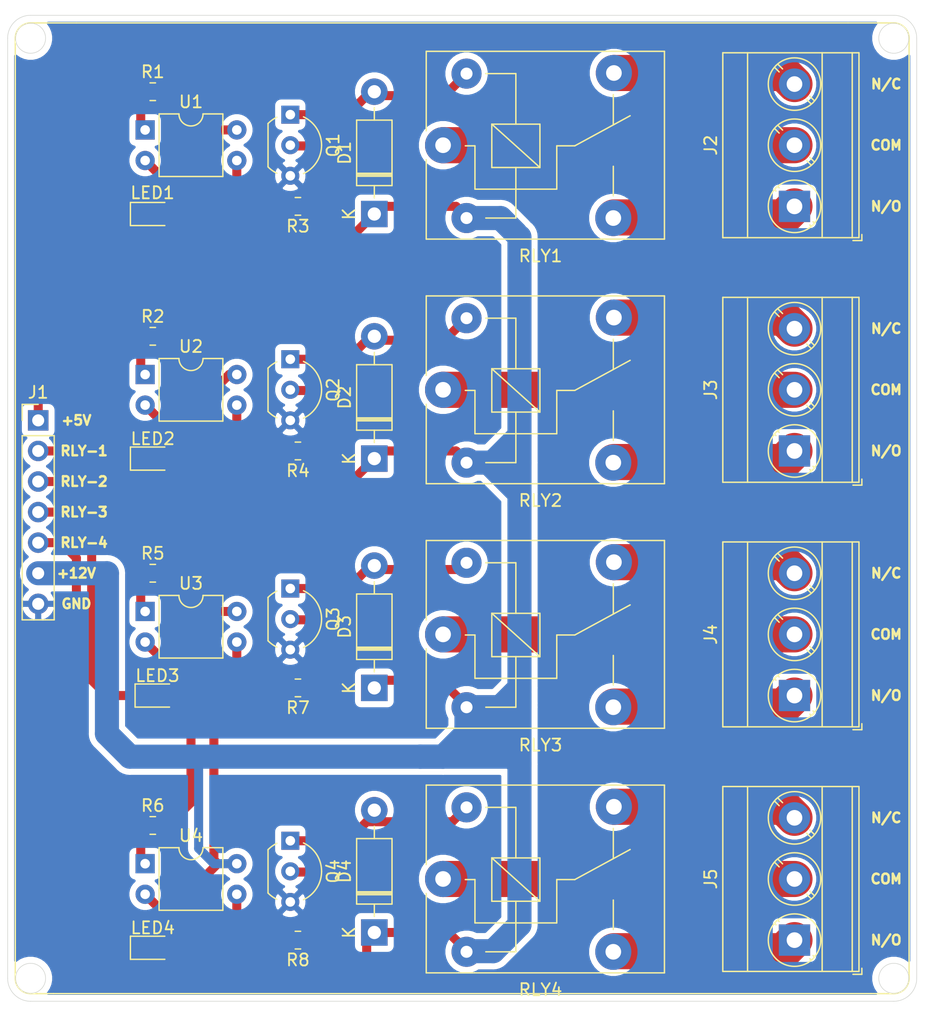
<source format=kicad_pcb>
(kicad_pcb (version 20171130) (host pcbnew "(5.1.12)-1")

  (general
    (thickness 1.6)
    (drawings 47)
    (tracks 201)
    (zones 0)
    (modules 33)
    (nets 40)
  )

  (page A4)
  (layers
    (0 F.Cu signal)
    (31 B.Cu signal)
    (32 B.Adhes user)
    (33 F.Adhes user)
    (34 B.Paste user)
    (35 F.Paste user)
    (36 B.SilkS user)
    (37 F.SilkS user)
    (38 B.Mask user)
    (39 F.Mask user)
    (40 Dwgs.User user)
    (41 Cmts.User user)
    (42 Eco1.User user)
    (43 Eco2.User user)
    (44 Edge.Cuts user)
    (45 Margin user)
    (46 B.CrtYd user)
    (47 F.CrtYd user)
    (48 B.Fab user)
    (49 F.Fab user hide)
  )

  (setup
    (last_trace_width 0.25)
    (user_trace_width 0.75)
    (user_trace_width 1)
    (user_trace_width 2)
    (user_trace_width 3)
    (trace_clearance 0.2)
    (zone_clearance 0.508)
    (zone_45_only no)
    (trace_min 0.2)
    (via_size 0.8)
    (via_drill 0.4)
    (via_min_size 0.4)
    (via_min_drill 0.3)
    (uvia_size 0.3)
    (uvia_drill 0.1)
    (uvias_allowed no)
    (uvia_min_size 0.2)
    (uvia_min_drill 0.1)
    (edge_width 0.05)
    (segment_width 0.2)
    (pcb_text_width 0.3)
    (pcb_text_size 1.5 1.5)
    (mod_edge_width 0.12)
    (mod_text_size 1 1)
    (mod_text_width 0.15)
    (pad_size 1.524 1.524)
    (pad_drill 0.762)
    (pad_to_mask_clearance 0)
    (aux_axis_origin 0 0)
    (visible_elements 7FFBFFFF)
    (pcbplotparams
      (layerselection 0x010fc_ffffffff)
      (usegerberextensions false)
      (usegerberattributes true)
      (usegerberadvancedattributes true)
      (creategerberjobfile true)
      (excludeedgelayer true)
      (linewidth 0.100000)
      (plotframeref false)
      (viasonmask false)
      (mode 1)
      (useauxorigin false)
      (hpglpennumber 1)
      (hpglpenspeed 20)
      (hpglpendiameter 15.000000)
      (psnegative false)
      (psa4output false)
      (plotreference true)
      (plotvalue true)
      (plotinvisibletext false)
      (padsonsilk false)
      (subtractmaskfromsilk false)
      (outputformat 1)
      (mirror false)
      (drillshape 1)
      (scaleselection 1)
      (outputdirectory ""))
  )

  (net 0 "")
  (net 1 +12V)
  (net 2 GNDPWR)
  (net 3 RLY4)
  (net 4 RLY3)
  (net 5 RLY2)
  (net 6 RLY1)
  (net 7 "Net-(J2-Pad3)")
  (net 8 "Net-(J2-Pad2)")
  (net 9 "Net-(J2-Pad1)")
  (net 10 "Net-(J3-Pad3)")
  (net 11 "Net-(J3-Pad2)")
  (net 12 "Net-(J3-Pad1)")
  (net 13 "Net-(J4-Pad3)")
  (net 14 "Net-(J4-Pad2)")
  (net 15 "Net-(J4-Pad1)")
  (net 16 "Net-(J5-Pad3)")
  (net 17 "Net-(J5-Pad2)")
  (net 18 "Net-(J5-Pad1)")
  (net 19 "Net-(LED1-Pad2)")
  (net 20 "Net-(LED2-Pad2)")
  (net 21 "Net-(LED3-Pad2)")
  (net 22 "Net-(LED4-Pad2)")
  (net 23 "Net-(Q1-Pad2)")
  (net 24 "Net-(Q2-Pad2)")
  (net 25 "Net-(Q3-Pad2)")
  (net 26 "Net-(Q4-Pad2)")
  (net 27 +5V)
  (net 28 "Net-(R1-Pad1)")
  (net 29 "Net-(R2-Pad1)")
  (net 30 "Net-(R3-Pad2)")
  (net 31 "Net-(R4-Pad2)")
  (net 32 "Net-(R5-Pad1)")
  (net 33 "Net-(R6-Pad1)")
  (net 34 "Net-(R7-Pad2)")
  (net 35 "Net-(R8-Pad2)")
  (net 36 "Net-(D1-Pad2)")
  (net 37 "Net-(D2-Pad2)")
  (net 38 "Net-(D3-Pad2)")
  (net 39 "Net-(D4-Pad2)")

  (net_class Default "This is the default net class."
    (clearance 0.2)
    (trace_width 0.25)
    (via_dia 0.8)
    (via_drill 0.4)
    (uvia_dia 0.3)
    (uvia_drill 0.1)
    (add_net +12V)
    (add_net +5V)
    (add_net GNDPWR)
    (add_net "Net-(D1-Pad2)")
    (add_net "Net-(D2-Pad2)")
    (add_net "Net-(D3-Pad2)")
    (add_net "Net-(D4-Pad2)")
    (add_net "Net-(J2-Pad1)")
    (add_net "Net-(J2-Pad2)")
    (add_net "Net-(J2-Pad3)")
    (add_net "Net-(J3-Pad1)")
    (add_net "Net-(J3-Pad2)")
    (add_net "Net-(J3-Pad3)")
    (add_net "Net-(J4-Pad1)")
    (add_net "Net-(J4-Pad2)")
    (add_net "Net-(J4-Pad3)")
    (add_net "Net-(J5-Pad1)")
    (add_net "Net-(J5-Pad2)")
    (add_net "Net-(J5-Pad3)")
    (add_net "Net-(LED1-Pad2)")
    (add_net "Net-(LED2-Pad2)")
    (add_net "Net-(LED3-Pad2)")
    (add_net "Net-(LED4-Pad2)")
    (add_net "Net-(Q1-Pad2)")
    (add_net "Net-(Q2-Pad2)")
    (add_net "Net-(Q3-Pad2)")
    (add_net "Net-(Q4-Pad2)")
    (add_net "Net-(R1-Pad1)")
    (add_net "Net-(R2-Pad1)")
    (add_net "Net-(R3-Pad2)")
    (add_net "Net-(R4-Pad2)")
    (add_net "Net-(R5-Pad1)")
    (add_net "Net-(R6-Pad1)")
    (add_net "Net-(R7-Pad2)")
    (add_net "Net-(R8-Pad2)")
    (add_net RLY1)
    (add_net RLY2)
    (add_net RLY3)
    (add_net RLY4)
  )

  (module Diode_THT:D_DO-41_SOD81_P10.16mm_Horizontal (layer F.Cu) (tedit 5AE50CD5) (tstamp 618A72F7)
    (at 136.525 149.225 90)
    (descr "Diode, DO-41_SOD81 series, Axial, Horizontal, pin pitch=10.16mm, , length*diameter=5.2*2.7mm^2, , http://www.diodes.com/_files/packages/DO-41%20(Plastic).pdf")
    (tags "Diode DO-41_SOD81 series Axial Horizontal pin pitch 10.16mm  length 5.2mm diameter 2.7mm")
    (path /618C07F6)
    (fp_text reference D4 (at 5.08 -2.47 90) (layer F.SilkS)
      (effects (font (size 1 1) (thickness 0.15)))
    )
    (fp_text value 1N4007 (at 5.08 2.47 90) (layer F.Fab)
      (effects (font (size 1 1) (thickness 0.15)))
    )
    (fp_line (start 2.48 -1.35) (end 2.48 1.35) (layer F.Fab) (width 0.1))
    (fp_line (start 2.48 1.35) (end 7.68 1.35) (layer F.Fab) (width 0.1))
    (fp_line (start 7.68 1.35) (end 7.68 -1.35) (layer F.Fab) (width 0.1))
    (fp_line (start 7.68 -1.35) (end 2.48 -1.35) (layer F.Fab) (width 0.1))
    (fp_line (start 0 0) (end 2.48 0) (layer F.Fab) (width 0.1))
    (fp_line (start 10.16 0) (end 7.68 0) (layer F.Fab) (width 0.1))
    (fp_line (start 3.26 -1.35) (end 3.26 1.35) (layer F.Fab) (width 0.1))
    (fp_line (start 3.36 -1.35) (end 3.36 1.35) (layer F.Fab) (width 0.1))
    (fp_line (start 3.16 -1.35) (end 3.16 1.35) (layer F.Fab) (width 0.1))
    (fp_line (start 2.36 -1.47) (end 2.36 1.47) (layer F.SilkS) (width 0.12))
    (fp_line (start 2.36 1.47) (end 7.8 1.47) (layer F.SilkS) (width 0.12))
    (fp_line (start 7.8 1.47) (end 7.8 -1.47) (layer F.SilkS) (width 0.12))
    (fp_line (start 7.8 -1.47) (end 2.36 -1.47) (layer F.SilkS) (width 0.12))
    (fp_line (start 1.34 0) (end 2.36 0) (layer F.SilkS) (width 0.12))
    (fp_line (start 8.82 0) (end 7.8 0) (layer F.SilkS) (width 0.12))
    (fp_line (start 3.26 -1.47) (end 3.26 1.47) (layer F.SilkS) (width 0.12))
    (fp_line (start 3.38 -1.47) (end 3.38 1.47) (layer F.SilkS) (width 0.12))
    (fp_line (start 3.14 -1.47) (end 3.14 1.47) (layer F.SilkS) (width 0.12))
    (fp_line (start -1.35 -1.6) (end -1.35 1.6) (layer F.CrtYd) (width 0.05))
    (fp_line (start -1.35 1.6) (end 11.51 1.6) (layer F.CrtYd) (width 0.05))
    (fp_line (start 11.51 1.6) (end 11.51 -1.6) (layer F.CrtYd) (width 0.05))
    (fp_line (start 11.51 -1.6) (end -1.35 -1.6) (layer F.CrtYd) (width 0.05))
    (fp_text user K (at 0 -2.1 90) (layer F.SilkS)
      (effects (font (size 1 1) (thickness 0.15)))
    )
    (fp_text user K (at 0 -2.1 90) (layer F.Fab)
      (effects (font (size 1 1) (thickness 0.15)))
    )
    (fp_text user %R (at 5.47 0 90) (layer F.Fab)
      (effects (font (size 1 1) (thickness 0.15)))
    )
    (pad 2 thru_hole oval (at 10.16 0 90) (size 2.2 2.2) (drill 1.1) (layers *.Cu *.Mask)
      (net 39 "Net-(D4-Pad2)"))
    (pad 1 thru_hole rect (at 0 0 90) (size 2.2 2.2) (drill 1.1) (layers *.Cu *.Mask)
      (net 1 +12V))
    (model ${KISYS3DMOD}/Diode_THT.3dshapes/D_DO-41_SOD81_P10.16mm_Horizontal.wrl
      (at (xyz 0 0 0))
      (scale (xyz 1 1 1))
      (rotate (xyz 0 0 0))
    )
  )

  (module Diode_THT:D_DO-41_SOD81_P10.16mm_Horizontal (layer F.Cu) (tedit 5AE50CD5) (tstamp 618A72D8)
    (at 136.525 128.905 90)
    (descr "Diode, DO-41_SOD81 series, Axial, Horizontal, pin pitch=10.16mm, , length*diameter=5.2*2.7mm^2, , http://www.diodes.com/_files/packages/DO-41%20(Plastic).pdf")
    (tags "Diode DO-41_SOD81 series Axial Horizontal pin pitch 10.16mm  length 5.2mm diameter 2.7mm")
    (path /618CA28E)
    (fp_text reference D3 (at 5.08 -2.47 90) (layer F.SilkS)
      (effects (font (size 1 1) (thickness 0.15)))
    )
    (fp_text value 1N4007 (at 5.08 2.47 90) (layer F.Fab)
      (effects (font (size 1 1) (thickness 0.15)))
    )
    (fp_line (start 2.48 -1.35) (end 2.48 1.35) (layer F.Fab) (width 0.1))
    (fp_line (start 2.48 1.35) (end 7.68 1.35) (layer F.Fab) (width 0.1))
    (fp_line (start 7.68 1.35) (end 7.68 -1.35) (layer F.Fab) (width 0.1))
    (fp_line (start 7.68 -1.35) (end 2.48 -1.35) (layer F.Fab) (width 0.1))
    (fp_line (start 0 0) (end 2.48 0) (layer F.Fab) (width 0.1))
    (fp_line (start 10.16 0) (end 7.68 0) (layer F.Fab) (width 0.1))
    (fp_line (start 3.26 -1.35) (end 3.26 1.35) (layer F.Fab) (width 0.1))
    (fp_line (start 3.36 -1.35) (end 3.36 1.35) (layer F.Fab) (width 0.1))
    (fp_line (start 3.16 -1.35) (end 3.16 1.35) (layer F.Fab) (width 0.1))
    (fp_line (start 2.36 -1.47) (end 2.36 1.47) (layer F.SilkS) (width 0.12))
    (fp_line (start 2.36 1.47) (end 7.8 1.47) (layer F.SilkS) (width 0.12))
    (fp_line (start 7.8 1.47) (end 7.8 -1.47) (layer F.SilkS) (width 0.12))
    (fp_line (start 7.8 -1.47) (end 2.36 -1.47) (layer F.SilkS) (width 0.12))
    (fp_line (start 1.34 0) (end 2.36 0) (layer F.SilkS) (width 0.12))
    (fp_line (start 8.82 0) (end 7.8 0) (layer F.SilkS) (width 0.12))
    (fp_line (start 3.26 -1.47) (end 3.26 1.47) (layer F.SilkS) (width 0.12))
    (fp_line (start 3.38 -1.47) (end 3.38 1.47) (layer F.SilkS) (width 0.12))
    (fp_line (start 3.14 -1.47) (end 3.14 1.47) (layer F.SilkS) (width 0.12))
    (fp_line (start -1.35 -1.6) (end -1.35 1.6) (layer F.CrtYd) (width 0.05))
    (fp_line (start -1.35 1.6) (end 11.51 1.6) (layer F.CrtYd) (width 0.05))
    (fp_line (start 11.51 1.6) (end 11.51 -1.6) (layer F.CrtYd) (width 0.05))
    (fp_line (start 11.51 -1.6) (end -1.35 -1.6) (layer F.CrtYd) (width 0.05))
    (fp_text user K (at 0 -2.1 90) (layer F.SilkS)
      (effects (font (size 1 1) (thickness 0.15)))
    )
    (fp_text user K (at 0 -2.1 90) (layer F.Fab)
      (effects (font (size 1 1) (thickness 0.15)))
    )
    (fp_text user %R (at 5.47 0 90) (layer F.Fab)
      (effects (font (size 1 1) (thickness 0.15)))
    )
    (pad 2 thru_hole oval (at 10.16 0 90) (size 2.2 2.2) (drill 1.1) (layers *.Cu *.Mask)
      (net 38 "Net-(D3-Pad2)"))
    (pad 1 thru_hole rect (at 0 0 90) (size 2.2 2.2) (drill 1.1) (layers *.Cu *.Mask)
      (net 1 +12V))
    (model ${KISYS3DMOD}/Diode_THT.3dshapes/D_DO-41_SOD81_P10.16mm_Horizontal.wrl
      (at (xyz 0 0 0))
      (scale (xyz 1 1 1))
      (rotate (xyz 0 0 0))
    )
  )

  (module Diode_THT:D_DO-41_SOD81_P10.16mm_Horizontal (layer F.Cu) (tedit 5AE50CD5) (tstamp 618A72B9)
    (at 136.525 109.855 90)
    (descr "Diode, DO-41_SOD81 series, Axial, Horizontal, pin pitch=10.16mm, , length*diameter=5.2*2.7mm^2, , http://www.diodes.com/_files/packages/DO-41%20(Plastic).pdf")
    (tags "Diode DO-41_SOD81 series Axial Horizontal pin pitch 10.16mm  length 5.2mm diameter 2.7mm")
    (path /618B66EF)
    (fp_text reference D2 (at 5.08 -2.47 90) (layer F.SilkS)
      (effects (font (size 1 1) (thickness 0.15)))
    )
    (fp_text value 1N4007 (at 5.08 2.47 90) (layer F.Fab)
      (effects (font (size 1 1) (thickness 0.15)))
    )
    (fp_line (start 2.48 -1.35) (end 2.48 1.35) (layer F.Fab) (width 0.1))
    (fp_line (start 2.48 1.35) (end 7.68 1.35) (layer F.Fab) (width 0.1))
    (fp_line (start 7.68 1.35) (end 7.68 -1.35) (layer F.Fab) (width 0.1))
    (fp_line (start 7.68 -1.35) (end 2.48 -1.35) (layer F.Fab) (width 0.1))
    (fp_line (start 0 0) (end 2.48 0) (layer F.Fab) (width 0.1))
    (fp_line (start 10.16 0) (end 7.68 0) (layer F.Fab) (width 0.1))
    (fp_line (start 3.26 -1.35) (end 3.26 1.35) (layer F.Fab) (width 0.1))
    (fp_line (start 3.36 -1.35) (end 3.36 1.35) (layer F.Fab) (width 0.1))
    (fp_line (start 3.16 -1.35) (end 3.16 1.35) (layer F.Fab) (width 0.1))
    (fp_line (start 2.36 -1.47) (end 2.36 1.47) (layer F.SilkS) (width 0.12))
    (fp_line (start 2.36 1.47) (end 7.8 1.47) (layer F.SilkS) (width 0.12))
    (fp_line (start 7.8 1.47) (end 7.8 -1.47) (layer F.SilkS) (width 0.12))
    (fp_line (start 7.8 -1.47) (end 2.36 -1.47) (layer F.SilkS) (width 0.12))
    (fp_line (start 1.34 0) (end 2.36 0) (layer F.SilkS) (width 0.12))
    (fp_line (start 8.82 0) (end 7.8 0) (layer F.SilkS) (width 0.12))
    (fp_line (start 3.26 -1.47) (end 3.26 1.47) (layer F.SilkS) (width 0.12))
    (fp_line (start 3.38 -1.47) (end 3.38 1.47) (layer F.SilkS) (width 0.12))
    (fp_line (start 3.14 -1.47) (end 3.14 1.47) (layer F.SilkS) (width 0.12))
    (fp_line (start -1.35 -1.6) (end -1.35 1.6) (layer F.CrtYd) (width 0.05))
    (fp_line (start -1.35 1.6) (end 11.51 1.6) (layer F.CrtYd) (width 0.05))
    (fp_line (start 11.51 1.6) (end 11.51 -1.6) (layer F.CrtYd) (width 0.05))
    (fp_line (start 11.51 -1.6) (end -1.35 -1.6) (layer F.CrtYd) (width 0.05))
    (fp_text user K (at 0 -2.1 90) (layer F.SilkS)
      (effects (font (size 1 1) (thickness 0.15)))
    )
    (fp_text user K (at 0 -2.1 90) (layer F.Fab)
      (effects (font (size 1 1) (thickness 0.15)))
    )
    (fp_text user %R (at 5.47 0 90) (layer F.Fab)
      (effects (font (size 1 1) (thickness 0.15)))
    )
    (pad 2 thru_hole oval (at 10.16 0 90) (size 2.2 2.2) (drill 1.1) (layers *.Cu *.Mask)
      (net 37 "Net-(D2-Pad2)"))
    (pad 1 thru_hole rect (at 0 0 90) (size 2.2 2.2) (drill 1.1) (layers *.Cu *.Mask)
      (net 1 +12V))
    (model ${KISYS3DMOD}/Diode_THT.3dshapes/D_DO-41_SOD81_P10.16mm_Horizontal.wrl
      (at (xyz 0 0 0))
      (scale (xyz 1 1 1))
      (rotate (xyz 0 0 0))
    )
  )

  (module Diode_THT:D_DO-41_SOD81_P10.16mm_Horizontal (layer F.Cu) (tedit 5AE50CD5) (tstamp 618A729A)
    (at 136.525 89.535 90)
    (descr "Diode, DO-41_SOD81 series, Axial, Horizontal, pin pitch=10.16mm, , length*diameter=5.2*2.7mm^2, , http://www.diodes.com/_files/packages/DO-41%20(Plastic).pdf")
    (tags "Diode DO-41_SOD81 series Axial Horizontal pin pitch 10.16mm  length 5.2mm diameter 2.7mm")
    (path /618AD13F)
    (fp_text reference D1 (at 5.08 -2.47 90) (layer F.SilkS)
      (effects (font (size 1 1) (thickness 0.15)))
    )
    (fp_text value 1N4007 (at 5.08 2.47 90) (layer F.Fab)
      (effects (font (size 1 1) (thickness 0.15)))
    )
    (fp_line (start 2.48 -1.35) (end 2.48 1.35) (layer F.Fab) (width 0.1))
    (fp_line (start 2.48 1.35) (end 7.68 1.35) (layer F.Fab) (width 0.1))
    (fp_line (start 7.68 1.35) (end 7.68 -1.35) (layer F.Fab) (width 0.1))
    (fp_line (start 7.68 -1.35) (end 2.48 -1.35) (layer F.Fab) (width 0.1))
    (fp_line (start 0 0) (end 2.48 0) (layer F.Fab) (width 0.1))
    (fp_line (start 10.16 0) (end 7.68 0) (layer F.Fab) (width 0.1))
    (fp_line (start 3.26 -1.35) (end 3.26 1.35) (layer F.Fab) (width 0.1))
    (fp_line (start 3.36 -1.35) (end 3.36 1.35) (layer F.Fab) (width 0.1))
    (fp_line (start 3.16 -1.35) (end 3.16 1.35) (layer F.Fab) (width 0.1))
    (fp_line (start 2.36 -1.47) (end 2.36 1.47) (layer F.SilkS) (width 0.12))
    (fp_line (start 2.36 1.47) (end 7.8 1.47) (layer F.SilkS) (width 0.12))
    (fp_line (start 7.8 1.47) (end 7.8 -1.47) (layer F.SilkS) (width 0.12))
    (fp_line (start 7.8 -1.47) (end 2.36 -1.47) (layer F.SilkS) (width 0.12))
    (fp_line (start 1.34 0) (end 2.36 0) (layer F.SilkS) (width 0.12))
    (fp_line (start 8.82 0) (end 7.8 0) (layer F.SilkS) (width 0.12))
    (fp_line (start 3.26 -1.47) (end 3.26 1.47) (layer F.SilkS) (width 0.12))
    (fp_line (start 3.38 -1.47) (end 3.38 1.47) (layer F.SilkS) (width 0.12))
    (fp_line (start 3.14 -1.47) (end 3.14 1.47) (layer F.SilkS) (width 0.12))
    (fp_line (start -1.35 -1.6) (end -1.35 1.6) (layer F.CrtYd) (width 0.05))
    (fp_line (start -1.35 1.6) (end 11.51 1.6) (layer F.CrtYd) (width 0.05))
    (fp_line (start 11.51 1.6) (end 11.51 -1.6) (layer F.CrtYd) (width 0.05))
    (fp_line (start 11.51 -1.6) (end -1.35 -1.6) (layer F.CrtYd) (width 0.05))
    (fp_text user K (at 0 -2.1 90) (layer F.SilkS)
      (effects (font (size 1 1) (thickness 0.15)))
    )
    (fp_text user K (at 0 -2.1 90) (layer F.Fab)
      (effects (font (size 1 1) (thickness 0.15)))
    )
    (fp_text user %R (at 5.47 0 90) (layer F.Fab)
      (effects (font (size 1 1) (thickness 0.15)))
    )
    (pad 2 thru_hole oval (at 10.16 0 90) (size 2.2 2.2) (drill 1.1) (layers *.Cu *.Mask)
      (net 36 "Net-(D1-Pad2)"))
    (pad 1 thru_hole rect (at 0 0 90) (size 2.2 2.2) (drill 1.1) (layers *.Cu *.Mask)
      (net 1 +12V))
    (model ${KISYS3DMOD}/Diode_THT.3dshapes/D_DO-41_SOD81_P10.16mm_Horizontal.wrl
      (at (xyz 0 0 0))
      (scale (xyz 1 1 1))
      (rotate (xyz 0 0 0))
    )
  )

  (module Package_TO_SOT_THT:TO-92_Inline_Wide (layer F.Cu) (tedit 5A02FF81) (tstamp 6189DA93)
    (at 129.54 141.605 270)
    (descr "TO-92 leads in-line, wide, drill 0.75mm (see NXP sot054_po.pdf)")
    (tags "to-92 sc-43 sc-43a sot54 PA33 transistor")
    (path /61922FE3)
    (fp_text reference Q4 (at 2.54 -3.56 90) (layer F.SilkS)
      (effects (font (size 1 1) (thickness 0.15)))
    )
    (fp_text value BC547BTA (at 2.54 2.79 90) (layer F.Fab)
      (effects (font (size 1 1) (thickness 0.15)))
    )
    (fp_line (start 0.74 1.85) (end 4.34 1.85) (layer F.SilkS) (width 0.12))
    (fp_line (start 0.8 1.75) (end 4.3 1.75) (layer F.Fab) (width 0.1))
    (fp_line (start -1.01 -2.73) (end 6.09 -2.73) (layer F.CrtYd) (width 0.05))
    (fp_line (start -1.01 -2.73) (end -1.01 2.01) (layer F.CrtYd) (width 0.05))
    (fp_line (start 6.09 2.01) (end 6.09 -2.73) (layer F.CrtYd) (width 0.05))
    (fp_line (start 6.09 2.01) (end -1.01 2.01) (layer F.CrtYd) (width 0.05))
    (fp_arc (start 2.54 0) (end 4.34 1.85) (angle -20) (layer F.SilkS) (width 0.12))
    (fp_arc (start 2.54 0) (end 2.54 -2.48) (angle -135) (layer F.Fab) (width 0.1))
    (fp_arc (start 2.54 0) (end 2.54 -2.48) (angle 135) (layer F.Fab) (width 0.1))
    (fp_arc (start 2.54 0) (end 2.54 -2.6) (angle 65) (layer F.SilkS) (width 0.12))
    (fp_arc (start 2.54 0) (end 2.54 -2.6) (angle -65) (layer F.SilkS) (width 0.12))
    (fp_arc (start 2.54 0) (end 0.74 1.85) (angle 20) (layer F.SilkS) (width 0.12))
    (fp_text user %R (at 2.54 0 90) (layer F.Fab)
      (effects (font (size 1 1) (thickness 0.15)))
    )
    (pad 1 thru_hole rect (at 0 0 270) (size 1.5 1.5) (drill 0.8) (layers *.Cu *.Mask)
      (net 39 "Net-(D4-Pad2)"))
    (pad 3 thru_hole circle (at 5.08 0 270) (size 1.5 1.5) (drill 0.8) (layers *.Cu *.Mask)
      (net 2 GNDPWR))
    (pad 2 thru_hole circle (at 2.54 0 270) (size 1.5 1.5) (drill 0.8) (layers *.Cu *.Mask)
      (net 26 "Net-(Q4-Pad2)"))
    (model ${KISYS3DMOD}/Package_TO_SOT_THT.3dshapes/TO-92_Inline_Wide.wrl
      (at (xyz 0 0 0))
      (scale (xyz 1 1 1))
      (rotate (xyz 0 0 0))
    )
  )

  (module Package_TO_SOT_THT:TO-92_Inline_Wide (layer F.Cu) (tedit 5A02FF81) (tstamp 6189DA7D)
    (at 129.54 120.65 270)
    (descr "TO-92 leads in-line, wide, drill 0.75mm (see NXP sot054_po.pdf)")
    (tags "to-92 sc-43 sc-43a sot54 PA33 transistor")
    (path /61922F68)
    (fp_text reference Q3 (at 2.54 -3.56 90) (layer F.SilkS)
      (effects (font (size 1 1) (thickness 0.15)))
    )
    (fp_text value BC547BTA (at 2.54 2.79 90) (layer F.Fab)
      (effects (font (size 1 1) (thickness 0.15)))
    )
    (fp_line (start 0.74 1.85) (end 4.34 1.85) (layer F.SilkS) (width 0.12))
    (fp_line (start 0.8 1.75) (end 4.3 1.75) (layer F.Fab) (width 0.1))
    (fp_line (start -1.01 -2.73) (end 6.09 -2.73) (layer F.CrtYd) (width 0.05))
    (fp_line (start -1.01 -2.73) (end -1.01 2.01) (layer F.CrtYd) (width 0.05))
    (fp_line (start 6.09 2.01) (end 6.09 -2.73) (layer F.CrtYd) (width 0.05))
    (fp_line (start 6.09 2.01) (end -1.01 2.01) (layer F.CrtYd) (width 0.05))
    (fp_arc (start 2.54 0) (end 4.34 1.85) (angle -20) (layer F.SilkS) (width 0.12))
    (fp_arc (start 2.54 0) (end 2.54 -2.48) (angle -135) (layer F.Fab) (width 0.1))
    (fp_arc (start 2.54 0) (end 2.54 -2.48) (angle 135) (layer F.Fab) (width 0.1))
    (fp_arc (start 2.54 0) (end 2.54 -2.6) (angle 65) (layer F.SilkS) (width 0.12))
    (fp_arc (start 2.54 0) (end 2.54 -2.6) (angle -65) (layer F.SilkS) (width 0.12))
    (fp_arc (start 2.54 0) (end 0.74 1.85) (angle 20) (layer F.SilkS) (width 0.12))
    (fp_text user %R (at 2.54 0 90) (layer F.Fab)
      (effects (font (size 1 1) (thickness 0.15)))
    )
    (pad 1 thru_hole rect (at 0 0 270) (size 1.5 1.5) (drill 0.8) (layers *.Cu *.Mask)
      (net 38 "Net-(D3-Pad2)"))
    (pad 3 thru_hole circle (at 5.08 0 270) (size 1.5 1.5) (drill 0.8) (layers *.Cu *.Mask)
      (net 2 GNDPWR))
    (pad 2 thru_hole circle (at 2.54 0 270) (size 1.5 1.5) (drill 0.8) (layers *.Cu *.Mask)
      (net 25 "Net-(Q3-Pad2)"))
    (model ${KISYS3DMOD}/Package_TO_SOT_THT.3dshapes/TO-92_Inline_Wide.wrl
      (at (xyz 0 0 0))
      (scale (xyz 1 1 1))
      (rotate (xyz 0 0 0))
    )
  )

  (module Package_TO_SOT_THT:TO-92_Inline_Wide (layer F.Cu) (tedit 5A02FF81) (tstamp 6189F9E0)
    (at 129.54 101.6 270)
    (descr "TO-92 leads in-line, wide, drill 0.75mm (see NXP sot054_po.pdf)")
    (tags "to-92 sc-43 sc-43a sot54 PA33 transistor")
    (path /61910697)
    (fp_text reference Q2 (at 2.54 -3.56 90) (layer F.SilkS)
      (effects (font (size 1 1) (thickness 0.15)))
    )
    (fp_text value BC547BTA (at 2.54 2.79 90) (layer F.Fab)
      (effects (font (size 1 1) (thickness 0.15)))
    )
    (fp_line (start 0.74 1.85) (end 4.34 1.85) (layer F.SilkS) (width 0.12))
    (fp_line (start 0.8 1.75) (end 4.3 1.75) (layer F.Fab) (width 0.1))
    (fp_line (start -1.01 -2.73) (end 6.09 -2.73) (layer F.CrtYd) (width 0.05))
    (fp_line (start -1.01 -2.73) (end -1.01 2.01) (layer F.CrtYd) (width 0.05))
    (fp_line (start 6.09 2.01) (end 6.09 -2.73) (layer F.CrtYd) (width 0.05))
    (fp_line (start 6.09 2.01) (end -1.01 2.01) (layer F.CrtYd) (width 0.05))
    (fp_arc (start 2.54 0) (end 4.34 1.85) (angle -20) (layer F.SilkS) (width 0.12))
    (fp_arc (start 2.54 0) (end 2.54 -2.48) (angle -135) (layer F.Fab) (width 0.1))
    (fp_arc (start 2.54 0) (end 2.54 -2.48) (angle 135) (layer F.Fab) (width 0.1))
    (fp_arc (start 2.54 0) (end 2.54 -2.6) (angle 65) (layer F.SilkS) (width 0.12))
    (fp_arc (start 2.54 0) (end 2.54 -2.6) (angle -65) (layer F.SilkS) (width 0.12))
    (fp_arc (start 2.54 0) (end 0.74 1.85) (angle 20) (layer F.SilkS) (width 0.12))
    (fp_text user %R (at 2.54 0 90) (layer F.Fab)
      (effects (font (size 1 1) (thickness 0.15)))
    )
    (pad 1 thru_hole rect (at 0 0 270) (size 1.5 1.5) (drill 0.8) (layers *.Cu *.Mask)
      (net 37 "Net-(D2-Pad2)"))
    (pad 3 thru_hole circle (at 5.08 0 270) (size 1.5 1.5) (drill 0.8) (layers *.Cu *.Mask)
      (net 2 GNDPWR))
    (pad 2 thru_hole circle (at 2.54 0 270) (size 1.5 1.5) (drill 0.8) (layers *.Cu *.Mask)
      (net 24 "Net-(Q2-Pad2)"))
    (model ${KISYS3DMOD}/Package_TO_SOT_THT.3dshapes/TO-92_Inline_Wide.wrl
      (at (xyz 0 0 0))
      (scale (xyz 1 1 1))
      (rotate (xyz 0 0 0))
    )
  )

  (module Package_TO_SOT_THT:TO-92_Inline_Wide (layer F.Cu) (tedit 5A02FF81) (tstamp 6189DA51)
    (at 129.54 81.28 270)
    (descr "TO-92 leads in-line, wide, drill 0.75mm (see NXP sot054_po.pdf)")
    (tags "to-92 sc-43 sc-43a sot54 PA33 transistor")
    (path /6189855D)
    (fp_text reference Q1 (at 2.54 -3.56 90) (layer F.SilkS)
      (effects (font (size 1 1) (thickness 0.15)))
    )
    (fp_text value BC547BTA (at 2.54 2.79 90) (layer F.Fab)
      (effects (font (size 1 1) (thickness 0.15)))
    )
    (fp_line (start 0.74 1.85) (end 4.34 1.85) (layer F.SilkS) (width 0.12))
    (fp_line (start 0.8 1.75) (end 4.3 1.75) (layer F.Fab) (width 0.1))
    (fp_line (start -1.01 -2.73) (end 6.09 -2.73) (layer F.CrtYd) (width 0.05))
    (fp_line (start -1.01 -2.73) (end -1.01 2.01) (layer F.CrtYd) (width 0.05))
    (fp_line (start 6.09 2.01) (end 6.09 -2.73) (layer F.CrtYd) (width 0.05))
    (fp_line (start 6.09 2.01) (end -1.01 2.01) (layer F.CrtYd) (width 0.05))
    (fp_arc (start 2.54 0) (end 4.34 1.85) (angle -20) (layer F.SilkS) (width 0.12))
    (fp_arc (start 2.54 0) (end 2.54 -2.48) (angle -135) (layer F.Fab) (width 0.1))
    (fp_arc (start 2.54 0) (end 2.54 -2.48) (angle 135) (layer F.Fab) (width 0.1))
    (fp_arc (start 2.54 0) (end 2.54 -2.6) (angle 65) (layer F.SilkS) (width 0.12))
    (fp_arc (start 2.54 0) (end 2.54 -2.6) (angle -65) (layer F.SilkS) (width 0.12))
    (fp_arc (start 2.54 0) (end 0.74 1.85) (angle 20) (layer F.SilkS) (width 0.12))
    (fp_text user %R (at 2.54 0 90) (layer F.Fab)
      (effects (font (size 1 1) (thickness 0.15)))
    )
    (pad 1 thru_hole rect (at 0 0 270) (size 1.5 1.5) (drill 0.8) (layers *.Cu *.Mask)
      (net 36 "Net-(D1-Pad2)"))
    (pad 3 thru_hole circle (at 5.08 0 270) (size 1.5 1.5) (drill 0.8) (layers *.Cu *.Mask)
      (net 2 GNDPWR))
    (pad 2 thru_hole circle (at 2.54 0 270) (size 1.5 1.5) (drill 0.8) (layers *.Cu *.Mask)
      (net 23 "Net-(Q1-Pad2)"))
    (model ${KISYS3DMOD}/Package_TO_SOT_THT.3dshapes/TO-92_Inline_Wide.wrl
      (at (xyz 0 0 0))
      (scale (xyz 1 1 1))
      (rotate (xyz 0 0 0))
    )
  )

  (module Relay_THT:Relay_SPDT_SANYOU_SRD_Series_Form_C (layer F.Cu) (tedit 58FA3148) (tstamp 6189E832)
    (at 142.24 144.78)
    (descr "relay Sanyou SRD series Form C http://www.sanyourelay.ca/public/products/pdf/SRD.pdf")
    (tags "relay Sanyu SRD form C")
    (path /61922FCE)
    (fp_text reference RLY4 (at 8.1 9.2) (layer F.SilkS)
      (effects (font (size 1 1) (thickness 0.15)))
    )
    (fp_text value JSM1-12V-5 (at 8 -9.6) (layer F.Fab)
      (effects (font (size 1 1) (thickness 0.15)))
    )
    (fp_line (start 8.05 1.85) (end 4.05 1.85) (layer F.SilkS) (width 0.12))
    (fp_line (start 8.05 -1.75) (end 8.05 1.85) (layer F.SilkS) (width 0.12))
    (fp_line (start 4.05 -1.75) (end 8.05 -1.75) (layer F.SilkS) (width 0.12))
    (fp_line (start 4.05 1.85) (end 4.05 -1.75) (layer F.SilkS) (width 0.12))
    (fp_line (start 8.05 1.85) (end 4.05 -1.75) (layer F.SilkS) (width 0.12))
    (fp_line (start 6.05 1.85) (end 6.05 6.05) (layer F.SilkS) (width 0.12))
    (fp_line (start 6.05 -5.95) (end 6.05 -1.75) (layer F.SilkS) (width 0.12))
    (fp_line (start 2.65 0.05) (end 2.65 3.65) (layer F.SilkS) (width 0.12))
    (fp_line (start 9.45 0.05) (end 9.45 3.65) (layer F.SilkS) (width 0.12))
    (fp_line (start 9.45 3.65) (end 2.65 3.65) (layer F.SilkS) (width 0.12))
    (fp_line (start 10.95 0.05) (end 15.55 -2.45) (layer F.SilkS) (width 0.12))
    (fp_line (start 9.45 0.05) (end 10.95 0.05) (layer F.SilkS) (width 0.12))
    (fp_line (start 6.05 -5.95) (end 3.55 -5.95) (layer F.SilkS) (width 0.12))
    (fp_line (start 2.65 0.05) (end 1.85 0.05) (layer F.SilkS) (width 0.12))
    (fp_line (start 3.55 6.05) (end 6.05 6.05) (layer F.SilkS) (width 0.12))
    (fp_line (start 14.15 -4.2) (end 14.15 -1.7) (layer F.SilkS) (width 0.12))
    (fp_line (start 14.15 4.2) (end 14.15 1.75) (layer F.SilkS) (width 0.12))
    (fp_line (start -1.55 7.95) (end 18.55 7.95) (layer F.CrtYd) (width 0.05))
    (fp_line (start 18.55 -7.95) (end 18.55 7.95) (layer F.CrtYd) (width 0.05))
    (fp_line (start -1.55 7.95) (end -1.55 -7.95) (layer F.CrtYd) (width 0.05))
    (fp_line (start 18.55 -7.95) (end -1.55 -7.95) (layer F.CrtYd) (width 0.05))
    (fp_line (start -1.3 7.7) (end -1.3 -7.7) (layer F.Fab) (width 0.12))
    (fp_line (start 18.3 7.7) (end -1.3 7.7) (layer F.Fab) (width 0.12))
    (fp_line (start 18.3 -7.7) (end 18.3 7.7) (layer F.Fab) (width 0.12))
    (fp_line (start -1.3 -7.7) (end 18.3 -7.7) (layer F.Fab) (width 0.12))
    (fp_line (start 18.4 7.8) (end -1.4 7.8) (layer F.SilkS) (width 0.12))
    (fp_line (start 18.4 -7.8) (end 18.4 7.8) (layer F.SilkS) (width 0.12))
    (fp_line (start -1.4 -7.8) (end 18.4 -7.8) (layer F.SilkS) (width 0.12))
    (fp_line (start -1.4 -7.8) (end -1.4 -1.2) (layer F.SilkS) (width 0.12))
    (fp_line (start -1.4 1.2) (end -1.4 7.8) (layer F.SilkS) (width 0.12))
    (fp_text user %R (at 7.1 0.025) (layer F.Fab)
      (effects (font (size 1 1) (thickness 0.15)))
    )
    (fp_text user 1 (at 0 -2.3) (layer F.Fab)
      (effects (font (size 1 1) (thickness 0.15)))
    )
    (pad 1 thru_hole circle (at 0 0 90) (size 3 3) (drill 1.3) (layers *.Cu *.Mask)
      (net 17 "Net-(J5-Pad2)"))
    (pad 5 thru_hole circle (at 1.95 -5.95 90) (size 2.5 2.5) (drill 1) (layers *.Cu *.Mask)
      (net 39 "Net-(D4-Pad2)"))
    (pad 4 thru_hole circle (at 14.2 -6 90) (size 3 3) (drill 1.3) (layers *.Cu *.Mask)
      (net 16 "Net-(J5-Pad3)"))
    (pad 3 thru_hole circle (at 14.15 6.05 90) (size 3 3) (drill 1.3) (layers *.Cu *.Mask)
      (net 18 "Net-(J5-Pad1)"))
    (pad 2 thru_hole circle (at 1.95 6.05 90) (size 2.5 2.5) (drill 1) (layers *.Cu *.Mask)
      (net 1 +12V))
    (model ${KISYS3DMOD}/Relay_THT.3dshapes/Relay_SPDT_SANYOU_SRD_Series_Form_C.wrl
      (at (xyz 0 0 0))
      (scale (xyz 1 1 1))
      (rotate (xyz 0 0 0))
    )
  )

  (module Relay_THT:Relay_SPDT_SANYOU_SRD_Series_Form_C (layer F.Cu) (tedit 58FA3148) (tstamp 6189DB6F)
    (at 142.24 124.46)
    (descr "relay Sanyou SRD series Form C http://www.sanyourelay.ca/public/products/pdf/SRD.pdf")
    (tags "relay Sanyu SRD form C")
    (path /61922F53)
    (fp_text reference RLY3 (at 8.1 9.2) (layer F.SilkS)
      (effects (font (size 1 1) (thickness 0.15)))
    )
    (fp_text value JSM1-12V-5 (at 8 -9.6) (layer F.Fab)
      (effects (font (size 1 1) (thickness 0.15)))
    )
    (fp_line (start 8.05 1.85) (end 4.05 1.85) (layer F.SilkS) (width 0.12))
    (fp_line (start 8.05 -1.75) (end 8.05 1.85) (layer F.SilkS) (width 0.12))
    (fp_line (start 4.05 -1.75) (end 8.05 -1.75) (layer F.SilkS) (width 0.12))
    (fp_line (start 4.05 1.85) (end 4.05 -1.75) (layer F.SilkS) (width 0.12))
    (fp_line (start 8.05 1.85) (end 4.05 -1.75) (layer F.SilkS) (width 0.12))
    (fp_line (start 6.05 1.85) (end 6.05 6.05) (layer F.SilkS) (width 0.12))
    (fp_line (start 6.05 -5.95) (end 6.05 -1.75) (layer F.SilkS) (width 0.12))
    (fp_line (start 2.65 0.05) (end 2.65 3.65) (layer F.SilkS) (width 0.12))
    (fp_line (start 9.45 0.05) (end 9.45 3.65) (layer F.SilkS) (width 0.12))
    (fp_line (start 9.45 3.65) (end 2.65 3.65) (layer F.SilkS) (width 0.12))
    (fp_line (start 10.95 0.05) (end 15.55 -2.45) (layer F.SilkS) (width 0.12))
    (fp_line (start 9.45 0.05) (end 10.95 0.05) (layer F.SilkS) (width 0.12))
    (fp_line (start 6.05 -5.95) (end 3.55 -5.95) (layer F.SilkS) (width 0.12))
    (fp_line (start 2.65 0.05) (end 1.85 0.05) (layer F.SilkS) (width 0.12))
    (fp_line (start 3.55 6.05) (end 6.05 6.05) (layer F.SilkS) (width 0.12))
    (fp_line (start 14.15 -4.2) (end 14.15 -1.7) (layer F.SilkS) (width 0.12))
    (fp_line (start 14.15 4.2) (end 14.15 1.75) (layer F.SilkS) (width 0.12))
    (fp_line (start -1.55 7.95) (end 18.55 7.95) (layer F.CrtYd) (width 0.05))
    (fp_line (start 18.55 -7.95) (end 18.55 7.95) (layer F.CrtYd) (width 0.05))
    (fp_line (start -1.55 7.95) (end -1.55 -7.95) (layer F.CrtYd) (width 0.05))
    (fp_line (start 18.55 -7.95) (end -1.55 -7.95) (layer F.CrtYd) (width 0.05))
    (fp_line (start -1.3 7.7) (end -1.3 -7.7) (layer F.Fab) (width 0.12))
    (fp_line (start 18.3 7.7) (end -1.3 7.7) (layer F.Fab) (width 0.12))
    (fp_line (start 18.3 -7.7) (end 18.3 7.7) (layer F.Fab) (width 0.12))
    (fp_line (start -1.3 -7.7) (end 18.3 -7.7) (layer F.Fab) (width 0.12))
    (fp_line (start 18.4 7.8) (end -1.4 7.8) (layer F.SilkS) (width 0.12))
    (fp_line (start 18.4 -7.8) (end 18.4 7.8) (layer F.SilkS) (width 0.12))
    (fp_line (start -1.4 -7.8) (end 18.4 -7.8) (layer F.SilkS) (width 0.12))
    (fp_line (start -1.4 -7.8) (end -1.4 -1.2) (layer F.SilkS) (width 0.12))
    (fp_line (start -1.4 1.2) (end -1.4 7.8) (layer F.SilkS) (width 0.12))
    (fp_text user %R (at 7.1 0.025) (layer F.Fab)
      (effects (font (size 1 1) (thickness 0.15)))
    )
    (fp_text user 1 (at 0 -2.3) (layer F.Fab)
      (effects (font (size 1 1) (thickness 0.15)))
    )
    (pad 1 thru_hole circle (at 0 0 90) (size 3 3) (drill 1.3) (layers *.Cu *.Mask)
      (net 14 "Net-(J4-Pad2)"))
    (pad 5 thru_hole circle (at 1.95 -5.95 90) (size 2.5 2.5) (drill 1) (layers *.Cu *.Mask)
      (net 38 "Net-(D3-Pad2)"))
    (pad 4 thru_hole circle (at 14.2 -6 90) (size 3 3) (drill 1.3) (layers *.Cu *.Mask)
      (net 13 "Net-(J4-Pad3)"))
    (pad 3 thru_hole circle (at 14.15 6.05 90) (size 3 3) (drill 1.3) (layers *.Cu *.Mask)
      (net 15 "Net-(J4-Pad1)"))
    (pad 2 thru_hole circle (at 1.95 6.05 90) (size 2.5 2.5) (drill 1) (layers *.Cu *.Mask)
      (net 1 +12V))
    (model ${KISYS3DMOD}/Relay_THT.3dshapes/Relay_SPDT_SANYOU_SRD_Series_Form_C.wrl
      (at (xyz 0 0 0))
      (scale (xyz 1 1 1))
      (rotate (xyz 0 0 0))
    )
  )

  (module Relay_THT:Relay_SPDT_SANYOU_SRD_Series_Form_C (layer F.Cu) (tedit 58FA3148) (tstamp 6189DB53)
    (at 142.24 104.14)
    (descr "relay Sanyou SRD series Form C http://www.sanyourelay.ca/public/products/pdf/SRD.pdf")
    (tags "relay Sanyu SRD form C")
    (path /61910682)
    (fp_text reference RLY2 (at 8.1 9.2) (layer F.SilkS)
      (effects (font (size 1 1) (thickness 0.15)))
    )
    (fp_text value JSM1-12V-5 (at 8 -9.6) (layer F.Fab)
      (effects (font (size 1 1) (thickness 0.15)))
    )
    (fp_line (start 8.05 1.85) (end 4.05 1.85) (layer F.SilkS) (width 0.12))
    (fp_line (start 8.05 -1.75) (end 8.05 1.85) (layer F.SilkS) (width 0.12))
    (fp_line (start 4.05 -1.75) (end 8.05 -1.75) (layer F.SilkS) (width 0.12))
    (fp_line (start 4.05 1.85) (end 4.05 -1.75) (layer F.SilkS) (width 0.12))
    (fp_line (start 8.05 1.85) (end 4.05 -1.75) (layer F.SilkS) (width 0.12))
    (fp_line (start 6.05 1.85) (end 6.05 6.05) (layer F.SilkS) (width 0.12))
    (fp_line (start 6.05 -5.95) (end 6.05 -1.75) (layer F.SilkS) (width 0.12))
    (fp_line (start 2.65 0.05) (end 2.65 3.65) (layer F.SilkS) (width 0.12))
    (fp_line (start 9.45 0.05) (end 9.45 3.65) (layer F.SilkS) (width 0.12))
    (fp_line (start 9.45 3.65) (end 2.65 3.65) (layer F.SilkS) (width 0.12))
    (fp_line (start 10.95 0.05) (end 15.55 -2.45) (layer F.SilkS) (width 0.12))
    (fp_line (start 9.45 0.05) (end 10.95 0.05) (layer F.SilkS) (width 0.12))
    (fp_line (start 6.05 -5.95) (end 3.55 -5.95) (layer F.SilkS) (width 0.12))
    (fp_line (start 2.65 0.05) (end 1.85 0.05) (layer F.SilkS) (width 0.12))
    (fp_line (start 3.55 6.05) (end 6.05 6.05) (layer F.SilkS) (width 0.12))
    (fp_line (start 14.15 -4.2) (end 14.15 -1.7) (layer F.SilkS) (width 0.12))
    (fp_line (start 14.15 4.2) (end 14.15 1.75) (layer F.SilkS) (width 0.12))
    (fp_line (start -1.55 7.95) (end 18.55 7.95) (layer F.CrtYd) (width 0.05))
    (fp_line (start 18.55 -7.95) (end 18.55 7.95) (layer F.CrtYd) (width 0.05))
    (fp_line (start -1.55 7.95) (end -1.55 -7.95) (layer F.CrtYd) (width 0.05))
    (fp_line (start 18.55 -7.95) (end -1.55 -7.95) (layer F.CrtYd) (width 0.05))
    (fp_line (start -1.3 7.7) (end -1.3 -7.7) (layer F.Fab) (width 0.12))
    (fp_line (start 18.3 7.7) (end -1.3 7.7) (layer F.Fab) (width 0.12))
    (fp_line (start 18.3 -7.7) (end 18.3 7.7) (layer F.Fab) (width 0.12))
    (fp_line (start -1.3 -7.7) (end 18.3 -7.7) (layer F.Fab) (width 0.12))
    (fp_line (start 18.4 7.8) (end -1.4 7.8) (layer F.SilkS) (width 0.12))
    (fp_line (start 18.4 -7.8) (end 18.4 7.8) (layer F.SilkS) (width 0.12))
    (fp_line (start -1.4 -7.8) (end 18.4 -7.8) (layer F.SilkS) (width 0.12))
    (fp_line (start -1.4 -7.8) (end -1.4 -1.2) (layer F.SilkS) (width 0.12))
    (fp_line (start -1.4 1.2) (end -1.4 7.8) (layer F.SilkS) (width 0.12))
    (fp_text user %R (at 7.1 0.025) (layer F.Fab)
      (effects (font (size 1 1) (thickness 0.15)))
    )
    (fp_text user 1 (at 0 -2.3) (layer F.Fab)
      (effects (font (size 1 1) (thickness 0.15)))
    )
    (pad 1 thru_hole circle (at 0 0 90) (size 3 3) (drill 1.3) (layers *.Cu *.Mask)
      (net 11 "Net-(J3-Pad2)"))
    (pad 5 thru_hole circle (at 1.95 -5.95 90) (size 2.5 2.5) (drill 1) (layers *.Cu *.Mask)
      (net 37 "Net-(D2-Pad2)"))
    (pad 4 thru_hole circle (at 14.2 -6 90) (size 3 3) (drill 1.3) (layers *.Cu *.Mask)
      (net 10 "Net-(J3-Pad3)"))
    (pad 3 thru_hole circle (at 14.15 6.05 90) (size 3 3) (drill 1.3) (layers *.Cu *.Mask)
      (net 12 "Net-(J3-Pad1)"))
    (pad 2 thru_hole circle (at 1.95 6.05 90) (size 2.5 2.5) (drill 1) (layers *.Cu *.Mask)
      (net 1 +12V))
    (model ${KISYS3DMOD}/Relay_THT.3dshapes/Relay_SPDT_SANYOU_SRD_Series_Form_C.wrl
      (at (xyz 0 0 0))
      (scale (xyz 1 1 1))
      (rotate (xyz 0 0 0))
    )
  )

  (module Relay_THT:Relay_SPDT_SANYOU_SRD_Series_Form_C (layer F.Cu) (tedit 58FA3148) (tstamp 6189DB37)
    (at 142.24 83.82)
    (descr "relay Sanyou SRD series Form C http://www.sanyourelay.ca/public/products/pdf/SRD.pdf")
    (tags "relay Sanyu SRD form C")
    (path /61896729)
    (fp_text reference RLY1 (at 8.1 9.2) (layer F.SilkS)
      (effects (font (size 1 1) (thickness 0.15)))
    )
    (fp_text value JSM1-12V-5 (at 8 -9.6) (layer F.Fab)
      (effects (font (size 1 1) (thickness 0.15)))
    )
    (fp_line (start 8.05 1.85) (end 4.05 1.85) (layer F.SilkS) (width 0.12))
    (fp_line (start 8.05 -1.75) (end 8.05 1.85) (layer F.SilkS) (width 0.12))
    (fp_line (start 4.05 -1.75) (end 8.05 -1.75) (layer F.SilkS) (width 0.12))
    (fp_line (start 4.05 1.85) (end 4.05 -1.75) (layer F.SilkS) (width 0.12))
    (fp_line (start 8.05 1.85) (end 4.05 -1.75) (layer F.SilkS) (width 0.12))
    (fp_line (start 6.05 1.85) (end 6.05 6.05) (layer F.SilkS) (width 0.12))
    (fp_line (start 6.05 -5.95) (end 6.05 -1.75) (layer F.SilkS) (width 0.12))
    (fp_line (start 2.65 0.05) (end 2.65 3.65) (layer F.SilkS) (width 0.12))
    (fp_line (start 9.45 0.05) (end 9.45 3.65) (layer F.SilkS) (width 0.12))
    (fp_line (start 9.45 3.65) (end 2.65 3.65) (layer F.SilkS) (width 0.12))
    (fp_line (start 10.95 0.05) (end 15.55 -2.45) (layer F.SilkS) (width 0.12))
    (fp_line (start 9.45 0.05) (end 10.95 0.05) (layer F.SilkS) (width 0.12))
    (fp_line (start 6.05 -5.95) (end 3.55 -5.95) (layer F.SilkS) (width 0.12))
    (fp_line (start 2.65 0.05) (end 1.85 0.05) (layer F.SilkS) (width 0.12))
    (fp_line (start 3.55 6.05) (end 6.05 6.05) (layer F.SilkS) (width 0.12))
    (fp_line (start 14.15 -4.2) (end 14.15 -1.7) (layer F.SilkS) (width 0.12))
    (fp_line (start 14.15 4.2) (end 14.15 1.75) (layer F.SilkS) (width 0.12))
    (fp_line (start -1.55 7.95) (end 18.55 7.95) (layer F.CrtYd) (width 0.05))
    (fp_line (start 18.55 -7.95) (end 18.55 7.95) (layer F.CrtYd) (width 0.05))
    (fp_line (start -1.55 7.95) (end -1.55 -7.95) (layer F.CrtYd) (width 0.05))
    (fp_line (start 18.55 -7.95) (end -1.55 -7.95) (layer F.CrtYd) (width 0.05))
    (fp_line (start -1.3 7.7) (end -1.3 -7.7) (layer F.Fab) (width 0.12))
    (fp_line (start 18.3 7.7) (end -1.3 7.7) (layer F.Fab) (width 0.12))
    (fp_line (start 18.3 -7.7) (end 18.3 7.7) (layer F.Fab) (width 0.12))
    (fp_line (start -1.3 -7.7) (end 18.3 -7.7) (layer F.Fab) (width 0.12))
    (fp_line (start 18.4 7.8) (end -1.4 7.8) (layer F.SilkS) (width 0.12))
    (fp_line (start 18.4 -7.8) (end 18.4 7.8) (layer F.SilkS) (width 0.12))
    (fp_line (start -1.4 -7.8) (end 18.4 -7.8) (layer F.SilkS) (width 0.12))
    (fp_line (start -1.4 -7.8) (end -1.4 -1.2) (layer F.SilkS) (width 0.12))
    (fp_line (start -1.4 1.2) (end -1.4 7.8) (layer F.SilkS) (width 0.12))
    (fp_text user %R (at 7.1 0.025) (layer F.Fab)
      (effects (font (size 1 1) (thickness 0.15)))
    )
    (fp_text user 1 (at 0 -2.3) (layer F.Fab)
      (effects (font (size 1 1) (thickness 0.15)))
    )
    (pad 1 thru_hole circle (at 0 0 90) (size 3 3) (drill 1.3) (layers *.Cu *.Mask)
      (net 8 "Net-(J2-Pad2)"))
    (pad 5 thru_hole circle (at 1.95 -5.95 90) (size 2.5 2.5) (drill 1) (layers *.Cu *.Mask)
      (net 36 "Net-(D1-Pad2)"))
    (pad 4 thru_hole circle (at 14.2 -6 90) (size 3 3) (drill 1.3) (layers *.Cu *.Mask)
      (net 7 "Net-(J2-Pad3)"))
    (pad 3 thru_hole circle (at 14.15 6.05 90) (size 3 3) (drill 1.3) (layers *.Cu *.Mask)
      (net 9 "Net-(J2-Pad1)"))
    (pad 2 thru_hole circle (at 1.95 6.05 90) (size 2.5 2.5) (drill 1) (layers *.Cu *.Mask)
      (net 1 +12V))
    (model ${KISYS3DMOD}/Relay_THT.3dshapes/Relay_SPDT_SANYOU_SRD_Series_Form_C.wrl
      (at (xyz 0 0 0))
      (scale (xyz 1 1 1))
      (rotate (xyz 0 0 0))
    )
  )

  (module Package_DIP:DIP-4_W7.62mm (layer F.Cu) (tedit 5A02E8C5) (tstamp 6189DBEB)
    (at 117.475 143.51)
    (descr "4-lead though-hole mounted DIP package, row spacing 7.62 mm (300 mils)")
    (tags "THT DIP DIL PDIP 2.54mm 7.62mm 300mil")
    (path /61922FD4)
    (fp_text reference U4 (at 3.81 -2.33) (layer F.SilkS)
      (effects (font (size 1 1) (thickness 0.15)))
    )
    (fp_text value PC817 (at 3.81 4.87) (layer F.Fab)
      (effects (font (size 1 1) (thickness 0.15)))
    )
    (fp_line (start 8.7 -1.55) (end -1.1 -1.55) (layer F.CrtYd) (width 0.05))
    (fp_line (start 8.7 4.1) (end 8.7 -1.55) (layer F.CrtYd) (width 0.05))
    (fp_line (start -1.1 4.1) (end 8.7 4.1) (layer F.CrtYd) (width 0.05))
    (fp_line (start -1.1 -1.55) (end -1.1 4.1) (layer F.CrtYd) (width 0.05))
    (fp_line (start 6.46 -1.33) (end 4.81 -1.33) (layer F.SilkS) (width 0.12))
    (fp_line (start 6.46 3.87) (end 6.46 -1.33) (layer F.SilkS) (width 0.12))
    (fp_line (start 1.16 3.87) (end 6.46 3.87) (layer F.SilkS) (width 0.12))
    (fp_line (start 1.16 -1.33) (end 1.16 3.87) (layer F.SilkS) (width 0.12))
    (fp_line (start 2.81 -1.33) (end 1.16 -1.33) (layer F.SilkS) (width 0.12))
    (fp_line (start 0.635 -0.27) (end 1.635 -1.27) (layer F.Fab) (width 0.1))
    (fp_line (start 0.635 3.81) (end 0.635 -0.27) (layer F.Fab) (width 0.1))
    (fp_line (start 6.985 3.81) (end 0.635 3.81) (layer F.Fab) (width 0.1))
    (fp_line (start 6.985 -1.27) (end 6.985 3.81) (layer F.Fab) (width 0.1))
    (fp_line (start 1.635 -1.27) (end 6.985 -1.27) (layer F.Fab) (width 0.1))
    (fp_text user %R (at 3.81 1.27) (layer F.Fab)
      (effects (font (size 1 1) (thickness 0.15)))
    )
    (fp_arc (start 3.81 -1.33) (end 2.81 -1.33) (angle -180) (layer F.SilkS) (width 0.12))
    (pad 4 thru_hole oval (at 7.62 0) (size 1.6 1.6) (drill 0.8) (layers *.Cu *.Mask)
      (net 1 +12V))
    (pad 2 thru_hole oval (at 0 2.54) (size 1.6 1.6) (drill 0.8) (layers *.Cu *.Mask)
      (net 22 "Net-(LED4-Pad2)"))
    (pad 3 thru_hole oval (at 7.62 2.54) (size 1.6 1.6) (drill 0.8) (layers *.Cu *.Mask)
      (net 35 "Net-(R8-Pad2)"))
    (pad 1 thru_hole rect (at 0 0) (size 1.6 1.6) (drill 0.8) (layers *.Cu *.Mask)
      (net 33 "Net-(R6-Pad1)"))
    (model ${KISYS3DMOD}/Package_DIP.3dshapes/DIP-4_W7.62mm.wrl
      (at (xyz 0 0 0))
      (scale (xyz 1 1 1))
      (rotate (xyz 0 0 0))
    )
  )

  (module Package_DIP:DIP-4_W7.62mm (layer F.Cu) (tedit 5A02E8C5) (tstamp 6189DBD3)
    (at 117.475 122.555)
    (descr "4-lead though-hole mounted DIP package, row spacing 7.62 mm (300 mils)")
    (tags "THT DIP DIL PDIP 2.54mm 7.62mm 300mil")
    (path /61922F59)
    (fp_text reference U3 (at 3.81 -2.33) (layer F.SilkS)
      (effects (font (size 1 1) (thickness 0.15)))
    )
    (fp_text value PC817 (at 3.81 4.87) (layer F.Fab)
      (effects (font (size 1 1) (thickness 0.15)))
    )
    (fp_line (start 8.7 -1.55) (end -1.1 -1.55) (layer F.CrtYd) (width 0.05))
    (fp_line (start 8.7 4.1) (end 8.7 -1.55) (layer F.CrtYd) (width 0.05))
    (fp_line (start -1.1 4.1) (end 8.7 4.1) (layer F.CrtYd) (width 0.05))
    (fp_line (start -1.1 -1.55) (end -1.1 4.1) (layer F.CrtYd) (width 0.05))
    (fp_line (start 6.46 -1.33) (end 4.81 -1.33) (layer F.SilkS) (width 0.12))
    (fp_line (start 6.46 3.87) (end 6.46 -1.33) (layer F.SilkS) (width 0.12))
    (fp_line (start 1.16 3.87) (end 6.46 3.87) (layer F.SilkS) (width 0.12))
    (fp_line (start 1.16 -1.33) (end 1.16 3.87) (layer F.SilkS) (width 0.12))
    (fp_line (start 2.81 -1.33) (end 1.16 -1.33) (layer F.SilkS) (width 0.12))
    (fp_line (start 0.635 -0.27) (end 1.635 -1.27) (layer F.Fab) (width 0.1))
    (fp_line (start 0.635 3.81) (end 0.635 -0.27) (layer F.Fab) (width 0.1))
    (fp_line (start 6.985 3.81) (end 0.635 3.81) (layer F.Fab) (width 0.1))
    (fp_line (start 6.985 -1.27) (end 6.985 3.81) (layer F.Fab) (width 0.1))
    (fp_line (start 1.635 -1.27) (end 6.985 -1.27) (layer F.Fab) (width 0.1))
    (fp_text user %R (at 3.81 1.27) (layer F.Fab)
      (effects (font (size 1 1) (thickness 0.15)))
    )
    (fp_arc (start 3.81 -1.33) (end 2.81 -1.33) (angle -180) (layer F.SilkS) (width 0.12))
    (pad 4 thru_hole oval (at 7.62 0) (size 1.6 1.6) (drill 0.8) (layers *.Cu *.Mask)
      (net 1 +12V))
    (pad 2 thru_hole oval (at 0 2.54) (size 1.6 1.6) (drill 0.8) (layers *.Cu *.Mask)
      (net 21 "Net-(LED3-Pad2)"))
    (pad 3 thru_hole oval (at 7.62 2.54) (size 1.6 1.6) (drill 0.8) (layers *.Cu *.Mask)
      (net 34 "Net-(R7-Pad2)"))
    (pad 1 thru_hole rect (at 0 0) (size 1.6 1.6) (drill 0.8) (layers *.Cu *.Mask)
      (net 32 "Net-(R5-Pad1)"))
    (model ${KISYS3DMOD}/Package_DIP.3dshapes/DIP-4_W7.62mm.wrl
      (at (xyz 0 0 0))
      (scale (xyz 1 1 1))
      (rotate (xyz 0 0 0))
    )
  )

  (module Package_DIP:DIP-4_W7.62mm (layer F.Cu) (tedit 5A02E8C5) (tstamp 6189DBBB)
    (at 117.475 102.87)
    (descr "4-lead though-hole mounted DIP package, row spacing 7.62 mm (300 mils)")
    (tags "THT DIP DIL PDIP 2.54mm 7.62mm 300mil")
    (path /61910688)
    (fp_text reference U2 (at 3.81 -2.33) (layer F.SilkS)
      (effects (font (size 1 1) (thickness 0.15)))
    )
    (fp_text value PC817 (at 3.81 4.87) (layer F.Fab)
      (effects (font (size 1 1) (thickness 0.15)))
    )
    (fp_line (start 8.7 -1.55) (end -1.1 -1.55) (layer F.CrtYd) (width 0.05))
    (fp_line (start 8.7 4.1) (end 8.7 -1.55) (layer F.CrtYd) (width 0.05))
    (fp_line (start -1.1 4.1) (end 8.7 4.1) (layer F.CrtYd) (width 0.05))
    (fp_line (start -1.1 -1.55) (end -1.1 4.1) (layer F.CrtYd) (width 0.05))
    (fp_line (start 6.46 -1.33) (end 4.81 -1.33) (layer F.SilkS) (width 0.12))
    (fp_line (start 6.46 3.87) (end 6.46 -1.33) (layer F.SilkS) (width 0.12))
    (fp_line (start 1.16 3.87) (end 6.46 3.87) (layer F.SilkS) (width 0.12))
    (fp_line (start 1.16 -1.33) (end 1.16 3.87) (layer F.SilkS) (width 0.12))
    (fp_line (start 2.81 -1.33) (end 1.16 -1.33) (layer F.SilkS) (width 0.12))
    (fp_line (start 0.635 -0.27) (end 1.635 -1.27) (layer F.Fab) (width 0.1))
    (fp_line (start 0.635 3.81) (end 0.635 -0.27) (layer F.Fab) (width 0.1))
    (fp_line (start 6.985 3.81) (end 0.635 3.81) (layer F.Fab) (width 0.1))
    (fp_line (start 6.985 -1.27) (end 6.985 3.81) (layer F.Fab) (width 0.1))
    (fp_line (start 1.635 -1.27) (end 6.985 -1.27) (layer F.Fab) (width 0.1))
    (fp_text user %R (at 3.81 1.27) (layer F.Fab)
      (effects (font (size 1 1) (thickness 0.15)))
    )
    (fp_arc (start 3.81 -1.33) (end 2.81 -1.33) (angle -180) (layer F.SilkS) (width 0.12))
    (pad 4 thru_hole oval (at 7.62 0) (size 1.6 1.6) (drill 0.8) (layers *.Cu *.Mask)
      (net 1 +12V))
    (pad 2 thru_hole oval (at 0 2.54) (size 1.6 1.6) (drill 0.8) (layers *.Cu *.Mask)
      (net 20 "Net-(LED2-Pad2)"))
    (pad 3 thru_hole oval (at 7.62 2.54) (size 1.6 1.6) (drill 0.8) (layers *.Cu *.Mask)
      (net 31 "Net-(R4-Pad2)"))
    (pad 1 thru_hole rect (at 0 0) (size 1.6 1.6) (drill 0.8) (layers *.Cu *.Mask)
      (net 29 "Net-(R2-Pad1)"))
    (model ${KISYS3DMOD}/Package_DIP.3dshapes/DIP-4_W7.62mm.wrl
      (at (xyz 0 0 0))
      (scale (xyz 1 1 1))
      (rotate (xyz 0 0 0))
    )
  )

  (module Package_DIP:DIP-4_W7.62mm (layer F.Cu) (tedit 5A02E8C5) (tstamp 6189EAF3)
    (at 117.475 82.55)
    (descr "4-lead though-hole mounted DIP package, row spacing 7.62 mm (300 mils)")
    (tags "THT DIP DIL PDIP 2.54mm 7.62mm 300mil")
    (path /618979AB)
    (fp_text reference U1 (at 3.81 -2.33) (layer F.SilkS)
      (effects (font (size 1 1) (thickness 0.15)))
    )
    (fp_text value PC817 (at 3.81 4.87) (layer F.Fab)
      (effects (font (size 1 1) (thickness 0.15)))
    )
    (fp_line (start 8.7 -1.55) (end -1.1 -1.55) (layer F.CrtYd) (width 0.05))
    (fp_line (start 8.7 4.1) (end 8.7 -1.55) (layer F.CrtYd) (width 0.05))
    (fp_line (start -1.1 4.1) (end 8.7 4.1) (layer F.CrtYd) (width 0.05))
    (fp_line (start -1.1 -1.55) (end -1.1 4.1) (layer F.CrtYd) (width 0.05))
    (fp_line (start 6.46 -1.33) (end 4.81 -1.33) (layer F.SilkS) (width 0.12))
    (fp_line (start 6.46 3.87) (end 6.46 -1.33) (layer F.SilkS) (width 0.12))
    (fp_line (start 1.16 3.87) (end 6.46 3.87) (layer F.SilkS) (width 0.12))
    (fp_line (start 1.16 -1.33) (end 1.16 3.87) (layer F.SilkS) (width 0.12))
    (fp_line (start 2.81 -1.33) (end 1.16 -1.33) (layer F.SilkS) (width 0.12))
    (fp_line (start 0.635 -0.27) (end 1.635 -1.27) (layer F.Fab) (width 0.1))
    (fp_line (start 0.635 3.81) (end 0.635 -0.27) (layer F.Fab) (width 0.1))
    (fp_line (start 6.985 3.81) (end 0.635 3.81) (layer F.Fab) (width 0.1))
    (fp_line (start 6.985 -1.27) (end 6.985 3.81) (layer F.Fab) (width 0.1))
    (fp_line (start 1.635 -1.27) (end 6.985 -1.27) (layer F.Fab) (width 0.1))
    (fp_text user %R (at 3.81 1.27) (layer F.Fab)
      (effects (font (size 1 1) (thickness 0.15)))
    )
    (fp_arc (start 3.81 -1.33) (end 2.81 -1.33) (angle -180) (layer F.SilkS) (width 0.12))
    (pad 4 thru_hole oval (at 7.62 0) (size 1.6 1.6) (drill 0.8) (layers *.Cu *.Mask)
      (net 1 +12V))
    (pad 2 thru_hole oval (at 0 2.54) (size 1.6 1.6) (drill 0.8) (layers *.Cu *.Mask)
      (net 19 "Net-(LED1-Pad2)"))
    (pad 3 thru_hole oval (at 7.62 2.54) (size 1.6 1.6) (drill 0.8) (layers *.Cu *.Mask)
      (net 30 "Net-(R3-Pad2)"))
    (pad 1 thru_hole rect (at 0 0) (size 1.6 1.6) (drill 0.8) (layers *.Cu *.Mask)
      (net 28 "Net-(R1-Pad1)"))
    (model ${KISYS3DMOD}/Package_DIP.3dshapes/DIP-4_W7.62mm.wrl
      (at (xyz 0 0 0))
      (scale (xyz 1 1 1))
      (rotate (xyz 0 0 0))
    )
  )

  (module Resistor_SMD:R_0805_2012Metric_Pad1.20x1.40mm_HandSolder (layer F.Cu) (tedit 5F68FEEE) (tstamp 6189DB1B)
    (at 130.175 149.86 180)
    (descr "Resistor SMD 0805 (2012 Metric), square (rectangular) end terminal, IPC_7351 nominal with elongated pad for handsoldering. (Body size source: IPC-SM-782 page 72, https://www.pcb-3d.com/wordpress/wp-content/uploads/ipc-sm-782a_amendment_1_and_2.pdf), generated with kicad-footprint-generator")
    (tags "resistor handsolder")
    (path /61923004)
    (attr smd)
    (fp_text reference R8 (at 0 -1.65) (layer F.SilkS)
      (effects (font (size 1 1) (thickness 0.15)))
    )
    (fp_text value 10K (at 0 1.65) (layer F.Fab)
      (effects (font (size 1 1) (thickness 0.15)))
    )
    (fp_line (start 1.85 0.95) (end -1.85 0.95) (layer F.CrtYd) (width 0.05))
    (fp_line (start 1.85 -0.95) (end 1.85 0.95) (layer F.CrtYd) (width 0.05))
    (fp_line (start -1.85 -0.95) (end 1.85 -0.95) (layer F.CrtYd) (width 0.05))
    (fp_line (start -1.85 0.95) (end -1.85 -0.95) (layer F.CrtYd) (width 0.05))
    (fp_line (start -0.227064 0.735) (end 0.227064 0.735) (layer F.SilkS) (width 0.12))
    (fp_line (start -0.227064 -0.735) (end 0.227064 -0.735) (layer F.SilkS) (width 0.12))
    (fp_line (start 1 0.625) (end -1 0.625) (layer F.Fab) (width 0.1))
    (fp_line (start 1 -0.625) (end 1 0.625) (layer F.Fab) (width 0.1))
    (fp_line (start -1 -0.625) (end 1 -0.625) (layer F.Fab) (width 0.1))
    (fp_line (start -1 0.625) (end -1 -0.625) (layer F.Fab) (width 0.1))
    (fp_text user %R (at 0 0) (layer F.Fab)
      (effects (font (size 0.5 0.5) (thickness 0.08)))
    )
    (pad 2 smd roundrect (at 1 0 180) (size 1.2 1.4) (layers F.Cu F.Paste F.Mask) (roundrect_rratio 0.208333)
      (net 35 "Net-(R8-Pad2)"))
    (pad 1 smd roundrect (at -1 0 180) (size 1.2 1.4) (layers F.Cu F.Paste F.Mask) (roundrect_rratio 0.208333)
      (net 26 "Net-(Q4-Pad2)"))
    (model ${KISYS3DMOD}/Resistor_SMD.3dshapes/R_0805_2012Metric.wrl
      (at (xyz 0 0 0))
      (scale (xyz 1 1 1))
      (rotate (xyz 0 0 0))
    )
  )

  (module Resistor_SMD:R_0805_2012Metric_Pad1.20x1.40mm_HandSolder (layer F.Cu) (tedit 5F68FEEE) (tstamp 6189DB0A)
    (at 130.175 128.905 180)
    (descr "Resistor SMD 0805 (2012 Metric), square (rectangular) end terminal, IPC_7351 nominal with elongated pad for handsoldering. (Body size source: IPC-SM-782 page 72, https://www.pcb-3d.com/wordpress/wp-content/uploads/ipc-sm-782a_amendment_1_and_2.pdf), generated with kicad-footprint-generator")
    (tags "resistor handsolder")
    (path /61922F89)
    (attr smd)
    (fp_text reference R7 (at 0 -1.65) (layer F.SilkS)
      (effects (font (size 1 1) (thickness 0.15)))
    )
    (fp_text value 10K (at 0 1.65) (layer F.Fab)
      (effects (font (size 1 1) (thickness 0.15)))
    )
    (fp_line (start 1.85 0.95) (end -1.85 0.95) (layer F.CrtYd) (width 0.05))
    (fp_line (start 1.85 -0.95) (end 1.85 0.95) (layer F.CrtYd) (width 0.05))
    (fp_line (start -1.85 -0.95) (end 1.85 -0.95) (layer F.CrtYd) (width 0.05))
    (fp_line (start -1.85 0.95) (end -1.85 -0.95) (layer F.CrtYd) (width 0.05))
    (fp_line (start -0.227064 0.735) (end 0.227064 0.735) (layer F.SilkS) (width 0.12))
    (fp_line (start -0.227064 -0.735) (end 0.227064 -0.735) (layer F.SilkS) (width 0.12))
    (fp_line (start 1 0.625) (end -1 0.625) (layer F.Fab) (width 0.1))
    (fp_line (start 1 -0.625) (end 1 0.625) (layer F.Fab) (width 0.1))
    (fp_line (start -1 -0.625) (end 1 -0.625) (layer F.Fab) (width 0.1))
    (fp_line (start -1 0.625) (end -1 -0.625) (layer F.Fab) (width 0.1))
    (fp_text user %R (at 0 0) (layer F.Fab)
      (effects (font (size 0.5 0.5) (thickness 0.08)))
    )
    (pad 2 smd roundrect (at 1 0 180) (size 1.2 1.4) (layers F.Cu F.Paste F.Mask) (roundrect_rratio 0.208333)
      (net 34 "Net-(R7-Pad2)"))
    (pad 1 smd roundrect (at -1 0 180) (size 1.2 1.4) (layers F.Cu F.Paste F.Mask) (roundrect_rratio 0.208333)
      (net 25 "Net-(Q3-Pad2)"))
    (model ${KISYS3DMOD}/Resistor_SMD.3dshapes/R_0805_2012Metric.wrl
      (at (xyz 0 0 0))
      (scale (xyz 1 1 1))
      (rotate (xyz 0 0 0))
    )
  )

  (module Resistor_SMD:R_0805_2012Metric_Pad1.20x1.40mm_HandSolder (layer F.Cu) (tedit 5F68FEEE) (tstamp 6189DAF9)
    (at 118.11 140.335)
    (descr "Resistor SMD 0805 (2012 Metric), square (rectangular) end terminal, IPC_7351 nominal with elongated pad for handsoldering. (Body size source: IPC-SM-782 page 72, https://www.pcb-3d.com/wordpress/wp-content/uploads/ipc-sm-782a_amendment_1_and_2.pdf), generated with kicad-footprint-generator")
    (tags "resistor handsolder")
    (path /6192300A)
    (attr smd)
    (fp_text reference R6 (at 0 -1.65) (layer F.SilkS)
      (effects (font (size 1 1) (thickness 0.15)))
    )
    (fp_text value 10K (at 0 1.65) (layer F.Fab)
      (effects (font (size 1 1) (thickness 0.15)))
    )
    (fp_line (start 1.85 0.95) (end -1.85 0.95) (layer F.CrtYd) (width 0.05))
    (fp_line (start 1.85 -0.95) (end 1.85 0.95) (layer F.CrtYd) (width 0.05))
    (fp_line (start -1.85 -0.95) (end 1.85 -0.95) (layer F.CrtYd) (width 0.05))
    (fp_line (start -1.85 0.95) (end -1.85 -0.95) (layer F.CrtYd) (width 0.05))
    (fp_line (start -0.227064 0.735) (end 0.227064 0.735) (layer F.SilkS) (width 0.12))
    (fp_line (start -0.227064 -0.735) (end 0.227064 -0.735) (layer F.SilkS) (width 0.12))
    (fp_line (start 1 0.625) (end -1 0.625) (layer F.Fab) (width 0.1))
    (fp_line (start 1 -0.625) (end 1 0.625) (layer F.Fab) (width 0.1))
    (fp_line (start -1 -0.625) (end 1 -0.625) (layer F.Fab) (width 0.1))
    (fp_line (start -1 0.625) (end -1 -0.625) (layer F.Fab) (width 0.1))
    (fp_text user %R (at 0 0) (layer F.Fab)
      (effects (font (size 0.5 0.5) (thickness 0.08)))
    )
    (pad 2 smd roundrect (at 1 0) (size 1.2 1.4) (layers F.Cu F.Paste F.Mask) (roundrect_rratio 0.208333)
      (net 27 +5V))
    (pad 1 smd roundrect (at -1 0) (size 1.2 1.4) (layers F.Cu F.Paste F.Mask) (roundrect_rratio 0.208333)
      (net 33 "Net-(R6-Pad1)"))
    (model ${KISYS3DMOD}/Resistor_SMD.3dshapes/R_0805_2012Metric.wrl
      (at (xyz 0 0 0))
      (scale (xyz 1 1 1))
      (rotate (xyz 0 0 0))
    )
  )

  (module Resistor_SMD:R_0805_2012Metric_Pad1.20x1.40mm_HandSolder (layer F.Cu) (tedit 5F68FEEE) (tstamp 6189DAE8)
    (at 118.11 119.38)
    (descr "Resistor SMD 0805 (2012 Metric), square (rectangular) end terminal, IPC_7351 nominal with elongated pad for handsoldering. (Body size source: IPC-SM-782 page 72, https://www.pcb-3d.com/wordpress/wp-content/uploads/ipc-sm-782a_amendment_1_and_2.pdf), generated with kicad-footprint-generator")
    (tags "resistor handsolder")
    (path /61922F8F)
    (attr smd)
    (fp_text reference R5 (at 0 -1.65) (layer F.SilkS)
      (effects (font (size 1 1) (thickness 0.15)))
    )
    (fp_text value 10K (at 0 1.65) (layer F.Fab)
      (effects (font (size 1 1) (thickness 0.15)))
    )
    (fp_line (start 1.85 0.95) (end -1.85 0.95) (layer F.CrtYd) (width 0.05))
    (fp_line (start 1.85 -0.95) (end 1.85 0.95) (layer F.CrtYd) (width 0.05))
    (fp_line (start -1.85 -0.95) (end 1.85 -0.95) (layer F.CrtYd) (width 0.05))
    (fp_line (start -1.85 0.95) (end -1.85 -0.95) (layer F.CrtYd) (width 0.05))
    (fp_line (start -0.227064 0.735) (end 0.227064 0.735) (layer F.SilkS) (width 0.12))
    (fp_line (start -0.227064 -0.735) (end 0.227064 -0.735) (layer F.SilkS) (width 0.12))
    (fp_line (start 1 0.625) (end -1 0.625) (layer F.Fab) (width 0.1))
    (fp_line (start 1 -0.625) (end 1 0.625) (layer F.Fab) (width 0.1))
    (fp_line (start -1 -0.625) (end 1 -0.625) (layer F.Fab) (width 0.1))
    (fp_line (start -1 0.625) (end -1 -0.625) (layer F.Fab) (width 0.1))
    (fp_text user %R (at 0 0) (layer F.Fab)
      (effects (font (size 0.5 0.5) (thickness 0.08)))
    )
    (pad 2 smd roundrect (at 1 0) (size 1.2 1.4) (layers F.Cu F.Paste F.Mask) (roundrect_rratio 0.208333)
      (net 27 +5V))
    (pad 1 smd roundrect (at -1 0) (size 1.2 1.4) (layers F.Cu F.Paste F.Mask) (roundrect_rratio 0.208333)
      (net 32 "Net-(R5-Pad1)"))
    (model ${KISYS3DMOD}/Resistor_SMD.3dshapes/R_0805_2012Metric.wrl
      (at (xyz 0 0 0))
      (scale (xyz 1 1 1))
      (rotate (xyz 0 0 0))
    )
  )

  (module Resistor_SMD:R_0805_2012Metric_Pad1.20x1.40mm_HandSolder (layer F.Cu) (tedit 5F68FEEE) (tstamp 6189DAD7)
    (at 130.175 109.22 180)
    (descr "Resistor SMD 0805 (2012 Metric), square (rectangular) end terminal, IPC_7351 nominal with elongated pad for handsoldering. (Body size source: IPC-SM-782 page 72, https://www.pcb-3d.com/wordpress/wp-content/uploads/ipc-sm-782a_amendment_1_and_2.pdf), generated with kicad-footprint-generator")
    (tags "resistor handsolder")
    (path /619106B8)
    (attr smd)
    (fp_text reference R4 (at 0 -1.65) (layer F.SilkS)
      (effects (font (size 1 1) (thickness 0.15)))
    )
    (fp_text value 10K (at 0 1.65) (layer F.Fab)
      (effects (font (size 1 1) (thickness 0.15)))
    )
    (fp_line (start 1.85 0.95) (end -1.85 0.95) (layer F.CrtYd) (width 0.05))
    (fp_line (start 1.85 -0.95) (end 1.85 0.95) (layer F.CrtYd) (width 0.05))
    (fp_line (start -1.85 -0.95) (end 1.85 -0.95) (layer F.CrtYd) (width 0.05))
    (fp_line (start -1.85 0.95) (end -1.85 -0.95) (layer F.CrtYd) (width 0.05))
    (fp_line (start -0.227064 0.735) (end 0.227064 0.735) (layer F.SilkS) (width 0.12))
    (fp_line (start -0.227064 -0.735) (end 0.227064 -0.735) (layer F.SilkS) (width 0.12))
    (fp_line (start 1 0.625) (end -1 0.625) (layer F.Fab) (width 0.1))
    (fp_line (start 1 -0.625) (end 1 0.625) (layer F.Fab) (width 0.1))
    (fp_line (start -1 -0.625) (end 1 -0.625) (layer F.Fab) (width 0.1))
    (fp_line (start -1 0.625) (end -1 -0.625) (layer F.Fab) (width 0.1))
    (fp_text user %R (at 0 0) (layer F.Fab)
      (effects (font (size 0.5 0.5) (thickness 0.08)))
    )
    (pad 2 smd roundrect (at 1 0 180) (size 1.2 1.4) (layers F.Cu F.Paste F.Mask) (roundrect_rratio 0.208333)
      (net 31 "Net-(R4-Pad2)"))
    (pad 1 smd roundrect (at -1 0 180) (size 1.2 1.4) (layers F.Cu F.Paste F.Mask) (roundrect_rratio 0.208333)
      (net 24 "Net-(Q2-Pad2)"))
    (model ${KISYS3DMOD}/Resistor_SMD.3dshapes/R_0805_2012Metric.wrl
      (at (xyz 0 0 0))
      (scale (xyz 1 1 1))
      (rotate (xyz 0 0 0))
    )
  )

  (module Resistor_SMD:R_0805_2012Metric_Pad1.20x1.40mm_HandSolder (layer F.Cu) (tedit 5F68FEEE) (tstamp 6189EA4A)
    (at 130.175 88.9 180)
    (descr "Resistor SMD 0805 (2012 Metric), square (rectangular) end terminal, IPC_7351 nominal with elongated pad for handsoldering. (Body size source: IPC-SM-782 page 72, https://www.pcb-3d.com/wordpress/wp-content/uploads/ipc-sm-782a_amendment_1_and_2.pdf), generated with kicad-footprint-generator")
    (tags "resistor handsolder")
    (path /618A19FB)
    (attr smd)
    (fp_text reference R3 (at 0 -1.65) (layer F.SilkS)
      (effects (font (size 1 1) (thickness 0.15)))
    )
    (fp_text value 10K (at 0 1.65) (layer F.Fab)
      (effects (font (size 1 1) (thickness 0.15)))
    )
    (fp_line (start 1.85 0.95) (end -1.85 0.95) (layer F.CrtYd) (width 0.05))
    (fp_line (start 1.85 -0.95) (end 1.85 0.95) (layer F.CrtYd) (width 0.05))
    (fp_line (start -1.85 -0.95) (end 1.85 -0.95) (layer F.CrtYd) (width 0.05))
    (fp_line (start -1.85 0.95) (end -1.85 -0.95) (layer F.CrtYd) (width 0.05))
    (fp_line (start -0.227064 0.735) (end 0.227064 0.735) (layer F.SilkS) (width 0.12))
    (fp_line (start -0.227064 -0.735) (end 0.227064 -0.735) (layer F.SilkS) (width 0.12))
    (fp_line (start 1 0.625) (end -1 0.625) (layer F.Fab) (width 0.1))
    (fp_line (start 1 -0.625) (end 1 0.625) (layer F.Fab) (width 0.1))
    (fp_line (start -1 -0.625) (end 1 -0.625) (layer F.Fab) (width 0.1))
    (fp_line (start -1 0.625) (end -1 -0.625) (layer F.Fab) (width 0.1))
    (fp_text user %R (at 0 0) (layer F.Fab)
      (effects (font (size 0.5 0.5) (thickness 0.08)))
    )
    (pad 2 smd roundrect (at 1 0 180) (size 1.2 1.4) (layers F.Cu F.Paste F.Mask) (roundrect_rratio 0.208333)
      (net 30 "Net-(R3-Pad2)"))
    (pad 1 smd roundrect (at -1 0 180) (size 1.2 1.4) (layers F.Cu F.Paste F.Mask) (roundrect_rratio 0.208333)
      (net 23 "Net-(Q1-Pad2)"))
    (model ${KISYS3DMOD}/Resistor_SMD.3dshapes/R_0805_2012Metric.wrl
      (at (xyz 0 0 0))
      (scale (xyz 1 1 1))
      (rotate (xyz 0 0 0))
    )
  )

  (module Resistor_SMD:R_0805_2012Metric_Pad1.20x1.40mm_HandSolder (layer F.Cu) (tedit 5F68FEEE) (tstamp 6189DAB5)
    (at 118.11 99.695)
    (descr "Resistor SMD 0805 (2012 Metric), square (rectangular) end terminal, IPC_7351 nominal with elongated pad for handsoldering. (Body size source: IPC-SM-782 page 72, https://www.pcb-3d.com/wordpress/wp-content/uploads/ipc-sm-782a_amendment_1_and_2.pdf), generated with kicad-footprint-generator")
    (tags "resistor handsolder")
    (path /619106BE)
    (attr smd)
    (fp_text reference R2 (at 0 -1.65) (layer F.SilkS)
      (effects (font (size 1 1) (thickness 0.15)))
    )
    (fp_text value 10K (at 0 1.65) (layer F.Fab)
      (effects (font (size 1 1) (thickness 0.15)))
    )
    (fp_line (start 1.85 0.95) (end -1.85 0.95) (layer F.CrtYd) (width 0.05))
    (fp_line (start 1.85 -0.95) (end 1.85 0.95) (layer F.CrtYd) (width 0.05))
    (fp_line (start -1.85 -0.95) (end 1.85 -0.95) (layer F.CrtYd) (width 0.05))
    (fp_line (start -1.85 0.95) (end -1.85 -0.95) (layer F.CrtYd) (width 0.05))
    (fp_line (start -0.227064 0.735) (end 0.227064 0.735) (layer F.SilkS) (width 0.12))
    (fp_line (start -0.227064 -0.735) (end 0.227064 -0.735) (layer F.SilkS) (width 0.12))
    (fp_line (start 1 0.625) (end -1 0.625) (layer F.Fab) (width 0.1))
    (fp_line (start 1 -0.625) (end 1 0.625) (layer F.Fab) (width 0.1))
    (fp_line (start -1 -0.625) (end 1 -0.625) (layer F.Fab) (width 0.1))
    (fp_line (start -1 0.625) (end -1 -0.625) (layer F.Fab) (width 0.1))
    (fp_text user %R (at 0 0) (layer F.Fab)
      (effects (font (size 0.5 0.5) (thickness 0.08)))
    )
    (pad 2 smd roundrect (at 1 0) (size 1.2 1.4) (layers F.Cu F.Paste F.Mask) (roundrect_rratio 0.208333)
      (net 27 +5V))
    (pad 1 smd roundrect (at -1 0) (size 1.2 1.4) (layers F.Cu F.Paste F.Mask) (roundrect_rratio 0.208333)
      (net 29 "Net-(R2-Pad1)"))
    (model ${KISYS3DMOD}/Resistor_SMD.3dshapes/R_0805_2012Metric.wrl
      (at (xyz 0 0 0))
      (scale (xyz 1 1 1))
      (rotate (xyz 0 0 0))
    )
  )

  (module Resistor_SMD:R_0805_2012Metric_Pad1.20x1.40mm_HandSolder (layer F.Cu) (tedit 5F68FEEE) (tstamp 6189DAA4)
    (at 118.11 79.375)
    (descr "Resistor SMD 0805 (2012 Metric), square (rectangular) end terminal, IPC_7351 nominal with elongated pad for handsoldering. (Body size source: IPC-SM-782 page 72, https://www.pcb-3d.com/wordpress/wp-content/uploads/ipc-sm-782a_amendment_1_and_2.pdf), generated with kicad-footprint-generator")
    (tags "resistor handsolder")
    (path /618A3EE1)
    (attr smd)
    (fp_text reference R1 (at 0 -1.65) (layer F.SilkS)
      (effects (font (size 1 1) (thickness 0.15)))
    )
    (fp_text value 10K (at 0 1.65) (layer F.Fab)
      (effects (font (size 1 1) (thickness 0.15)))
    )
    (fp_line (start 1.85 0.95) (end -1.85 0.95) (layer F.CrtYd) (width 0.05))
    (fp_line (start 1.85 -0.95) (end 1.85 0.95) (layer F.CrtYd) (width 0.05))
    (fp_line (start -1.85 -0.95) (end 1.85 -0.95) (layer F.CrtYd) (width 0.05))
    (fp_line (start -1.85 0.95) (end -1.85 -0.95) (layer F.CrtYd) (width 0.05))
    (fp_line (start -0.227064 0.735) (end 0.227064 0.735) (layer F.SilkS) (width 0.12))
    (fp_line (start -0.227064 -0.735) (end 0.227064 -0.735) (layer F.SilkS) (width 0.12))
    (fp_line (start 1 0.625) (end -1 0.625) (layer F.Fab) (width 0.1))
    (fp_line (start 1 -0.625) (end 1 0.625) (layer F.Fab) (width 0.1))
    (fp_line (start -1 -0.625) (end 1 -0.625) (layer F.Fab) (width 0.1))
    (fp_line (start -1 0.625) (end -1 -0.625) (layer F.Fab) (width 0.1))
    (fp_text user %R (at 0 0) (layer F.Fab)
      (effects (font (size 0.5 0.5) (thickness 0.08)))
    )
    (pad 2 smd roundrect (at 1 0) (size 1.2 1.4) (layers F.Cu F.Paste F.Mask) (roundrect_rratio 0.208333)
      (net 27 +5V))
    (pad 1 smd roundrect (at -1 0) (size 1.2 1.4) (layers F.Cu F.Paste F.Mask) (roundrect_rratio 0.208333)
      (net 28 "Net-(R1-Pad1)"))
    (model ${KISYS3DMOD}/Resistor_SMD.3dshapes/R_0805_2012Metric.wrl
      (at (xyz 0 0 0))
      (scale (xyz 1 1 1))
      (rotate (xyz 0 0 0))
    )
  )

  (module LED_SMD:LED_0805_2012Metric_Pad1.15x1.40mm_HandSolder (layer F.Cu) (tedit 5F68FEF1) (tstamp 6189DA3B)
    (at 118.11 150.495)
    (descr "LED SMD 0805 (2012 Metric), square (rectangular) end terminal, IPC_7351 nominal, (Body size source: https://docs.google.com/spreadsheets/d/1BsfQQcO9C6DZCsRaXUlFlo91Tg2WpOkGARC1WS5S8t0/edit?usp=sharing), generated with kicad-footprint-generator")
    (tags "LED handsolder")
    (path /61922FE9)
    (attr smd)
    (fp_text reference LED4 (at 0 -1.65) (layer F.SilkS)
      (effects (font (size 1 1) (thickness 0.15)))
    )
    (fp_text value LED (at 0 1.65) (layer F.Fab)
      (effects (font (size 1 1) (thickness 0.15)))
    )
    (fp_line (start 1.85 0.95) (end -1.85 0.95) (layer F.CrtYd) (width 0.05))
    (fp_line (start 1.85 -0.95) (end 1.85 0.95) (layer F.CrtYd) (width 0.05))
    (fp_line (start -1.85 -0.95) (end 1.85 -0.95) (layer F.CrtYd) (width 0.05))
    (fp_line (start -1.85 0.95) (end -1.85 -0.95) (layer F.CrtYd) (width 0.05))
    (fp_line (start -1.86 0.96) (end 1 0.96) (layer F.SilkS) (width 0.12))
    (fp_line (start -1.86 -0.96) (end -1.86 0.96) (layer F.SilkS) (width 0.12))
    (fp_line (start 1 -0.96) (end -1.86 -0.96) (layer F.SilkS) (width 0.12))
    (fp_line (start 1 0.6) (end 1 -0.6) (layer F.Fab) (width 0.1))
    (fp_line (start -1 0.6) (end 1 0.6) (layer F.Fab) (width 0.1))
    (fp_line (start -1 -0.3) (end -1 0.6) (layer F.Fab) (width 0.1))
    (fp_line (start -0.7 -0.6) (end -1 -0.3) (layer F.Fab) (width 0.1))
    (fp_line (start 1 -0.6) (end -0.7 -0.6) (layer F.Fab) (width 0.1))
    (fp_text user %R (at 0 0) (layer F.Fab)
      (effects (font (size 0.5 0.5) (thickness 0.08)))
    )
    (pad 2 smd roundrect (at 1.025 0) (size 1.15 1.4) (layers F.Cu F.Paste F.Mask) (roundrect_rratio 0.217391)
      (net 22 "Net-(LED4-Pad2)"))
    (pad 1 smd roundrect (at -1.025 0) (size 1.15 1.4) (layers F.Cu F.Paste F.Mask) (roundrect_rratio 0.217391)
      (net 3 RLY4))
    (model ${KISYS3DMOD}/LED_SMD.3dshapes/LED_0805_2012Metric.wrl
      (at (xyz 0 0 0))
      (scale (xyz 1 1 1))
      (rotate (xyz 0 0 0))
    )
  )

  (module LED_SMD:LED_0805_2012Metric_Pad1.15x1.40mm_HandSolder (layer F.Cu) (tedit 5F68FEF1) (tstamp 6189DA28)
    (at 118.5 129.54)
    (descr "LED SMD 0805 (2012 Metric), square (rectangular) end terminal, IPC_7351 nominal, (Body size source: https://docs.google.com/spreadsheets/d/1BsfQQcO9C6DZCsRaXUlFlo91Tg2WpOkGARC1WS5S8t0/edit?usp=sharing), generated with kicad-footprint-generator")
    (tags "LED handsolder")
    (path /61922F6E)
    (attr smd)
    (fp_text reference LED3 (at 0 -1.65) (layer F.SilkS)
      (effects (font (size 1 1) (thickness 0.15)))
    )
    (fp_text value LED (at 0 1.65) (layer F.Fab)
      (effects (font (size 1 1) (thickness 0.15)))
    )
    (fp_line (start 1.85 0.95) (end -1.85 0.95) (layer F.CrtYd) (width 0.05))
    (fp_line (start 1.85 -0.95) (end 1.85 0.95) (layer F.CrtYd) (width 0.05))
    (fp_line (start -1.85 -0.95) (end 1.85 -0.95) (layer F.CrtYd) (width 0.05))
    (fp_line (start -1.85 0.95) (end -1.85 -0.95) (layer F.CrtYd) (width 0.05))
    (fp_line (start -1.86 0.96) (end 1 0.96) (layer F.SilkS) (width 0.12))
    (fp_line (start -1.86 -0.96) (end -1.86 0.96) (layer F.SilkS) (width 0.12))
    (fp_line (start 1 -0.96) (end -1.86 -0.96) (layer F.SilkS) (width 0.12))
    (fp_line (start 1 0.6) (end 1 -0.6) (layer F.Fab) (width 0.1))
    (fp_line (start -1 0.6) (end 1 0.6) (layer F.Fab) (width 0.1))
    (fp_line (start -1 -0.3) (end -1 0.6) (layer F.Fab) (width 0.1))
    (fp_line (start -0.7 -0.6) (end -1 -0.3) (layer F.Fab) (width 0.1))
    (fp_line (start 1 -0.6) (end -0.7 -0.6) (layer F.Fab) (width 0.1))
    (fp_text user %R (at 0 0) (layer F.Fab)
      (effects (font (size 0.5 0.5) (thickness 0.08)))
    )
    (pad 2 smd roundrect (at 1.025 0) (size 1.15 1.4) (layers F.Cu F.Paste F.Mask) (roundrect_rratio 0.217391)
      (net 21 "Net-(LED3-Pad2)"))
    (pad 1 smd roundrect (at -1.025 0) (size 1.15 1.4) (layers F.Cu F.Paste F.Mask) (roundrect_rratio 0.217391)
      (net 4 RLY3))
    (model ${KISYS3DMOD}/LED_SMD.3dshapes/LED_0805_2012Metric.wrl
      (at (xyz 0 0 0))
      (scale (xyz 1 1 1))
      (rotate (xyz 0 0 0))
    )
  )

  (module LED_SMD:LED_0805_2012Metric_Pad1.15x1.40mm_HandSolder (layer F.Cu) (tedit 5F68FEF1) (tstamp 6189DA15)
    (at 118.11 109.855)
    (descr "LED SMD 0805 (2012 Metric), square (rectangular) end terminal, IPC_7351 nominal, (Body size source: https://docs.google.com/spreadsheets/d/1BsfQQcO9C6DZCsRaXUlFlo91Tg2WpOkGARC1WS5S8t0/edit?usp=sharing), generated with kicad-footprint-generator")
    (tags "LED handsolder")
    (path /6191069D)
    (attr smd)
    (fp_text reference LED2 (at 0 -1.65) (layer F.SilkS)
      (effects (font (size 1 1) (thickness 0.15)))
    )
    (fp_text value LED (at 0 1.65) (layer F.Fab)
      (effects (font (size 1 1) (thickness 0.15)))
    )
    (fp_line (start 1.85 0.95) (end -1.85 0.95) (layer F.CrtYd) (width 0.05))
    (fp_line (start 1.85 -0.95) (end 1.85 0.95) (layer F.CrtYd) (width 0.05))
    (fp_line (start -1.85 -0.95) (end 1.85 -0.95) (layer F.CrtYd) (width 0.05))
    (fp_line (start -1.85 0.95) (end -1.85 -0.95) (layer F.CrtYd) (width 0.05))
    (fp_line (start -1.86 0.96) (end 1 0.96) (layer F.SilkS) (width 0.12))
    (fp_line (start -1.86 -0.96) (end -1.86 0.96) (layer F.SilkS) (width 0.12))
    (fp_line (start 1 -0.96) (end -1.86 -0.96) (layer F.SilkS) (width 0.12))
    (fp_line (start 1 0.6) (end 1 -0.6) (layer F.Fab) (width 0.1))
    (fp_line (start -1 0.6) (end 1 0.6) (layer F.Fab) (width 0.1))
    (fp_line (start -1 -0.3) (end -1 0.6) (layer F.Fab) (width 0.1))
    (fp_line (start -0.7 -0.6) (end -1 -0.3) (layer F.Fab) (width 0.1))
    (fp_line (start 1 -0.6) (end -0.7 -0.6) (layer F.Fab) (width 0.1))
    (fp_text user %R (at 0 0) (layer F.Fab)
      (effects (font (size 0.5 0.5) (thickness 0.08)))
    )
    (pad 2 smd roundrect (at 1.025 0) (size 1.15 1.4) (layers F.Cu F.Paste F.Mask) (roundrect_rratio 0.217391)
      (net 20 "Net-(LED2-Pad2)"))
    (pad 1 smd roundrect (at -1.025 0) (size 1.15 1.4) (layers F.Cu F.Paste F.Mask) (roundrect_rratio 0.217391)
      (net 5 RLY2))
    (model ${KISYS3DMOD}/LED_SMD.3dshapes/LED_0805_2012Metric.wrl
      (at (xyz 0 0 0))
      (scale (xyz 1 1 1))
      (rotate (xyz 0 0 0))
    )
  )

  (module LED_SMD:LED_0805_2012Metric_Pad1.15x1.40mm_HandSolder (layer F.Cu) (tedit 5F68FEF1) (tstamp 6189DA02)
    (at 118.11 89.535)
    (descr "LED SMD 0805 (2012 Metric), square (rectangular) end terminal, IPC_7351 nominal, (Body size source: https://docs.google.com/spreadsheets/d/1BsfQQcO9C6DZCsRaXUlFlo91Tg2WpOkGARC1WS5S8t0/edit?usp=sharing), generated with kicad-footprint-generator")
    (tags "LED handsolder")
    (path /61899041)
    (attr smd)
    (fp_text reference LED1 (at -0.022107 -1.759965) (layer F.SilkS)
      (effects (font (size 1 1) (thickness 0.15)))
    )
    (fp_text value LED (at 0 1.65) (layer F.Fab)
      (effects (font (size 1 1) (thickness 0.15)))
    )
    (fp_line (start 1.85 0.95) (end -1.85 0.95) (layer F.CrtYd) (width 0.05))
    (fp_line (start 1.85 -0.95) (end 1.85 0.95) (layer F.CrtYd) (width 0.05))
    (fp_line (start -1.85 -0.95) (end 1.85 -0.95) (layer F.CrtYd) (width 0.05))
    (fp_line (start -1.85 0.95) (end -1.85 -0.95) (layer F.CrtYd) (width 0.05))
    (fp_line (start -1.86 0.96) (end 1 0.96) (layer F.SilkS) (width 0.12))
    (fp_line (start -1.86 -0.96) (end -1.86 0.96) (layer F.SilkS) (width 0.12))
    (fp_line (start 1 -0.96) (end -1.86 -0.96) (layer F.SilkS) (width 0.12))
    (fp_line (start 1 0.6) (end 1 -0.6) (layer F.Fab) (width 0.1))
    (fp_line (start -1 0.6) (end 1 0.6) (layer F.Fab) (width 0.1))
    (fp_line (start -1 -0.3) (end -1 0.6) (layer F.Fab) (width 0.1))
    (fp_line (start -0.7 -0.6) (end -1 -0.3) (layer F.Fab) (width 0.1))
    (fp_line (start 1 -0.6) (end -0.7 -0.6) (layer F.Fab) (width 0.1))
    (fp_text user %R (at 0 0) (layer F.Fab)
      (effects (font (size 0.5 0.5) (thickness 0.08)))
    )
    (pad 2 smd roundrect (at 1.025 0) (size 1.15 1.4) (layers F.Cu F.Paste F.Mask) (roundrect_rratio 0.217391)
      (net 19 "Net-(LED1-Pad2)"))
    (pad 1 smd roundrect (at -1.025 0) (size 1.15 1.4) (layers F.Cu F.Paste F.Mask) (roundrect_rratio 0.217391)
      (net 6 RLY1))
    (model ${KISYS3DMOD}/LED_SMD.3dshapes/LED_0805_2012Metric.wrl
      (at (xyz 0 0 0))
      (scale (xyz 1 1 1))
      (rotate (xyz 0 0 0))
    )
  )

  (module TerminalBlock_Phoenix:TerminalBlock_Phoenix_MKDS-3-3-5.08_1x03_P5.08mm_Horizontal (layer F.Cu) (tedit 5B294F11) (tstamp 6189D9EF)
    (at 171.45 149.86 90)
    (descr "Terminal Block Phoenix MKDS-3-3-5.08, 3 pins, pitch 5.08mm, size 15.2x11.2mm^2, drill diamater 1.3mm, pad diameter 2.6mm, see http://www.farnell.com/datasheets/2138224.pdf, script-generated using https://github.com/pointhi/kicad-footprint-generator/scripts/TerminalBlock_Phoenix")
    (tags "THT Terminal Block Phoenix MKDS-3-3-5.08 pitch 5.08mm size 15.2x11.2mm^2 drill 1.3mm pad 2.6mm")
    (path /61922FFE)
    (fp_text reference J5 (at 5.08 -6.96 90) (layer F.SilkS)
      (effects (font (size 1 1) (thickness 0.15)))
    )
    (fp_text value Screw_Terminal_01x03 (at 5.08 6.36 90) (layer F.Fab)
      (effects (font (size 1 1) (thickness 0.15)))
    )
    (fp_line (start 13.21 -6.4) (end -3.04 -6.4) (layer F.CrtYd) (width 0.05))
    (fp_line (start 13.21 5.8) (end 13.21 -6.4) (layer F.CrtYd) (width 0.05))
    (fp_line (start -3.04 5.8) (end 13.21 5.8) (layer F.CrtYd) (width 0.05))
    (fp_line (start -3.04 -6.4) (end -3.04 5.8) (layer F.CrtYd) (width 0.05))
    (fp_line (start -2.84 5.6) (end -2.34 5.6) (layer F.SilkS) (width 0.12))
    (fp_line (start -2.84 4.86) (end -2.84 5.6) (layer F.SilkS) (width 0.12))
    (fp_line (start 8.902 0.992) (end 8.507 1.388) (layer F.SilkS) (width 0.12))
    (fp_line (start 11.548 -1.654) (end 11.168 -1.274) (layer F.SilkS) (width 0.12))
    (fp_line (start 9.153 1.274) (end 8.773 1.654) (layer F.SilkS) (width 0.12))
    (fp_line (start 11.814 -1.388) (end 11.419 -0.992) (layer F.SilkS) (width 0.12))
    (fp_line (start 11.433 -1.517) (end 8.644 1.273) (layer F.Fab) (width 0.1))
    (fp_line (start 11.677 -1.273) (end 8.888 1.517) (layer F.Fab) (width 0.1))
    (fp_line (start 3.822 0.992) (end 3.427 1.388) (layer F.SilkS) (width 0.12))
    (fp_line (start 6.468 -1.654) (end 6.088 -1.274) (layer F.SilkS) (width 0.12))
    (fp_line (start 4.073 1.274) (end 3.693 1.654) (layer F.SilkS) (width 0.12))
    (fp_line (start 6.734 -1.388) (end 6.339 -0.992) (layer F.SilkS) (width 0.12))
    (fp_line (start 6.353 -1.517) (end 3.564 1.273) (layer F.Fab) (width 0.1))
    (fp_line (start 6.597 -1.273) (end 3.808 1.517) (layer F.Fab) (width 0.1))
    (fp_line (start -1.548 1.281) (end -1.654 1.388) (layer F.SilkS) (width 0.12))
    (fp_line (start 1.388 -1.654) (end 1.281 -1.547) (layer F.SilkS) (width 0.12))
    (fp_line (start -1.282 1.547) (end -1.388 1.654) (layer F.SilkS) (width 0.12))
    (fp_line (start 1.654 -1.388) (end 1.547 -1.281) (layer F.SilkS) (width 0.12))
    (fp_line (start 1.273 -1.517) (end -1.517 1.273) (layer F.Fab) (width 0.1))
    (fp_line (start 1.517 -1.273) (end -1.273 1.517) (layer F.Fab) (width 0.1))
    (fp_line (start 12.76 -5.96) (end 12.76 5.36) (layer F.SilkS) (width 0.12))
    (fp_line (start -2.6 -5.96) (end -2.6 5.36) (layer F.SilkS) (width 0.12))
    (fp_line (start -2.6 5.36) (end 12.76 5.36) (layer F.SilkS) (width 0.12))
    (fp_line (start -2.6 -5.96) (end 12.76 -5.96) (layer F.SilkS) (width 0.12))
    (fp_line (start -2.6 -3.9) (end 12.76 -3.9) (layer F.SilkS) (width 0.12))
    (fp_line (start -2.54 -3.9) (end 12.7 -3.9) (layer F.Fab) (width 0.1))
    (fp_line (start -2.6 2.3) (end 12.76 2.3) (layer F.SilkS) (width 0.12))
    (fp_line (start -2.54 2.3) (end 12.7 2.3) (layer F.Fab) (width 0.1))
    (fp_line (start -2.6 4.8) (end 12.76 4.8) (layer F.SilkS) (width 0.12))
    (fp_line (start -2.54 4.8) (end 12.7 4.8) (layer F.Fab) (width 0.1))
    (fp_line (start -2.54 4.8) (end -2.54 -5.9) (layer F.Fab) (width 0.1))
    (fp_line (start -2.04 5.3) (end -2.54 4.8) (layer F.Fab) (width 0.1))
    (fp_line (start 12.7 5.3) (end -2.04 5.3) (layer F.Fab) (width 0.1))
    (fp_line (start 12.7 -5.9) (end 12.7 5.3) (layer F.Fab) (width 0.1))
    (fp_line (start -2.54 -5.9) (end 12.7 -5.9) (layer F.Fab) (width 0.1))
    (fp_circle (center 10.16 0) (end 12.34 0) (layer F.SilkS) (width 0.12))
    (fp_circle (center 10.16 0) (end 12.16 0) (layer F.Fab) (width 0.1))
    (fp_circle (center 5.08 0) (end 7.26 0) (layer F.SilkS) (width 0.12))
    (fp_circle (center 5.08 0) (end 7.08 0) (layer F.Fab) (width 0.1))
    (fp_circle (center 0 0) (end 2.18 0) (layer F.SilkS) (width 0.12))
    (fp_circle (center 0 0) (end 2 0) (layer F.Fab) (width 0.1))
    (fp_text user %R (at 5.08 3.1 90) (layer F.Fab)
      (effects (font (size 1 1) (thickness 0.15)))
    )
    (pad 3 thru_hole circle (at 10.16 0 90) (size 2.6 2.6) (drill 1.3) (layers *.Cu *.Mask)
      (net 16 "Net-(J5-Pad3)"))
    (pad 2 thru_hole circle (at 5.08 0 90) (size 2.6 2.6) (drill 1.3) (layers *.Cu *.Mask)
      (net 17 "Net-(J5-Pad2)"))
    (pad 1 thru_hole rect (at 0 0 90) (size 2.6 2.6) (drill 1.3) (layers *.Cu *.Mask)
      (net 18 "Net-(J5-Pad1)"))
    (model ${KISYS3DMOD}/TerminalBlock_Phoenix.3dshapes/TerminalBlock_Phoenix_MKDS-3-3-5.08_1x03_P5.08mm_Horizontal.wrl
      (at (xyz 0 0 0))
      (scale (xyz 1 1 1))
      (rotate (xyz 0 0 0))
    )
  )

  (module TerminalBlock_Phoenix:TerminalBlock_Phoenix_MKDS-3-3-5.08_1x03_P5.08mm_Horizontal (layer F.Cu) (tedit 5B294F11) (tstamp 6189D9BA)
    (at 171.45 129.54 90)
    (descr "Terminal Block Phoenix MKDS-3-3-5.08, 3 pins, pitch 5.08mm, size 15.2x11.2mm^2, drill diamater 1.3mm, pad diameter 2.6mm, see http://www.farnell.com/datasheets/2138224.pdf, script-generated using https://github.com/pointhi/kicad-footprint-generator/scripts/TerminalBlock_Phoenix")
    (tags "THT Terminal Block Phoenix MKDS-3-3-5.08 pitch 5.08mm size 15.2x11.2mm^2 drill 1.3mm pad 2.6mm")
    (path /61922F83)
    (fp_text reference J4 (at 5.08 -6.96 90) (layer F.SilkS)
      (effects (font (size 1 1) (thickness 0.15)))
    )
    (fp_text value Screw_Terminal_01x03 (at 5.08 6.36 90) (layer F.Fab)
      (effects (font (size 1 1) (thickness 0.15)))
    )
    (fp_line (start 13.21 -6.4) (end -3.04 -6.4) (layer F.CrtYd) (width 0.05))
    (fp_line (start 13.21 5.8) (end 13.21 -6.4) (layer F.CrtYd) (width 0.05))
    (fp_line (start -3.04 5.8) (end 13.21 5.8) (layer F.CrtYd) (width 0.05))
    (fp_line (start -3.04 -6.4) (end -3.04 5.8) (layer F.CrtYd) (width 0.05))
    (fp_line (start -2.84 5.6) (end -2.34 5.6) (layer F.SilkS) (width 0.12))
    (fp_line (start -2.84 4.86) (end -2.84 5.6) (layer F.SilkS) (width 0.12))
    (fp_line (start 8.902 0.992) (end 8.507 1.388) (layer F.SilkS) (width 0.12))
    (fp_line (start 11.548 -1.654) (end 11.168 -1.274) (layer F.SilkS) (width 0.12))
    (fp_line (start 9.153 1.274) (end 8.773 1.654) (layer F.SilkS) (width 0.12))
    (fp_line (start 11.814 -1.388) (end 11.419 -0.992) (layer F.SilkS) (width 0.12))
    (fp_line (start 11.433 -1.517) (end 8.644 1.273) (layer F.Fab) (width 0.1))
    (fp_line (start 11.677 -1.273) (end 8.888 1.517) (layer F.Fab) (width 0.1))
    (fp_line (start 3.822 0.992) (end 3.427 1.388) (layer F.SilkS) (width 0.12))
    (fp_line (start 6.468 -1.654) (end 6.088 -1.274) (layer F.SilkS) (width 0.12))
    (fp_line (start 4.073 1.274) (end 3.693 1.654) (layer F.SilkS) (width 0.12))
    (fp_line (start 6.734 -1.388) (end 6.339 -0.992) (layer F.SilkS) (width 0.12))
    (fp_line (start 6.353 -1.517) (end 3.564 1.273) (layer F.Fab) (width 0.1))
    (fp_line (start 6.597 -1.273) (end 3.808 1.517) (layer F.Fab) (width 0.1))
    (fp_line (start -1.548 1.281) (end -1.654 1.388) (layer F.SilkS) (width 0.12))
    (fp_line (start 1.388 -1.654) (end 1.281 -1.547) (layer F.SilkS) (width 0.12))
    (fp_line (start -1.282 1.547) (end -1.388 1.654) (layer F.SilkS) (width 0.12))
    (fp_line (start 1.654 -1.388) (end 1.547 -1.281) (layer F.SilkS) (width 0.12))
    (fp_line (start 1.273 -1.517) (end -1.517 1.273) (layer F.Fab) (width 0.1))
    (fp_line (start 1.517 -1.273) (end -1.273 1.517) (layer F.Fab) (width 0.1))
    (fp_line (start 12.76 -5.96) (end 12.76 5.36) (layer F.SilkS) (width 0.12))
    (fp_line (start -2.6 -5.96) (end -2.6 5.36) (layer F.SilkS) (width 0.12))
    (fp_line (start -2.6 5.36) (end 12.76 5.36) (layer F.SilkS) (width 0.12))
    (fp_line (start -2.6 -5.96) (end 12.76 -5.96) (layer F.SilkS) (width 0.12))
    (fp_line (start -2.6 -3.9) (end 12.76 -3.9) (layer F.SilkS) (width 0.12))
    (fp_line (start -2.54 -3.9) (end 12.7 -3.9) (layer F.Fab) (width 0.1))
    (fp_line (start -2.6 2.3) (end 12.76 2.3) (layer F.SilkS) (width 0.12))
    (fp_line (start -2.54 2.3) (end 12.7 2.3) (layer F.Fab) (width 0.1))
    (fp_line (start -2.6 4.8) (end 12.76 4.8) (layer F.SilkS) (width 0.12))
    (fp_line (start -2.54 4.8) (end 12.7 4.8) (layer F.Fab) (width 0.1))
    (fp_line (start -2.54 4.8) (end -2.54 -5.9) (layer F.Fab) (width 0.1))
    (fp_line (start -2.04 5.3) (end -2.54 4.8) (layer F.Fab) (width 0.1))
    (fp_line (start 12.7 5.3) (end -2.04 5.3) (layer F.Fab) (width 0.1))
    (fp_line (start 12.7 -5.9) (end 12.7 5.3) (layer F.Fab) (width 0.1))
    (fp_line (start -2.54 -5.9) (end 12.7 -5.9) (layer F.Fab) (width 0.1))
    (fp_circle (center 10.16 0) (end 12.34 0) (layer F.SilkS) (width 0.12))
    (fp_circle (center 10.16 0) (end 12.16 0) (layer F.Fab) (width 0.1))
    (fp_circle (center 5.08 0) (end 7.26 0) (layer F.SilkS) (width 0.12))
    (fp_circle (center 5.08 0) (end 7.08 0) (layer F.Fab) (width 0.1))
    (fp_circle (center 0 0) (end 2.18 0) (layer F.SilkS) (width 0.12))
    (fp_circle (center 0 0) (end 2 0) (layer F.Fab) (width 0.1))
    (fp_text user %R (at 5.08 3.1 90) (layer F.Fab)
      (effects (font (size 1 1) (thickness 0.15)))
    )
    (pad 3 thru_hole circle (at 10.16 0 90) (size 2.6 2.6) (drill 1.3) (layers *.Cu *.Mask)
      (net 13 "Net-(J4-Pad3)"))
    (pad 2 thru_hole circle (at 5.08 0 90) (size 2.6 2.6) (drill 1.3) (layers *.Cu *.Mask)
      (net 14 "Net-(J4-Pad2)"))
    (pad 1 thru_hole rect (at 0 0 90) (size 2.6 2.6) (drill 1.3) (layers *.Cu *.Mask)
      (net 15 "Net-(J4-Pad1)"))
    (model ${KISYS3DMOD}/TerminalBlock_Phoenix.3dshapes/TerminalBlock_Phoenix_MKDS-3-3-5.08_1x03_P5.08mm_Horizontal.wrl
      (at (xyz 0 0 0))
      (scale (xyz 1 1 1))
      (rotate (xyz 0 0 0))
    )
  )

  (module TerminalBlock_Phoenix:TerminalBlock_Phoenix_MKDS-3-3-5.08_1x03_P5.08mm_Horizontal (layer F.Cu) (tedit 5B294F11) (tstamp 6189D985)
    (at 171.45 109.22 90)
    (descr "Terminal Block Phoenix MKDS-3-3-5.08, 3 pins, pitch 5.08mm, size 15.2x11.2mm^2, drill diamater 1.3mm, pad diameter 2.6mm, see http://www.farnell.com/datasheets/2138224.pdf, script-generated using https://github.com/pointhi/kicad-footprint-generator/scripts/TerminalBlock_Phoenix")
    (tags "THT Terminal Block Phoenix MKDS-3-3-5.08 pitch 5.08mm size 15.2x11.2mm^2 drill 1.3mm pad 2.6mm")
    (path /619106B2)
    (fp_text reference J3 (at 5.08 -6.96 90) (layer F.SilkS)
      (effects (font (size 1 1) (thickness 0.15)))
    )
    (fp_text value Screw_Terminal_01x03 (at 5.08 6.36 90) (layer F.Fab)
      (effects (font (size 1 1) (thickness 0.15)))
    )
    (fp_line (start 13.21 -6.4) (end -3.04 -6.4) (layer F.CrtYd) (width 0.05))
    (fp_line (start 13.21 5.8) (end 13.21 -6.4) (layer F.CrtYd) (width 0.05))
    (fp_line (start -3.04 5.8) (end 13.21 5.8) (layer F.CrtYd) (width 0.05))
    (fp_line (start -3.04 -6.4) (end -3.04 5.8) (layer F.CrtYd) (width 0.05))
    (fp_line (start -2.84 5.6) (end -2.34 5.6) (layer F.SilkS) (width 0.12))
    (fp_line (start -2.84 4.86) (end -2.84 5.6) (layer F.SilkS) (width 0.12))
    (fp_line (start 8.902 0.992) (end 8.507 1.388) (layer F.SilkS) (width 0.12))
    (fp_line (start 11.548 -1.654) (end 11.168 -1.274) (layer F.SilkS) (width 0.12))
    (fp_line (start 9.153 1.274) (end 8.773 1.654) (layer F.SilkS) (width 0.12))
    (fp_line (start 11.814 -1.388) (end 11.419 -0.992) (layer F.SilkS) (width 0.12))
    (fp_line (start 11.433 -1.517) (end 8.644 1.273) (layer F.Fab) (width 0.1))
    (fp_line (start 11.677 -1.273) (end 8.888 1.517) (layer F.Fab) (width 0.1))
    (fp_line (start 3.822 0.992) (end 3.427 1.388) (layer F.SilkS) (width 0.12))
    (fp_line (start 6.468 -1.654) (end 6.088 -1.274) (layer F.SilkS) (width 0.12))
    (fp_line (start 4.073 1.274) (end 3.693 1.654) (layer F.SilkS) (width 0.12))
    (fp_line (start 6.734 -1.388) (end 6.339 -0.992) (layer F.SilkS) (width 0.12))
    (fp_line (start 6.353 -1.517) (end 3.564 1.273) (layer F.Fab) (width 0.1))
    (fp_line (start 6.597 -1.273) (end 3.808 1.517) (layer F.Fab) (width 0.1))
    (fp_line (start -1.548 1.281) (end -1.654 1.388) (layer F.SilkS) (width 0.12))
    (fp_line (start 1.388 -1.654) (end 1.281 -1.547) (layer F.SilkS) (width 0.12))
    (fp_line (start -1.282 1.547) (end -1.388 1.654) (layer F.SilkS) (width 0.12))
    (fp_line (start 1.654 -1.388) (end 1.547 -1.281) (layer F.SilkS) (width 0.12))
    (fp_line (start 1.273 -1.517) (end -1.517 1.273) (layer F.Fab) (width 0.1))
    (fp_line (start 1.517 -1.273) (end -1.273 1.517) (layer F.Fab) (width 0.1))
    (fp_line (start 12.76 -5.96) (end 12.76 5.36) (layer F.SilkS) (width 0.12))
    (fp_line (start -2.6 -5.96) (end -2.6 5.36) (layer F.SilkS) (width 0.12))
    (fp_line (start -2.6 5.36) (end 12.76 5.36) (layer F.SilkS) (width 0.12))
    (fp_line (start -2.6 -5.96) (end 12.76 -5.96) (layer F.SilkS) (width 0.12))
    (fp_line (start -2.6 -3.9) (end 12.76 -3.9) (layer F.SilkS) (width 0.12))
    (fp_line (start -2.54 -3.9) (end 12.7 -3.9) (layer F.Fab) (width 0.1))
    (fp_line (start -2.6 2.3) (end 12.76 2.3) (layer F.SilkS) (width 0.12))
    (fp_line (start -2.54 2.3) (end 12.7 2.3) (layer F.Fab) (width 0.1))
    (fp_line (start -2.6 4.8) (end 12.76 4.8) (layer F.SilkS) (width 0.12))
    (fp_line (start -2.54 4.8) (end 12.7 4.8) (layer F.Fab) (width 0.1))
    (fp_line (start -2.54 4.8) (end -2.54 -5.9) (layer F.Fab) (width 0.1))
    (fp_line (start -2.04 5.3) (end -2.54 4.8) (layer F.Fab) (width 0.1))
    (fp_line (start 12.7 5.3) (end -2.04 5.3) (layer F.Fab) (width 0.1))
    (fp_line (start 12.7 -5.9) (end 12.7 5.3) (layer F.Fab) (width 0.1))
    (fp_line (start -2.54 -5.9) (end 12.7 -5.9) (layer F.Fab) (width 0.1))
    (fp_circle (center 10.16 0) (end 12.34 0) (layer F.SilkS) (width 0.12))
    (fp_circle (center 10.16 0) (end 12.16 0) (layer F.Fab) (width 0.1))
    (fp_circle (center 5.08 0) (end 7.26 0) (layer F.SilkS) (width 0.12))
    (fp_circle (center 5.08 0) (end 7.08 0) (layer F.Fab) (width 0.1))
    (fp_circle (center 0 0) (end 2.18 0) (layer F.SilkS) (width 0.12))
    (fp_circle (center 0 0) (end 2 0) (layer F.Fab) (width 0.1))
    (fp_text user %R (at 5.08 3.1 90) (layer F.Fab)
      (effects (font (size 1 1) (thickness 0.15)))
    )
    (pad 3 thru_hole circle (at 10.16 0 90) (size 2.6 2.6) (drill 1.3) (layers *.Cu *.Mask)
      (net 10 "Net-(J3-Pad3)"))
    (pad 2 thru_hole circle (at 5.08 0 90) (size 2.6 2.6) (drill 1.3) (layers *.Cu *.Mask)
      (net 11 "Net-(J3-Pad2)"))
    (pad 1 thru_hole rect (at 0 0 90) (size 2.6 2.6) (drill 1.3) (layers *.Cu *.Mask)
      (net 12 "Net-(J3-Pad1)"))
    (model ${KISYS3DMOD}/TerminalBlock_Phoenix.3dshapes/TerminalBlock_Phoenix_MKDS-3-3-5.08_1x03_P5.08mm_Horizontal.wrl
      (at (xyz 0 0 0))
      (scale (xyz 1 1 1))
      (rotate (xyz 0 0 0))
    )
  )

  (module TerminalBlock_Phoenix:TerminalBlock_Phoenix_MKDS-3-3-5.08_1x03_P5.08mm_Horizontal (layer F.Cu) (tedit 5B294F11) (tstamp 6189D950)
    (at 171.45 88.9 90)
    (descr "Terminal Block Phoenix MKDS-3-3-5.08, 3 pins, pitch 5.08mm, size 15.2x11.2mm^2, drill diamater 1.3mm, pad diameter 2.6mm, see http://www.farnell.com/datasheets/2138224.pdf, script-generated using https://github.com/pointhi/kicad-footprint-generator/scripts/TerminalBlock_Phoenix")
    (tags "THT Terminal Block Phoenix MKDS-3-3-5.08 pitch 5.08mm size 15.2x11.2mm^2 drill 1.3mm pad 2.6mm")
    (path /6189BBB5)
    (fp_text reference J2 (at 5.08 -6.96 90) (layer F.SilkS)
      (effects (font (size 1 1) (thickness 0.15)))
    )
    (fp_text value Screw_Terminal_01x03 (at 5.08 6.36 90) (layer F.Fab)
      (effects (font (size 1 1) (thickness 0.15)))
    )
    (fp_line (start 13.21 -6.4) (end -3.04 -6.4) (layer F.CrtYd) (width 0.05))
    (fp_line (start 13.21 5.8) (end 13.21 -6.4) (layer F.CrtYd) (width 0.05))
    (fp_line (start -3.04 5.8) (end 13.21 5.8) (layer F.CrtYd) (width 0.05))
    (fp_line (start -3.04 -6.4) (end -3.04 5.8) (layer F.CrtYd) (width 0.05))
    (fp_line (start -2.84 5.6) (end -2.34 5.6) (layer F.SilkS) (width 0.12))
    (fp_line (start -2.84 4.86) (end -2.84 5.6) (layer F.SilkS) (width 0.12))
    (fp_line (start 8.902 0.992) (end 8.507 1.388) (layer F.SilkS) (width 0.12))
    (fp_line (start 11.548 -1.654) (end 11.168 -1.274) (layer F.SilkS) (width 0.12))
    (fp_line (start 9.153 1.274) (end 8.773 1.654) (layer F.SilkS) (width 0.12))
    (fp_line (start 11.814 -1.388) (end 11.419 -0.992) (layer F.SilkS) (width 0.12))
    (fp_line (start 11.433 -1.517) (end 8.644 1.273) (layer F.Fab) (width 0.1))
    (fp_line (start 11.677 -1.273) (end 8.888 1.517) (layer F.Fab) (width 0.1))
    (fp_line (start 3.822 0.992) (end 3.427 1.388) (layer F.SilkS) (width 0.12))
    (fp_line (start 6.468 -1.654) (end 6.088 -1.274) (layer F.SilkS) (width 0.12))
    (fp_line (start 4.073 1.274) (end 3.693 1.654) (layer F.SilkS) (width 0.12))
    (fp_line (start 6.734 -1.388) (end 6.339 -0.992) (layer F.SilkS) (width 0.12))
    (fp_line (start 6.353 -1.517) (end 3.564 1.273) (layer F.Fab) (width 0.1))
    (fp_line (start 6.597 -1.273) (end 3.808 1.517) (layer F.Fab) (width 0.1))
    (fp_line (start -1.548 1.281) (end -1.654 1.388) (layer F.SilkS) (width 0.12))
    (fp_line (start 1.388 -1.654) (end 1.281 -1.547) (layer F.SilkS) (width 0.12))
    (fp_line (start -1.282 1.547) (end -1.388 1.654) (layer F.SilkS) (width 0.12))
    (fp_line (start 1.654 -1.388) (end 1.547 -1.281) (layer F.SilkS) (width 0.12))
    (fp_line (start 1.273 -1.517) (end -1.517 1.273) (layer F.Fab) (width 0.1))
    (fp_line (start 1.517 -1.273) (end -1.273 1.517) (layer F.Fab) (width 0.1))
    (fp_line (start 12.76 -5.96) (end 12.76 5.36) (layer F.SilkS) (width 0.12))
    (fp_line (start -2.6 -5.96) (end -2.6 5.36) (layer F.SilkS) (width 0.12))
    (fp_line (start -2.6 5.36) (end 12.76 5.36) (layer F.SilkS) (width 0.12))
    (fp_line (start -2.6 -5.96) (end 12.76 -5.96) (layer F.SilkS) (width 0.12))
    (fp_line (start -2.6 -3.9) (end 12.76 -3.9) (layer F.SilkS) (width 0.12))
    (fp_line (start -2.54 -3.9) (end 12.7 -3.9) (layer F.Fab) (width 0.1))
    (fp_line (start -2.6 2.3) (end 12.76 2.3) (layer F.SilkS) (width 0.12))
    (fp_line (start -2.54 2.3) (end 12.7 2.3) (layer F.Fab) (width 0.1))
    (fp_line (start -2.6 4.8) (end 12.76 4.8) (layer F.SilkS) (width 0.12))
    (fp_line (start -2.54 4.8) (end 12.7 4.8) (layer F.Fab) (width 0.1))
    (fp_line (start -2.54 4.8) (end -2.54 -5.9) (layer F.Fab) (width 0.1))
    (fp_line (start -2.04 5.3) (end -2.54 4.8) (layer F.Fab) (width 0.1))
    (fp_line (start 12.7 5.3) (end -2.04 5.3) (layer F.Fab) (width 0.1))
    (fp_line (start 12.7 -5.9) (end 12.7 5.3) (layer F.Fab) (width 0.1))
    (fp_line (start -2.54 -5.9) (end 12.7 -5.9) (layer F.Fab) (width 0.1))
    (fp_circle (center 10.16 0) (end 12.34 0) (layer F.SilkS) (width 0.12))
    (fp_circle (center 10.16 0) (end 12.16 0) (layer F.Fab) (width 0.1))
    (fp_circle (center 5.08 0) (end 7.26 0) (layer F.SilkS) (width 0.12))
    (fp_circle (center 5.08 0) (end 7.08 0) (layer F.Fab) (width 0.1))
    (fp_circle (center 0 0) (end 2.18 0) (layer F.SilkS) (width 0.12))
    (fp_circle (center 0 0) (end 2 0) (layer F.Fab) (width 0.1))
    (fp_text user %R (at 5.08 3.1 90) (layer F.Fab)
      (effects (font (size 1 1) (thickness 0.15)))
    )
    (pad 3 thru_hole circle (at 10.16 0 90) (size 2.6 2.6) (drill 1.3) (layers *.Cu *.Mask)
      (net 7 "Net-(J2-Pad3)"))
    (pad 2 thru_hole circle (at 5.08 0 90) (size 2.6 2.6) (drill 1.3) (layers *.Cu *.Mask)
      (net 8 "Net-(J2-Pad2)"))
    (pad 1 thru_hole rect (at 0 0 90) (size 2.6 2.6) (drill 1.3) (layers *.Cu *.Mask)
      (net 9 "Net-(J2-Pad1)"))
    (model ${KISYS3DMOD}/TerminalBlock_Phoenix.3dshapes/TerminalBlock_Phoenix_MKDS-3-3-5.08_1x03_P5.08mm_Horizontal.wrl
      (at (xyz 0 0 0))
      (scale (xyz 1 1 1))
      (rotate (xyz 0 0 0))
    )
  )

  (module Connector_PinHeader_2.54mm:PinHeader_1x07_P2.54mm_Vertical (layer F.Cu) (tedit 59FED5CC) (tstamp 6189F582)
    (at 108.585 106.68)
    (descr "Through hole straight pin header, 1x07, 2.54mm pitch, single row")
    (tags "Through hole pin header THT 1x07 2.54mm single row")
    (path /619548F7)
    (fp_text reference J1 (at 0 -2.33) (layer F.SilkS)
      (effects (font (size 1 1) (thickness 0.15)))
    )
    (fp_text value Conn_01x07_Male (at 0 17.57) (layer F.Fab)
      (effects (font (size 1 1) (thickness 0.15)))
    )
    (fp_line (start -0.635 -1.27) (end 1.27 -1.27) (layer F.Fab) (width 0.1))
    (fp_line (start 1.27 -1.27) (end 1.27 16.51) (layer F.Fab) (width 0.1))
    (fp_line (start 1.27 16.51) (end -1.27 16.51) (layer F.Fab) (width 0.1))
    (fp_line (start -1.27 16.51) (end -1.27 -0.635) (layer F.Fab) (width 0.1))
    (fp_line (start -1.27 -0.635) (end -0.635 -1.27) (layer F.Fab) (width 0.1))
    (fp_line (start -1.33 16.57) (end 1.33 16.57) (layer F.SilkS) (width 0.12))
    (fp_line (start -1.33 1.27) (end -1.33 16.57) (layer F.SilkS) (width 0.12))
    (fp_line (start 1.33 1.27) (end 1.33 16.57) (layer F.SilkS) (width 0.12))
    (fp_line (start -1.33 1.27) (end 1.33 1.27) (layer F.SilkS) (width 0.12))
    (fp_line (start -1.33 0) (end -1.33 -1.33) (layer F.SilkS) (width 0.12))
    (fp_line (start -1.33 -1.33) (end 0 -1.33) (layer F.SilkS) (width 0.12))
    (fp_line (start -1.8 -1.8) (end -1.8 17.05) (layer F.CrtYd) (width 0.05))
    (fp_line (start -1.8 17.05) (end 1.8 17.05) (layer F.CrtYd) (width 0.05))
    (fp_line (start 1.8 17.05) (end 1.8 -1.8) (layer F.CrtYd) (width 0.05))
    (fp_line (start 1.8 -1.8) (end -1.8 -1.8) (layer F.CrtYd) (width 0.05))
    (fp_text user %R (at 0 7.62 90) (layer F.Fab)
      (effects (font (size 1 1) (thickness 0.15)))
    )
    (pad 1 thru_hole rect (at 0 0) (size 1.7 1.7) (drill 1) (layers *.Cu *.Mask)
      (net 27 +5V))
    (pad 2 thru_hole oval (at 0 2.54) (size 1.7 1.7) (drill 1) (layers *.Cu *.Mask)
      (net 6 RLY1))
    (pad 3 thru_hole oval (at 0 5.08) (size 1.7 1.7) (drill 1) (layers *.Cu *.Mask)
      (net 5 RLY2))
    (pad 4 thru_hole oval (at 0 7.62) (size 1.7 1.7) (drill 1) (layers *.Cu *.Mask)
      (net 4 RLY3))
    (pad 5 thru_hole oval (at 0 10.16) (size 1.7 1.7) (drill 1) (layers *.Cu *.Mask)
      (net 3 RLY4))
    (pad 6 thru_hole oval (at 0 12.7) (size 1.7 1.7) (drill 1) (layers *.Cu *.Mask)
      (net 1 +12V))
    (pad 7 thru_hole oval (at 0 15.24) (size 1.7 1.7) (drill 1) (layers *.Cu *.Mask)
      (net 2 GNDPWR))
    (model ${KISYS3DMOD}/Connector_PinHeader_2.54mm.3dshapes/PinHeader_1x07_P2.54mm_Vertical.wrl
      (at (xyz 0 0 0))
      (scale (xyz 1 1 1))
      (rotate (xyz 0 0 0))
    )
  )

  (gr_text N/O (at 179.07 149.86) (layer F.SilkS) (tstamp 6211D7B1)
    (effects (font (size 0.8 0.8) (thickness 0.2)))
  )
  (gr_text COM (at 179.07 124.46) (layer F.SilkS) (tstamp 6211D7B0)
    (effects (font (size 0.8 0.8) (thickness 0.2)))
  )
  (gr_text COM (at 179.07 144.78) (layer F.SilkS) (tstamp 6211D7AF)
    (effects (font (size 0.8 0.8) (thickness 0.2)))
  )
  (gr_text N/C (at 179.07 119.38) (layer F.SilkS) (tstamp 6211D7AE)
    (effects (font (size 0.8 0.8) (thickness 0.2)))
  )
  (gr_text N/C (at 179.07 139.7) (layer F.SilkS) (tstamp 6211D7AD)
    (effects (font (size 0.8 0.8) (thickness 0.2)))
  )
  (gr_text N/O (at 179.07 129.54) (layer F.SilkS) (tstamp 6211D7AC)
    (effects (font (size 0.8 0.8) (thickness 0.2)))
  )
  (gr_text COM (at 179.07 104.14) (layer F.SilkS) (tstamp 6211D78F)
    (effects (font (size 0.8 0.8) (thickness 0.2)))
  )
  (gr_text N/C (at 179.07 99.06) (layer F.SilkS) (tstamp 6211D78E)
    (effects (font (size 0.8 0.8) (thickness 0.2)))
  )
  (gr_text N/O (at 179.07 109.22) (layer F.SilkS) (tstamp 6211D78D)
    (effects (font (size 0.8 0.8) (thickness 0.2)))
  )
  (gr_text N/O (at 179.07 88.9) (layer F.SilkS) (tstamp 6211D780)
    (effects (font (size 0.8 0.8) (thickness 0.2)))
  )
  (gr_text COM (at 179.07 83.82) (layer F.SilkS) (tstamp 6211D771)
    (effects (font (size 0.8 0.8) (thickness 0.2)))
  )
  (gr_text N/C (at 179.07 78.74) (layer F.SilkS) (tstamp 6211D75C)
    (effects (font (size 0.8 0.8) (thickness 0.2)))
  )
  (gr_text +5V (at 111.76 106.68) (layer F.SilkS) (tstamp 6211D6E8)
    (effects (font (size 0.8 0.8) (thickness 0.2)))
  )
  (gr_text GND (at 111.76 121.92) (layer F.SilkS) (tstamp 6211D6E2)
    (effects (font (size 0.8 0.8) (thickness 0.2)))
  )
  (gr_text +12V (at 111.76 119.38) (layer F.SilkS) (tstamp 6211D6E0)
    (effects (font (size 0.8 0.8) (thickness 0.2)))
  )
  (gr_text RLY-4 (at 112.395 116.84) (layer F.SilkS) (tstamp 6211D6DE)
    (effects (font (size 0.8 0.8) (thickness 0.2)))
  )
  (gr_text RLY-3 (at 112.395 114.3) (layer F.SilkS) (tstamp 6211D6DA)
    (effects (font (size 0.8 0.8) (thickness 0.2)))
  )
  (gr_text RLY-2 (at 112.395 111.76) (layer F.SilkS) (tstamp 6211D6D7)
    (effects (font (size 0.8 0.8) (thickness 0.2)))
  )
  (gr_text RLY-1 (at 112.395 109.22) (layer F.SilkS)
    (effects (font (size 0.8 0.8) (thickness 0.2)))
  )
  (gr_line (start 106.68 150.495) (end 106.68 78.74) (layer F.SilkS) (width 0.12) (tstamp 618A82F2))
  (gr_line (start 109.855 154.305) (end 177.8 154.305) (layer F.SilkS) (width 0.12) (tstamp 618A82F1))
  (gr_line (start 180.975 76.835) (end 180.975 151.13) (layer F.SilkS) (width 0.12) (tstamp 618A82F0))
  (gr_line (start 111.76 73.66) (end 175.895 73.66) (layer F.SilkS) (width 0.12) (tstamp 618A82EF))
  (gr_arc (start 179.705 74.93) (end 180.975 74.93) (angle -90) (layer F.SilkS) (width 0.12))
  (gr_arc (start 179.705 153.035) (end 179.705 154.305) (angle -90) (layer F.SilkS) (width 0.12))
  (gr_line (start 180.975 153.035) (end 180.975 151.13) (layer F.SilkS) (width 0.12))
  (gr_line (start 179.705 154.305) (end 177.8 154.305) (layer F.SilkS) (width 0.12))
  (gr_arc (start 107.95 153.035) (end 106.68 153.035) (angle -90) (layer F.SilkS) (width 0.12))
  (gr_line (start 107.95 154.305) (end 109.855 154.305) (layer F.SilkS) (width 0.12))
  (gr_line (start 106.68 153.035) (end 106.68 150.495) (layer F.SilkS) (width 0.12))
  (gr_arc (start 107.95 74.93) (end 107.95 73.66) (angle -90) (layer F.SilkS) (width 0.12))
  (gr_line (start 106.68 74.93) (end 106.68 78.74) (layer F.SilkS) (width 0.12))
  (gr_line (start 107.95 73.66) (end 111.76 73.66) (layer F.SilkS) (width 0.12))
  (gr_line (start 180.975 74.93) (end 180.975 76.835) (layer F.SilkS) (width 0.12))
  (gr_line (start 179.705 73.66) (end 175.895 73.66) (layer F.SilkS) (width 0.12))
  (gr_arc (start 107.95 153.035) (end 106.045 153.035) (angle -90) (layer Edge.Cuts) (width 0.05))
  (gr_arc (start 107.95 74.93) (end 107.95 73.025) (angle -90) (layer Edge.Cuts) (width 0.05))
  (gr_arc (start 179.705 74.93) (end 181.61 74.93) (angle -90) (layer Edge.Cuts) (width 0.05))
  (gr_arc (start 179.705 153.035) (end 179.705 154.94) (angle -90) (layer Edge.Cuts) (width 0.05))
  (gr_circle (center 179.705 74.93) (end 180.955 74.93) (layer Edge.Cuts) (width 0.05) (tstamp 618A4F61))
  (gr_circle (center 179.705 153.035) (end 180.955 153.035) (layer Edge.Cuts) (width 0.05) (tstamp 618A4F5F))
  (gr_circle (center 107.95 153.035) (end 109.2 153.035) (layer Edge.Cuts) (width 0.05) (tstamp 618A4F5D))
  (gr_circle (center 107.95 74.93) (end 109.2 74.93) (layer Edge.Cuts) (width 0.05))
  (gr_line (start 179.705 73.025) (end 107.95 73.025) (layer Edge.Cuts) (width 0.05) (tstamp 618A0802))
  (gr_line (start 181.61 153.035) (end 181.61 74.93) (layer Edge.Cuts) (width 0.05))
  (gr_line (start 107.95 154.94) (end 179.705 154.94) (layer Edge.Cuts) (width 0.05))
  (gr_line (start 106.045 74.93) (end 106.045 153.035) (layer Edge.Cuts) (width 0.05))

  (segment (start 143.32 109.22) (end 144.24 110.14) (width 0.75) (layer F.Cu) (net 1))
  (segment (start 135.89 109.22) (end 143.32 109.22) (width 0.75) (layer F.Cu) (net 1))
  (segment (start 143.32 88.9) (end 144.24 89.82) (width 0.75) (layer F.Cu) (net 1))
  (segment (start 135.89 88.9) (end 143.32 88.9) (width 0.75) (layer F.Cu) (net 1))
  (segment (start 142.05 128.27) (end 144.24 130.46) (width 0.75) (layer F.Cu) (net 1))
  (segment (start 135.89 128.27) (end 142.05 128.27) (width 0.75) (layer F.Cu) (net 1))
  (segment (start 142.685 149.225) (end 144.24 150.78) (width 0.75) (layer F.Cu) (net 1))
  (segment (start 135.89 149.225) (end 142.685 149.225) (width 0.75) (layer F.Cu) (net 1))
  (segment (start 144.24 89.82) (end 146.97 89.82) (width 0.75) (layer B.Cu) (net 1))
  (segment (start 144.24 110.14) (end 148.59 110.14) (width 0.75) (layer B.Cu) (net 1))
  (segment (start 148.59 110.14) (end 148.59 110.49) (width 0.75) (layer B.Cu) (net 1))
  (segment (start 144.24 130.46) (end 148.59 130.46) (width 0.75) (layer B.Cu) (net 1))
  (segment (start 121.92 142.24) (end 123.19 143.51) (width 0.75) (layer B.Cu) (net 1))
  (segment (start 123.19 143.51) (end 125.095 143.51) (width 0.75) (layer B.Cu) (net 1))
  (segment (start 134.62 152.4) (end 135.89 151.13) (width 0.75) (layer F.Cu) (net 1))
  (segment (start 123.19 152.4) (end 134.62 152.4) (width 0.75) (layer F.Cu) (net 1))
  (segment (start 121.92 151.13) (end 123.19 152.4) (width 0.75) (layer F.Cu) (net 1))
  (segment (start 135.89 151.13) (end 135.89 149.225) (width 0.75) (layer F.Cu) (net 1))
  (segment (start 121.92 145.0975) (end 121.92 151.13) (width 0.75) (layer F.Cu) (net 1))
  (segment (start 123.5075 143.51) (end 121.92 145.0975) (width 0.75) (layer F.Cu) (net 1))
  (segment (start 125.095 143.51) (end 123.5075 143.51) (width 0.75) (layer F.Cu) (net 1))
  (segment (start 135.89 110.49) (end 135.89 109.22) (width 0.75) (layer F.Cu) (net 1))
  (segment (start 134.62 111.76) (end 135.89 110.49) (width 0.75) (layer F.Cu) (net 1))
  (segment (start 123.19 111.76) (end 133.985 111.76) (width 0.75) (layer F.Cu) (net 1))
  (segment (start 123.19 104.14) (end 123.19 111.125) (width 0.75) (layer F.Cu) (net 1))
  (segment (start 124.46 102.87) (end 123.19 104.14) (width 0.75) (layer F.Cu) (net 1))
  (segment (start 125.095 102.87) (end 124.46 102.87) (width 0.75) (layer F.Cu) (net 1))
  (segment (start 135.89 90.17) (end 135.89 88.9) (width 0.75) (layer F.Cu) (net 1))
  (segment (start 134.62 91.44) (end 135.89 90.17) (width 0.75) (layer F.Cu) (net 1))
  (segment (start 123.825 91.44) (end 134.62 91.44) (width 0.75) (layer F.Cu) (net 1))
  (segment (start 122.555 90.17) (end 123.825 91.44) (width 0.75) (layer F.Cu) (net 1))
  (segment (start 123.825 82.55) (end 122.555 83.82) (width 0.75) (layer F.Cu) (net 1))
  (segment (start 122.555 83.82) (end 122.555 90.17) (width 0.75) (layer F.Cu) (net 1))
  (segment (start 125.095 82.55) (end 123.825 82.55) (width 0.75) (layer F.Cu) (net 1))
  (segment (start 108.585 119.38) (end 114.3 119.38) (width 2) (layer B.Cu) (net 1))
  (segment (start 147.02 89.87) (end 148.2725 91.1225) (width 2) (layer B.Cu) (net 1))
  (segment (start 148.2725 91.1225) (end 148.59 91.44) (width 0.75) (layer B.Cu) (net 1))
  (segment (start 144.19 89.87) (end 147.02 89.87) (width 2) (layer B.Cu) (net 1))
  (segment (start 146.97 89.82) (end 148.2725 91.1225) (width 0.75) (layer B.Cu) (net 1))
  (segment (start 148.59 148.59) (end 146.4 150.78) (width 2) (layer B.Cu) (net 1))
  (segment (start 144.24 150.78) (end 144.19 150.83) (width 2) (layer B.Cu) (net 1))
  (segment (start 146.4 150.78) (end 144.24 150.78) (width 2) (layer B.Cu) (net 1))
  (segment (start 144.19 130.51) (end 148.59 130.51) (width 2) (layer B.Cu) (net 1))
  (segment (start 144.19 130.51) (end 144.19 132.67) (width 2) (layer B.Cu) (net 1))
  (segment (start 144.19 132.67) (end 142.24 134.62) (width 2) (layer B.Cu) (net 1))
  (segment (start 140.335 134.62) (end 147.955 134.62) (width 2) (layer B.Cu) (net 1))
  (segment (start 148.59 135.255) (end 148.59 148.59) (width 2) (layer B.Cu) (net 1))
  (segment (start 142.24 134.62) (end 140.335 134.62) (width 2) (layer B.Cu) (net 1))
  (segment (start 147.955 134.62) (end 148.59 135.255) (width 2) (layer B.Cu) (net 1))
  (segment (start 148.59 93.345) (end 148.59 93.98) (width 2) (layer B.Cu) (net 1))
  (segment (start 148.59 91.44) (end 148.59 93.345) (width 2) (layer B.Cu) (net 1))
  (segment (start 146.985 110.19) (end 148.59 110.19) (width 2) (layer B.Cu) (net 1))
  (segment (start 144.19 130.51) (end 144.19 132.125) (width 2) (layer B.Cu) (net 1))
  (segment (start 144.19 132.125) (end 145.415 133.35) (width 2) (layer B.Cu) (net 1))
  (segment (start 147.955 133.35) (end 148.59 133.985) (width 2) (layer B.Cu) (net 1))
  (segment (start 145.415 133.35) (end 147.955 133.35) (width 2) (layer B.Cu) (net 1))
  (segment (start 148.59 133.985) (end 148.59 135.255) (width 2) (layer B.Cu) (net 1))
  (segment (start 148.59 129.54) (end 148.59 130.175) (width 2) (layer B.Cu) (net 1))
  (segment (start 148.59 129.54) (end 148.59 133.985) (width 2) (layer B.Cu) (net 1))
  (segment (start 148.59 130.175) (end 146.685 132.08) (width 2) (layer B.Cu) (net 1))
  (segment (start 146.685 132.08) (end 145.415 132.08) (width 2) (layer B.Cu) (net 1))
  (segment (start 146.985 130.51) (end 148.59 128.905) (width 2) (layer B.Cu) (net 1))
  (segment (start 144.19 130.51) (end 146.985 130.51) (width 2) (layer B.Cu) (net 1))
  (segment (start 148.59 128.905) (end 148.59 129.54) (width 2) (layer B.Cu) (net 1))
  (segment (start 148.59 113.665) (end 148.59 128.905) (width 2) (layer B.Cu) (net 1))
  (segment (start 148.59 93.98) (end 148.59 107.95) (width 2) (layer B.Cu) (net 1))
  (segment (start 146.35 110.19) (end 148.59 107.95) (width 2) (layer B.Cu) (net 1))
  (segment (start 144.19 110.19) (end 146.35 110.19) (width 2) (layer B.Cu) (net 1))
  (segment (start 114.3 132.715) (end 116.205 134.62) (width 2) (layer B.Cu) (net 1))
  (segment (start 121.92 135.382) (end 121.158 134.62) (width 0.25) (layer B.Cu) (net 1))
  (segment (start 121.92 142.24) (end 121.92 135.382) (width 0.75) (layer B.Cu) (net 1))
  (segment (start 121.158 134.62) (end 116.205 134.62) (width 2) (layer B.Cu) (net 1))
  (segment (start 140.335 134.62) (end 121.158 134.62) (width 2) (layer B.Cu) (net 1))
  (segment (start 144.19 110.19) (end 146.985 110.19) (width 0.25) (layer B.Cu) (net 1))
  (segment (start 146.004 110.19) (end 148.59 112.776) (width 2) (layer B.Cu) (net 1))
  (segment (start 144.19 110.19) (end 146.004 110.19) (width 0.25) (layer B.Cu) (net 1))
  (segment (start 148.59 112.776) (end 148.59 113.665) (width 2) (layer B.Cu) (net 1))
  (segment (start 148.59 107.95) (end 148.59 112.776) (width 2) (layer B.Cu) (net 1))
  (segment (start 114.3 119.38) (end 114.3 132.715) (width 2) (layer B.Cu) (net 1))
  (segment (start 123.19 111.125) (end 123.19 121.285) (width 0.75) (layer F.Cu) (net 1))
  (segment (start 123.19 143.1925) (end 123.5075 143.51) (width 0.75) (layer F.Cu) (net 1))
  (segment (start 125.095 122.555) (end 123.19 122.555) (width 0.75) (layer F.Cu) (net 1))
  (segment (start 123.19 122.555) (end 123.19 143.1925) (width 0.75) (layer F.Cu) (net 1))
  (segment (start 123.19 121.285) (end 123.19 122.555) (width 0.75) (layer F.Cu) (net 1))
  (segment (start 108.585 116.84) (end 110.49 116.84) (width 0.75) (layer F.Cu) (net 3))
  (segment (start 110.49 116.84) (end 111.76 118.11) (width 0.75) (layer F.Cu) (net 3))
  (segment (start 111.76 118.11) (end 111.76 149.225) (width 0.75) (layer F.Cu) (net 3))
  (segment (start 113.03 150.495) (end 117.085 150.495) (width 0.75) (layer F.Cu) (net 3))
  (segment (start 111.76 149.225) (end 113.03 150.495) (width 0.75) (layer F.Cu) (net 3))
  (segment (start 114.3 129.54) (end 117.475 129.54) (width 0.75) (layer F.Cu) (net 4))
  (segment (start 113.03 128.27) (end 114.3 129.54) (width 0.75) (layer F.Cu) (net 4))
  (segment (start 113.03 115.57) (end 113.03 128.27) (width 0.75) (layer F.Cu) (net 4))
  (segment (start 111.76 114.3) (end 113.03 115.57) (width 0.75) (layer F.Cu) (net 4))
  (segment (start 108.585 114.3) (end 111.76 114.3) (width 0.75) (layer F.Cu) (net 4))
  (segment (start 117.085 109.855) (end 113.03 109.855) (width 0.75) (layer F.Cu) (net 5))
  (segment (start 111.125 111.76) (end 108.585 111.76) (width 0.75) (layer F.Cu) (net 5))
  (segment (start 113.03 109.855) (end 111.125 111.76) (width 0.75) (layer F.Cu) (net 5))
  (segment (start 113.665 89.535) (end 117.085 89.535) (width 0.75) (layer F.Cu) (net 6))
  (segment (start 112.395 90.805) (end 113.665 89.535) (width 0.75) (layer F.Cu) (net 6))
  (segment (start 112.395 107.95) (end 112.395 90.805) (width 0.75) (layer F.Cu) (net 6))
  (segment (start 111.125 109.22) (end 112.395 107.95) (width 0.75) (layer F.Cu) (net 6))
  (segment (start 108.585 109.22) (end 111.125 109.22) (width 0.75) (layer F.Cu) (net 6))
  (segment (start 170.53 77.82) (end 171.45 78.74) (width 3) (layer F.Cu) (net 7))
  (segment (start 156.44 77.82) (end 170.53 77.82) (width 3) (layer F.Cu) (net 7))
  (segment (start 142.24 83.82) (end 171.45 83.82) (width 3) (layer F.Cu) (net 8))
  (segment (start 170.53 89.82) (end 171.45 88.9) (width 3) (layer F.Cu) (net 9))
  (segment (start 156.44 89.82) (end 170.53 89.82) (width 3) (layer F.Cu) (net 9))
  (segment (start 170.53 98.14) (end 171.45 99.06) (width 3) (layer F.Cu) (net 10))
  (segment (start 156.44 98.14) (end 170.53 98.14) (width 3) (layer F.Cu) (net 10))
  (segment (start 142.24 104.14) (end 171.45 104.14) (width 3) (layer F.Cu) (net 11))
  (segment (start 170.53 110.14) (end 171.45 109.22) (width 3) (layer F.Cu) (net 12))
  (segment (start 156.44 110.14) (end 170.53 110.14) (width 3) (layer F.Cu) (net 12))
  (segment (start 170.53 118.46) (end 171.45 119.38) (width 3) (layer F.Cu) (net 13))
  (segment (start 156.44 118.46) (end 170.53 118.46) (width 3) (layer F.Cu) (net 13))
  (segment (start 142.24 124.46) (end 171.45 124.46) (width 3) (layer F.Cu) (net 14))
  (segment (start 170.53 130.46) (end 171.45 129.54) (width 3) (layer F.Cu) (net 15))
  (segment (start 156.44 130.46) (end 170.53 130.46) (width 3) (layer F.Cu) (net 15))
  (segment (start 170.53 138.78) (end 171.45 139.7) (width 3) (layer F.Cu) (net 16))
  (segment (start 156.44 138.78) (end 170.53 138.78) (width 3) (layer F.Cu) (net 16))
  (segment (start 142.24 144.78) (end 171.45 144.78) (width 3) (layer F.Cu) (net 17))
  (segment (start 170.53 150.78) (end 171.45 149.86) (width 3) (layer F.Cu) (net 18))
  (segment (start 156.44 150.78) (end 170.53 150.78) (width 3) (layer F.Cu) (net 18))
  (segment (start 119.135 86.75) (end 117.475 85.09) (width 0.75) (layer F.Cu) (net 19))
  (segment (start 119.135 89.535) (end 119.135 86.75) (width 0.75) (layer F.Cu) (net 19))
  (segment (start 119.135 107.07) (end 117.475 105.41) (width 0.75) (layer F.Cu) (net 20))
  (segment (start 119.135 109.855) (end 119.135 107.07) (width 0.75) (layer F.Cu) (net 20))
  (segment (start 119.525 127.145) (end 117.475 125.095) (width 0.75) (layer F.Cu) (net 21))
  (segment (start 119.525 129.54) (end 119.525 127.145) (width 0.75) (layer F.Cu) (net 21))
  (segment (start 119.135 147.71) (end 117.475 146.05) (width 0.75) (layer F.Cu) (net 22))
  (segment (start 119.135 150.495) (end 119.135 147.71) (width 0.75) (layer F.Cu) (net 22))
  (segment (start 132.14 83.88) (end 129.54 83.88) (width 0.75) (layer F.Cu) (net 23))
  (segment (start 133.35 85.09) (end 132.14 83.88) (width 0.75) (layer F.Cu) (net 23))
  (segment (start 133.35 87.63) (end 133.35 85.09) (width 0.75) (layer F.Cu) (net 23))
  (segment (start 132.08 88.9) (end 133.35 87.63) (width 0.75) (layer F.Cu) (net 23))
  (segment (start 131.175 88.9) (end 132.08 88.9) (width 0.75) (layer F.Cu) (net 23))
  (segment (start 132.08 109.22) (end 131.175 109.22) (width 0.75) (layer F.Cu) (net 24))
  (segment (start 133.35 107.95) (end 132.08 109.22) (width 0.75) (layer F.Cu) (net 24))
  (segment (start 133.35 105.41) (end 133.35 107.95) (width 0.75) (layer F.Cu) (net 24))
  (segment (start 132.14 104.2) (end 133.35 105.41) (width 0.75) (layer F.Cu) (net 24))
  (segment (start 129.54 104.2) (end 132.14 104.2) (width 0.75) (layer F.Cu) (net 24))
  (segment (start 132.08 128.905) (end 131.175 128.905) (width 0.75) (layer F.Cu) (net 25))
  (segment (start 133.35 127.635) (end 132.08 128.905) (width 0.75) (layer F.Cu) (net 25))
  (segment (start 133.35 124.46) (end 133.35 127.635) (width 0.75) (layer F.Cu) (net 25))
  (segment (start 132.14 123.25) (end 133.35 124.46) (width 0.75) (layer F.Cu) (net 25))
  (segment (start 129.54 123.25) (end 132.14 123.25) (width 0.75) (layer F.Cu) (net 25))
  (segment (start 133.35 145.355) (end 132.2 144.205) (width 0.75) (layer F.Cu) (net 26))
  (segment (start 133.35 148.59) (end 133.35 145.355) (width 0.75) (layer F.Cu) (net 26))
  (segment (start 132.2 144.205) (end 129.54 144.205) (width 0.75) (layer F.Cu) (net 26))
  (segment (start 132.08 149.86) (end 133.35 148.59) (width 0.75) (layer F.Cu) (net 26))
  (segment (start 131.175 149.86) (end 132.08 149.86) (width 0.75) (layer F.Cu) (net 26))
  (segment (start 119.11 99.695) (end 120.65 99.695) (width 0.75) (layer F.Cu) (net 27))
  (segment (start 119.11 119.38) (end 121.285 119.38) (width 0.75) (layer F.Cu) (net 27))
  (segment (start 119.11 99.695) (end 121.285 99.695) (width 0.75) (layer F.Cu) (net 27))
  (segment (start 119.38 140.335) (end 119.11 140.335) (width 0.75) (layer F.Cu) (net 27))
  (segment (start 121.285 138.43) (end 119.38 140.335) (width 0.75) (layer F.Cu) (net 27))
  (segment (start 121.285 99.695) (end 121.285 138.43) (width 0.75) (layer F.Cu) (net 27))
  (segment (start 108.585 80.01) (end 108.585 106.68) (width 0.75) (layer F.Cu) (net 27))
  (segment (start 108.585 78.105) (end 108.585 80.01) (width 0.75) (layer F.Cu) (net 27))
  (segment (start 109.855 76.835) (end 108.585 78.105) (width 0.75) (layer F.Cu) (net 27))
  (segment (start 118.11 76.835) (end 109.855 76.835) (width 0.75) (layer F.Cu) (net 27))
  (segment (start 119.11 77.835) (end 118.11 76.835) (width 0.75) (layer F.Cu) (net 27))
  (segment (start 119.11 79.375) (end 119.11 77.835) (width 0.75) (layer F.Cu) (net 27))
  (segment (start 120.015 79.375) (end 119.11 79.375) (width 0.75) (layer F.Cu) (net 27))
  (segment (start 121.285 80.645) (end 120.015 79.375) (width 0.75) (layer F.Cu) (net 27))
  (segment (start 121.285 99.695) (end 121.285 80.645) (width 0.75) (layer F.Cu) (net 27))
  (segment (start 117.11 82.185) (end 117.475 82.55) (width 0.25) (layer F.Cu) (net 28))
  (segment (start 117.11 79.375) (end 117.11 82.185) (width 0.75) (layer F.Cu) (net 28))
  (segment (start 117.11 102.505) (end 117.475 102.87) (width 0.25) (layer F.Cu) (net 29))
  (segment (start 117.11 99.695) (end 117.11 102.505) (width 0.75) (layer F.Cu) (net 29))
  (segment (start 126.365 88.9) (end 129.175 88.9) (width 0.75) (layer F.Cu) (net 30))
  (segment (start 125.095 87.63) (end 126.365 88.9) (width 0.75) (layer F.Cu) (net 30))
  (segment (start 125.095 85.09) (end 125.095 87.63) (width 0.75) (layer F.Cu) (net 30))
  (segment (start 126.6825 109.22) (end 129.175 109.22) (width 0.75) (layer F.Cu) (net 31))
  (segment (start 125.095 107.6325) (end 126.6825 109.22) (width 0.75) (layer F.Cu) (net 31))
  (segment (start 125.095 105.41) (end 125.095 107.6325) (width 0.75) (layer F.Cu) (net 31))
  (segment (start 117.11 122.19) (end 117.475 122.555) (width 0.25) (layer F.Cu) (net 32))
  (segment (start 117.11 119.38) (end 117.11 122.19) (width 0.75) (layer F.Cu) (net 32))
  (segment (start 117.11 143.145) (end 117.475 143.51) (width 0.25) (layer F.Cu) (net 33))
  (segment (start 117.11 140.335) (end 117.11 143.145) (width 0.75) (layer F.Cu) (net 33))
  (segment (start 126.365 128.905) (end 129.175 128.905) (width 0.75) (layer F.Cu) (net 34))
  (segment (start 125.095 127.635) (end 126.365 128.905) (width 0.75) (layer F.Cu) (net 34))
  (segment (start 125.095 125.095) (end 125.095 127.635) (width 0.75) (layer F.Cu) (net 34))
  (segment (start 125.095 146.05) (end 125.095 149.225) (width 0.75) (layer F.Cu) (net 35))
  (segment (start 125.73 149.86) (end 129.175 149.86) (width 0.75) (layer F.Cu) (net 35))
  (segment (start 125.095 149.225) (end 125.73 149.86) (width 0.75) (layer F.Cu) (net 35))
  (segment (start 134.31 81.28) (end 135.89 79.7) (width 0.75) (layer F.Cu) (net 36))
  (segment (start 129.54 81.28) (end 134.31 81.28) (width 0.75) (layer F.Cu) (net 36))
  (segment (start 142.36 79.7) (end 144.24 77.82) (width 0.75) (layer F.Cu) (net 36))
  (segment (start 135.89 79.7) (end 142.36 79.7) (width 0.75) (layer F.Cu) (net 36))
  (segment (start 134.31 101.6) (end 135.89 100.02) (width 0.75) (layer F.Cu) (net 37))
  (segment (start 129.54 101.6) (end 134.31 101.6) (width 0.75) (layer F.Cu) (net 37))
  (segment (start 142.36 100.02) (end 144.24 98.14) (width 0.75) (layer F.Cu) (net 37))
  (segment (start 135.89 100.02) (end 142.36 100.02) (width 0.75) (layer F.Cu) (net 37))
  (segment (start 143.63 119.07) (end 144.24 118.46) (width 0.75) (layer F.Cu) (net 38))
  (segment (start 135.89 119.07) (end 143.63 119.07) (width 0.75) (layer F.Cu) (net 38))
  (segment (start 134.31 120.65) (end 135.89 119.07) (width 0.75) (layer F.Cu) (net 38))
  (segment (start 129.54 120.65) (end 134.31 120.65) (width 0.75) (layer F.Cu) (net 38))
  (segment (start 134.31 141.605) (end 135.89 140.025) (width 0.75) (layer F.Cu) (net 39))
  (segment (start 129.54 141.605) (end 134.31 141.605) (width 0.75) (layer F.Cu) (net 39))
  (segment (start 142.995 140.025) (end 144.24 138.78) (width 0.75) (layer F.Cu) (net 39))
  (segment (start 135.89 140.025) (end 142.995 140.025) (width 0.75) (layer F.Cu) (net 39))

  (zone (net 2) (net_name GNDPWR) (layer B.Cu) (tstamp 0) (hatch edge 0.508)
    (connect_pads (clearance 0.508))
    (min_thickness 0.254)
    (fill yes (arc_segments 32) (thermal_gap 0.508) (thermal_bridge_width 0.508))
    (polygon
      (pts
        (xy 182.88 156.845) (xy 105.41 156.845) (xy 105.41 71.755) (xy 182.88 71.755)
      )
    )
    (filled_polygon
      (pts
        (xy 178.21309 73.705621) (xy 178.002892 74.020204) (xy 177.858105 74.369751) (xy 177.784293 74.740827) (xy 177.784293 75.119173)
        (xy 177.858105 75.490249) (xy 178.002892 75.839796) (xy 178.21309 76.154379) (xy 178.480621 76.42191) (xy 178.795204 76.632108)
        (xy 179.144751 76.776895) (xy 179.515827 76.850707) (xy 179.894173 76.850707) (xy 180.265249 76.776895) (xy 180.614796 76.632108)
        (xy 180.929379 76.42191) (xy 180.950001 76.401288) (xy 180.95 151.563711) (xy 180.929379 151.54309) (xy 180.614796 151.332892)
        (xy 180.265249 151.188105) (xy 179.894173 151.114293) (xy 179.515827 151.114293) (xy 179.144751 151.188105) (xy 178.795204 151.332892)
        (xy 178.480621 151.54309) (xy 178.21309 151.810621) (xy 178.002892 152.125204) (xy 177.858105 152.474751) (xy 177.784293 152.845827)
        (xy 177.784293 153.224173) (xy 177.858105 153.595249) (xy 178.002892 153.944796) (xy 178.21309 154.259379) (xy 178.233711 154.28)
        (xy 109.421289 154.28) (xy 109.44191 154.259379) (xy 109.652108 153.944796) (xy 109.796895 153.595249) (xy 109.870707 153.224173)
        (xy 109.870707 152.845827) (xy 109.796895 152.474751) (xy 109.652108 152.125204) (xy 109.44191 151.810621) (xy 109.174379 151.54309)
        (xy 108.859796 151.332892) (xy 108.510249 151.188105) (xy 108.139173 151.114293) (xy 107.760827 151.114293) (xy 107.389751 151.188105)
        (xy 107.040204 151.332892) (xy 106.725621 151.54309) (xy 106.705 151.563711) (xy 106.705 148.125) (xy 134.786928 148.125)
        (xy 134.786928 150.325) (xy 134.799188 150.449482) (xy 134.835498 150.56918) (xy 134.894463 150.679494) (xy 134.973815 150.776185)
        (xy 135.070506 150.855537) (xy 135.18082 150.914502) (xy 135.300518 150.950812) (xy 135.425 150.963072) (xy 137.625 150.963072)
        (xy 137.749482 150.950812) (xy 137.86918 150.914502) (xy 137.979494 150.855537) (xy 138.076185 150.776185) (xy 138.155537 150.679494)
        (xy 138.214502 150.56918) (xy 138.250812 150.449482) (xy 138.263072 150.325) (xy 138.263072 148.125) (xy 138.250812 148.000518)
        (xy 138.214502 147.88082) (xy 138.155537 147.770506) (xy 138.076185 147.673815) (xy 137.979494 147.594463) (xy 137.86918 147.535498)
        (xy 137.749482 147.499188) (xy 137.625 147.486928) (xy 135.425 147.486928) (xy 135.300518 147.499188) (xy 135.18082 147.535498)
        (xy 135.070506 147.594463) (xy 134.973815 147.673815) (xy 134.894463 147.770506) (xy 134.835498 147.88082) (xy 134.799188 148.000518)
        (xy 134.786928 148.125) (xy 106.705 148.125) (xy 106.705 147.641993) (xy 128.762612 147.641993) (xy 128.828137 147.88086)
        (xy 129.075116 147.99676) (xy 129.33996 148.06225) (xy 129.612492 148.074812) (xy 129.882238 148.033965) (xy 130.138832 147.941277)
        (xy 130.251863 147.88086) (xy 130.317388 147.641993) (xy 129.54 146.864605) (xy 128.762612 147.641993) (xy 106.705 147.641993)
        (xy 106.705 142.71) (xy 116.036928 142.71) (xy 116.036928 144.31) (xy 116.049188 144.434482) (xy 116.085498 144.55418)
        (xy 116.144463 144.664494) (xy 116.223815 144.761185) (xy 116.320506 144.840537) (xy 116.43082 144.899502) (xy 116.550518 144.935812)
        (xy 116.558961 144.936643) (xy 116.360363 145.135241) (xy 116.20332 145.370273) (xy 116.095147 145.631426) (xy 116.04 145.908665)
        (xy 116.04 146.191335) (xy 116.095147 146.468574) (xy 116.20332 146.729727) (xy 116.360363 146.964759) (xy 116.560241 147.164637)
        (xy 116.795273 147.32168) (xy 117.056426 147.429853) (xy 117.333665 147.485) (xy 117.616335 147.485) (xy 117.893574 147.429853)
        (xy 118.154727 147.32168) (xy 118.389759 147.164637) (xy 118.589637 146.964759) (xy 118.74668 146.729727) (xy 118.854853 146.468574)
        (xy 118.91 146.191335) (xy 118.91 145.908665) (xy 118.854853 145.631426) (xy 118.74668 145.370273) (xy 118.589637 145.135241)
        (xy 118.391039 144.936643) (xy 118.399482 144.935812) (xy 118.51918 144.899502) (xy 118.629494 144.840537) (xy 118.726185 144.761185)
        (xy 118.805537 144.664494) (xy 118.864502 144.55418) (xy 118.900812 144.434482) (xy 118.913072 144.31) (xy 118.913072 142.71)
        (xy 118.900812 142.585518) (xy 118.864502 142.46582) (xy 118.805537 142.355506) (xy 118.726185 142.258815) (xy 118.629494 142.179463)
        (xy 118.51918 142.120498) (xy 118.399482 142.084188) (xy 118.275 142.071928) (xy 116.675 142.071928) (xy 116.550518 142.084188)
        (xy 116.43082 142.120498) (xy 116.320506 142.179463) (xy 116.223815 142.258815) (xy 116.144463 142.355506) (xy 116.085498 142.46582)
        (xy 116.049188 142.585518) (xy 116.036928 142.71) (xy 106.705 142.71) (xy 106.705 122.27689) (xy 107.143524 122.27689)
        (xy 107.188175 122.424099) (xy 107.313359 122.68692) (xy 107.487412 122.920269) (xy 107.703645 123.115178) (xy 107.953748 123.264157)
        (xy 108.228109 123.361481) (xy 108.458 123.240814) (xy 108.458 122.047) (xy 108.712 122.047) (xy 108.712 123.240814)
        (xy 108.941891 123.361481) (xy 109.216252 123.264157) (xy 109.466355 123.115178) (xy 109.682588 122.920269) (xy 109.856641 122.68692)
        (xy 109.981825 122.424099) (xy 110.026476 122.27689) (xy 109.905155 122.047) (xy 108.712 122.047) (xy 108.458 122.047)
        (xy 107.264845 122.047) (xy 107.143524 122.27689) (xy 106.705 122.27689) (xy 106.705 119.38) (xy 106.942089 119.38)
        (xy 106.973657 119.700516) (xy 107.067148 120.008715) (xy 107.218969 120.292752) (xy 107.423286 120.541714) (xy 107.672248 120.746031)
        (xy 107.677187 120.748671) (xy 107.487412 120.919731) (xy 107.313359 121.15308) (xy 107.188175 121.415901) (xy 107.143524 121.56311)
        (xy 107.264845 121.793) (xy 108.458 121.793) (xy 108.458 121.773) (xy 108.712 121.773) (xy 108.712 121.793)
        (xy 109.905155 121.793) (xy 110.026476 121.56311) (xy 109.981825 121.415901) (xy 109.856641 121.15308) (xy 109.753648 121.015)
        (xy 112.665 121.015) (xy 112.665001 132.634671) (xy 112.657089 132.715) (xy 112.688658 133.035516) (xy 112.782148 133.343714)
        (xy 112.917988 133.597852) (xy 112.93397 133.627752) (xy 113.138287 133.876714) (xy 113.200682 133.92792) (xy 114.992079 135.719318)
        (xy 115.043286 135.781714) (xy 115.292248 135.986031) (xy 115.482169 136.087546) (xy 115.576285 136.137852) (xy 115.884483 136.231343)
        (xy 116.205 136.262911) (xy 116.285322 136.255) (xy 120.910001 136.255) (xy 120.91 142.190392) (xy 120.905114 142.24)
        (xy 120.924615 142.437994) (xy 120.947858 142.514615) (xy 120.982368 142.628379) (xy 121.076153 142.80384) (xy 121.202367 142.957633)
        (xy 121.240906 142.989261) (xy 122.440739 144.189094) (xy 122.472367 144.227633) (xy 122.62616 144.353847) (xy 122.80162 144.447632)
        (xy 122.992006 144.505385) (xy 123.140392 144.52) (xy 123.140394 144.52) (xy 123.189999 144.524886) (xy 123.239604 144.52)
        (xy 124.075604 144.52) (xy 124.180241 144.624637) (xy 124.412759 144.78) (xy 124.180241 144.935363) (xy 123.980363 145.135241)
        (xy 123.82332 145.370273) (xy 123.715147 145.631426) (xy 123.66 145.908665) (xy 123.66 146.191335) (xy 123.715147 146.468574)
        (xy 123.82332 146.729727) (xy 123.980363 146.964759) (xy 124.180241 147.164637) (xy 124.415273 147.32168) (xy 124.676426 147.429853)
        (xy 124.953665 147.485) (xy 125.236335 147.485) (xy 125.513574 147.429853) (xy 125.774727 147.32168) (xy 126.009759 147.164637)
        (xy 126.209637 146.964759) (xy 126.348128 146.757492) (xy 128.150188 146.757492) (xy 128.191035 147.027238) (xy 128.283723 147.283832)
        (xy 128.34414 147.396863) (xy 128.583007 147.462388) (xy 129.360395 146.685) (xy 129.719605 146.685) (xy 130.496993 147.462388)
        (xy 130.73586 147.396863) (xy 130.85176 147.149884) (xy 130.91725 146.88504) (xy 130.929812 146.612508) (xy 130.888965 146.342762)
        (xy 130.796277 146.086168) (xy 130.73586 145.973137) (xy 130.496993 145.907612) (xy 129.719605 146.685) (xy 129.360395 146.685)
        (xy 128.583007 145.907612) (xy 128.34414 145.973137) (xy 128.22824 146.220116) (xy 128.16275 146.48496) (xy 128.150188 146.757492)
        (xy 126.348128 146.757492) (xy 126.36668 146.729727) (xy 126.474853 146.468574) (xy 126.53 146.191335) (xy 126.53 145.908665)
        (xy 126.474853 145.631426) (xy 126.36668 145.370273) (xy 126.209637 145.135241) (xy 126.009759 144.935363) (xy 125.777241 144.78)
        (xy 126.009759 144.624637) (xy 126.209637 144.424759) (xy 126.36668 144.189727) (xy 126.474853 143.928574) (xy 126.53 143.651335)
        (xy 126.53 143.368665) (xy 126.474853 143.091426) (xy 126.36668 142.830273) (xy 126.209637 142.595241) (xy 126.009759 142.395363)
        (xy 125.774727 142.23832) (xy 125.513574 142.130147) (xy 125.236335 142.075) (xy 124.953665 142.075) (xy 124.676426 142.130147)
        (xy 124.415273 142.23832) (xy 124.180241 142.395363) (xy 124.075604 142.5) (xy 123.608355 142.5) (xy 122.93 141.821645)
        (xy 122.93 140.855) (xy 128.151928 140.855) (xy 128.151928 142.355) (xy 128.164188 142.479482) (xy 128.200498 142.59918)
        (xy 128.259463 142.709494) (xy 128.338815 142.806185) (xy 128.435506 142.885537) (xy 128.54582 142.944502) (xy 128.665518 142.980812)
        (xy 128.773483 142.991445) (xy 128.657114 143.069201) (xy 128.464201 143.262114) (xy 128.312629 143.488957) (xy 128.208225 143.741011)
        (xy 128.155 144.008589) (xy 128.155 144.281411) (xy 128.208225 144.548989) (xy 128.312629 144.801043) (xy 128.464201 145.027886)
        (xy 128.657114 145.220799) (xy 128.883957 145.372371) (xy 128.983279 145.413511) (xy 128.941168 145.428723) (xy 128.828137 145.48914)
        (xy 128.762612 145.728007) (xy 129.54 146.505395) (xy 130.317388 145.728007) (xy 130.251863 145.48914) (xy 130.093523 145.414836)
        (xy 130.196043 145.372371) (xy 130.422886 145.220799) (xy 130.615799 145.027886) (xy 130.767371 144.801043) (xy 130.863187 144.569721)
        (xy 140.105 144.569721) (xy 140.105 144.990279) (xy 140.187047 145.402756) (xy 140.347988 145.791302) (xy 140.581637 146.140983)
        (xy 140.879017 146.438363) (xy 141.228698 146.672012) (xy 141.617244 146.832953) (xy 142.029721 146.915) (xy 142.450279 146.915)
        (xy 142.862756 146.832953) (xy 143.251302 146.672012) (xy 143.600983 146.438363) (xy 143.898363 146.140983) (xy 144.132012 145.791302)
        (xy 144.292953 145.402756) (xy 144.375 144.990279) (xy 144.375 144.569721) (xy 144.292953 144.157244) (xy 144.132012 143.768698)
        (xy 143.898363 143.419017) (xy 143.600983 143.121637) (xy 143.251302 142.887988) (xy 142.862756 142.727047) (xy 142.450279 142.645)
        (xy 142.029721 142.645) (xy 141.617244 142.727047) (xy 141.228698 142.887988) (xy 140.879017 143.121637) (xy 140.581637 143.419017)
        (xy 140.347988 143.768698) (xy 140.187047 144.157244) (xy 140.105 144.569721) (xy 130.863187 144.569721) (xy 130.871775 144.548989)
        (xy 130.925 144.281411) (xy 130.925 144.008589) (xy 130.871775 143.741011) (xy 130.767371 143.488957) (xy 130.615799 143.262114)
        (xy 130.422886 143.069201) (xy 130.306517 142.991445) (xy 130.414482 142.980812) (xy 130.53418 142.944502) (xy 130.644494 142.885537)
        (xy 130.741185 142.806185) (xy 130.820537 142.709494) (xy 130.879502 142.59918) (xy 130.915812 142.479482) (xy 130.928072 142.355)
        (xy 130.928072 140.855) (xy 130.915812 140.730518) (xy 130.879502 140.61082) (xy 130.820537 140.500506) (xy 130.741185 140.403815)
        (xy 130.644494 140.324463) (xy 130.53418 140.265498) (xy 130.414482 140.229188) (xy 130.29 140.216928) (xy 128.79 140.216928)
        (xy 128.665518 140.229188) (xy 128.54582 140.265498) (xy 128.435506 140.324463) (xy 128.338815 140.403815) (xy 128.259463 140.500506)
        (xy 128.200498 140.61082) (xy 128.164188 140.730518) (xy 128.151928 140.855) (xy 122.93 140.855) (xy 122.93 138.894117)
        (xy 134.79 138.894117) (xy 134.79 139.235883) (xy 134.856675 139.571081) (xy 134.987463 139.886831) (xy 135.177337 140.170998)
        (xy 135.419002 140.412663) (xy 135.703169 140.602537) (xy 136.018919 140.733325) (xy 136.354117 140.8) (xy 136.695883 140.8)
        (xy 137.031081 140.733325) (xy 137.346831 140.602537) (xy 137.630998 140.412663) (xy 137.872663 140.170998) (xy 138.062537 139.886831)
        (xy 138.193325 139.571081) (xy 138.26 139.235883) (xy 138.26 138.894117) (xy 138.210318 138.644344) (xy 142.305 138.644344)
        (xy 142.305 139.015656) (xy 142.377439 139.379834) (xy 142.519534 139.722882) (xy 142.725825 140.031618) (xy 142.988382 140.294175)
        (xy 143.297118 140.500466) (xy 143.640166 140.642561) (xy 144.004344 140.715) (xy 144.375656 140.715) (xy 144.739834 140.642561)
        (xy 145.082882 140.500466) (xy 145.391618 140.294175) (xy 145.654175 140.031618) (xy 145.860466 139.722882) (xy 146.002561 139.379834)
        (xy 146.075 139.015656) (xy 146.075 138.644344) (xy 146.002561 138.280166) (xy 145.860466 137.937118) (xy 145.654175 137.628382)
        (xy 145.391618 137.365825) (xy 145.082882 137.159534) (xy 144.739834 137.017439) (xy 144.375656 136.945) (xy 144.004344 136.945)
        (xy 143.640166 137.017439) (xy 143.297118 137.159534) (xy 142.988382 137.365825) (xy 142.725825 137.628382) (xy 142.519534 137.937118)
        (xy 142.377439 138.280166) (xy 142.305 138.644344) (xy 138.210318 138.644344) (xy 138.193325 138.558919) (xy 138.062537 138.243169)
        (xy 137.872663 137.959002) (xy 137.630998 137.717337) (xy 137.346831 137.527463) (xy 137.031081 137.396675) (xy 136.695883 137.33)
        (xy 136.354117 137.33) (xy 136.018919 137.396675) (xy 135.703169 137.527463) (xy 135.419002 137.717337) (xy 135.177337 137.959002)
        (xy 134.987463 138.243169) (xy 134.856675 138.558919) (xy 134.79 138.894117) (xy 122.93 138.894117) (xy 122.93 136.255)
        (xy 142.159681 136.255) (xy 142.24 136.262911) (xy 142.320319 136.255) (xy 146.955 136.255) (xy 146.955001 147.91276)
        (xy 145.722762 149.145) (xy 145.047794 149.145) (xy 144.739834 149.017439) (xy 144.375656 148.945) (xy 144.004344 148.945)
        (xy 143.640166 149.017439) (xy 143.297118 149.159534) (xy 142.988382 149.365825) (xy 142.725825 149.628382) (xy 142.519534 149.937118)
        (xy 142.377439 150.280166) (xy 142.305 150.644344) (xy 142.305 151.015656) (xy 142.377439 151.379834) (xy 142.519534 151.722882)
        (xy 142.725825 152.031618) (xy 142.988382 152.294175) (xy 143.297118 152.500466) (xy 143.640166 152.642561) (xy 144.004344 152.715)
        (xy 144.375656 152.715) (xy 144.739834 152.642561) (xy 145.082882 152.500466) (xy 145.210791 152.415) (xy 146.319681 152.415)
        (xy 146.4 152.422911) (xy 146.480319 152.415) (xy 146.480322 152.415) (xy 146.720516 152.391343) (xy 147.028715 152.297852)
        (xy 147.312752 152.146031) (xy 147.561714 151.941714) (xy 147.612924 151.879314) (xy 148.872518 150.619721) (xy 154.255 150.619721)
        (xy 154.255 151.040279) (xy 154.337047 151.452756) (xy 154.497988 151.841302) (xy 154.731637 152.190983) (xy 155.029017 152.488363)
        (xy 155.378698 152.722012) (xy 155.767244 152.882953) (xy 156.179721 152.965) (xy 156.600279 152.965) (xy 157.012756 152.882953)
        (xy 157.401302 152.722012) (xy 157.750983 152.488363) (xy 158.048363 152.190983) (xy 158.282012 151.841302) (xy 158.442953 151.452756)
        (xy 158.525 151.040279) (xy 158.525 150.619721) (xy 158.442953 150.207244) (xy 158.282012 149.818698) (xy 158.048363 149.469017)
        (xy 157.750983 149.171637) (xy 157.401302 148.937988) (xy 157.012756 148.777047) (xy 156.600279 148.695) (xy 156.179721 148.695)
        (xy 155.767244 148.777047) (xy 155.378698 148.937988) (xy 155.029017 149.171637) (xy 154.731637 149.469017) (xy 154.497988 149.818698)
        (xy 154.337047 150.207244) (xy 154.255 150.619721) (xy 148.872518 150.619721) (xy 149.689324 149.802916) (xy 149.751714 149.751714)
        (xy 149.956031 149.502752) (xy 150.107852 149.218715) (xy 150.132613 149.137089) (xy 150.201343 148.910517) (xy 150.232911 148.59)
        (xy 150.229957 148.56) (xy 169.511928 148.56) (xy 169.511928 151.16) (xy 169.524188 151.284482) (xy 169.560498 151.40418)
        (xy 169.619463 151.514494) (xy 169.698815 151.611185) (xy 169.795506 151.690537) (xy 169.90582 151.749502) (xy 170.025518 151.785812)
        (xy 170.15 151.798072) (xy 172.75 151.798072) (xy 172.874482 151.785812) (xy 172.99418 151.749502) (xy 173.104494 151.690537)
        (xy 173.201185 151.611185) (xy 173.280537 151.514494) (xy 173.339502 151.40418) (xy 173.375812 151.284482) (xy 173.388072 151.16)
        (xy 173.388072 148.56) (xy 173.375812 148.435518) (xy 173.339502 148.31582) (xy 173.280537 148.205506) (xy 173.201185 148.108815)
        (xy 173.104494 148.029463) (xy 172.99418 147.970498) (xy 172.874482 147.934188) (xy 172.75 147.921928) (xy 170.15 147.921928)
        (xy 170.025518 147.934188) (xy 169.90582 147.970498) (xy 169.795506 148.029463) (xy 169.698815 148.108815) (xy 169.619463 148.205506)
        (xy 169.560498 148.31582) (xy 169.524188 148.435518) (xy 169.511928 148.56) (xy 150.229957 148.56) (xy 150.225 148.509678)
        (xy 150.225 144.589419) (xy 169.515 144.589419) (xy 169.515 144.970581) (xy 169.589361 145.344419) (xy 169.735225 145.696566)
        (xy 169.946987 146.013491) (xy 170.216509 146.283013) (xy 170.533434 146.494775) (xy 170.885581 146.640639) (xy 171.259419 146.715)
        (xy 171.640581 146.715) (xy 172.014419 146.640639) (xy 172.366566 146.494775) (xy 172.683491 146.283013) (xy 172.953013 146.013491)
        (xy 173.164775 145.696566) (xy 173.310639 145.344419) (xy 173.385 144.970581) (xy 173.385 144.589419) (xy 173.310639 144.215581)
        (xy 173.164775 143.863434) (xy 172.953013 143.546509) (xy 172.683491 143.276987) (xy 172.366566 143.065225) (xy 172.014419 142.919361)
        (xy 171.640581 142.845) (xy 171.259419 142.845) (xy 170.885581 142.919361) (xy 170.533434 143.065225) (xy 170.216509 143.276987)
        (xy 169.946987 143.546509) (xy 169.735225 143.863434) (xy 169.589361 144.215581) (xy 169.515 144.589419) (xy 150.225 144.589419)
        (xy 150.225 138.569721) (xy 154.305 138.569721) (xy 154.305 138.990279) (xy 154.387047 139.402756) (xy 154.547988 139.791302)
        (xy 154.781637 140.140983) (xy 155.079017 140.438363) (xy 155.428698 140.672012) (xy 155.817244 140.832953) (xy 156.229721 140.915)
        (xy 156.650279 140.915) (xy 157.062756 140.832953) (xy 157.451302 140.672012) (xy 157.800983 140.438363) (xy 158.098363 140.140983)
        (xy 158.332012 139.791302) (xy 158.448771 139.509419) (xy 169.515 139.509419) (xy 169.515 139.890581) (xy 169.589361 140.264419)
        (xy 169.735225 140.616566) (xy 169.946987 140.933491) (xy 170.216509 141.203013) (xy 170.533434 141.414775) (xy 170.885581 141.560639)
        (xy 171.259419 141.635) (xy 171.640581 141.635) (xy 172.014419 141.560639) (xy 172.366566 141.414775) (xy 172.683491 141.203013)
        (xy 172.953013 140.933491) (xy 173.164775 140.616566) (xy 173.310639 140.264419) (xy 173.385 139.890581) (xy 173.385 139.509419)
        (xy 173.310639 139.135581) (xy 173.164775 138.783434) (xy 172.953013 138.466509) (xy 172.683491 138.196987) (xy 172.366566 137.985225)
        (xy 172.014419 137.839361) (xy 171.640581 137.765) (xy 171.259419 137.765) (xy 170.885581 137.839361) (xy 170.533434 137.985225)
        (xy 170.216509 138.196987) (xy 169.946987 138.466509) (xy 169.735225 138.783434) (xy 169.589361 139.135581) (xy 169.515 139.509419)
        (xy 158.448771 139.509419) (xy 158.492953 139.402756) (xy 158.575 138.990279) (xy 158.575 138.569721) (xy 158.492953 138.157244)
        (xy 158.332012 137.768698) (xy 158.098363 137.419017) (xy 157.800983 137.121637) (xy 157.451302 136.887988) (xy 157.062756 136.727047)
        (xy 156.650279 136.645) (xy 156.229721 136.645) (xy 155.817244 136.727047) (xy 155.428698 136.887988) (xy 155.079017 137.121637)
        (xy 154.781637 137.419017) (xy 154.547988 137.768698) (xy 154.387047 138.157244) (xy 154.305 138.569721) (xy 150.225 138.569721)
        (xy 150.225 135.335322) (xy 150.232911 135.255) (xy 150.225 135.174678) (xy 150.225 134.065322) (xy 150.232911 133.985)
        (xy 150.225 133.904678) (xy 150.225 130.590322) (xy 150.232911 130.51) (xy 150.225 130.429678) (xy 150.225 130.299721)
        (xy 154.255 130.299721) (xy 154.255 130.720279) (xy 154.337047 131.132756) (xy 154.497988 131.521302) (xy 154.731637 131.870983)
        (xy 155.029017 132.168363) (xy 155.378698 132.402012) (xy 155.767244 132.562953) (xy 156.179721 132.645) (xy 156.600279 132.645)
        (xy 157.012756 132.562953) (xy 157.401302 132.402012) (xy 157.750983 132.168363) (xy 158.048363 131.870983) (xy 158.282012 131.521302)
        (xy 158.442953 131.132756) (xy 158.525 130.720279) (xy 158.525 130.299721) (xy 158.442953 129.887244) (xy 158.282012 129.498698)
        (xy 158.048363 129.149017) (xy 157.750983 128.851637) (xy 157.401302 128.617988) (xy 157.012756 128.457047) (xy 156.600279 128.375)
        (xy 156.179721 128.375) (xy 155.767244 128.457047) (xy 155.378698 128.617988) (xy 155.029017 128.851637) (xy 154.731637 129.149017)
        (xy 154.497988 129.498698) (xy 154.337047 129.887244) (xy 154.255 130.299721) (xy 150.225 130.299721) (xy 150.225 130.255321)
        (xy 150.232911 130.175) (xy 150.225 130.094678) (xy 150.225 128.985322) (xy 150.232911 128.905) (xy 150.225 128.824678)
        (xy 150.225 128.24) (xy 169.511928 128.24) (xy 169.511928 130.84) (xy 169.524188 130.964482) (xy 169.560498 131.08418)
        (xy 169.619463 131.194494) (xy 169.698815 131.291185) (xy 169.795506 131.370537) (xy 169.90582 131.429502) (xy 170.025518 131.465812)
        (xy 170.15 131.478072) (xy 172.75 131.478072) (xy 172.874482 131.465812) (xy 172.99418 131.429502) (xy 173.104494 131.370537)
        (xy 173.201185 131.291185) (xy 173.280537 131.194494) (xy 173.339502 131.08418) (xy 173.375812 130.964482) (xy 173.388072 130.84)
        (xy 173.388072 128.24) (xy 173.375812 128.115518) (xy 173.339502 127.99582) (xy 173.280537 127.885506) (xy 173.201185 127.788815)
        (xy 173.104494 127.709463) (xy 172.99418 127.650498) (xy 172.874482 127.614188) (xy 172.75 127.601928) (xy 170.15 127.601928)
        (xy 170.025518 127.614188) (xy 169.90582 127.650498) (xy 169.795506 127.709463) (xy 169.698815 127.788815) (xy 169.619463 127.885506)
        (xy 169.560498 127.99582) (xy 169.524188 128.115518) (xy 169.511928 128.24) (xy 150.225 128.24) (xy 150.225 124.269419)
        (xy 169.515 124.269419) (xy 169.515 124.650581) (xy 169.589361 125.024419) (xy 169.735225 125.376566) (xy 169.946987 125.693491)
        (xy 170.216509 125.963013) (xy 170.533434 126.174775) (xy 170.885581 126.320639) (xy 171.259419 126.395) (xy 171.640581 126.395)
        (xy 172.014419 126.320639) (xy 172.366566 126.174775) (xy 172.683491 125.963013) (xy 172.953013 125.693491) (xy 173.164775 125.376566)
        (xy 173.310639 125.024419) (xy 173.385 124.650581) (xy 173.385 124.269419) (xy 173.310639 123.895581) (xy 173.164775 123.543434)
        (xy 172.953013 123.226509) (xy 172.683491 122.956987) (xy 172.366566 122.745225) (xy 172.014419 122.599361) (xy 171.640581 122.525)
        (xy 171.259419 122.525) (xy 170.885581 122.599361) (xy 170.533434 122.745225) (xy 170.216509 122.956987) (xy 169.946987 123.226509)
        (xy 169.735225 123.543434) (xy 169.589361 123.895581) (xy 169.515 124.269419) (xy 150.225 124.269419) (xy 150.225 118.249721)
        (xy 154.305 118.249721) (xy 154.305 118.670279) (xy 154.387047 119.082756) (xy 154.547988 119.471302) (xy 154.781637 119.820983)
        (xy 155.079017 120.118363) (xy 155.428698 120.352012) (xy 155.817244 120.512953) (xy 156.229721 120.595) (xy 156.650279 120.595)
        (xy 157.062756 120.512953) (xy 157.451302 120.352012) (xy 157.800983 120.118363) (xy 158.098363 119.820983) (xy 158.332012 119.471302)
        (xy 158.448771 119.189419) (xy 169.515 119.189419) (xy 169.515 119.570581) (xy 169.589361 119.944419) (xy 169.735225 120.296566)
        (xy 169.946987 120.613491) (xy 170.216509 120.883013) (xy 170.533434 121.094775) (xy 170.885581 121.240639) (xy 171.259419 121.315)
        (xy 171.640581 121.315) (xy 172.014419 121.240639) (xy 172.366566 121.094775) (xy 172.683491 120.883013) (xy 172.953013 120.613491)
        (xy 173.164775 120.296566) (xy 173.310639 119.944419) (xy 173.385 119.570581) (xy 173.385 119.189419) (xy 173.310639 118.815581)
        (xy 173.164775 118.463434) (xy 172.953013 118.146509) (xy 172.683491 117.876987) (xy 172.366566 117.665225) (xy 172.014419 117.519361)
        (xy 171.640581 117.445) (xy 171.259419 117.445) (xy 170.885581 117.519361) (xy 170.533434 117.665225) (xy 170.216509 117.876987)
        (xy 169.946987 118.146509) (xy 169.735225 118.463434) (xy 169.589361 118.815581) (xy 169.515 119.189419) (xy 158.448771 119.189419)
        (xy 158.492953 119.082756) (xy 158.575 118.670279) (xy 158.575 118.249721) (xy 158.492953 117.837244) (xy 158.332012 117.448698)
        (xy 158.098363 117.099017) (xy 157.800983 116.801637) (xy 157.451302 116.567988) (xy 157.062756 116.407047) (xy 156.650279 116.325)
        (xy 156.229721 116.325) (xy 155.817244 116.407047) (xy 155.428698 116.567988) (xy 155.079017 116.801637) (xy 154.781637 117.099017)
        (xy 154.547988 117.448698) (xy 154.387047 117.837244) (xy 154.305 118.249721) (xy 150.225 118.249721) (xy 150.225 112.856319)
        (xy 150.232911 112.775999) (xy 150.225 112.695678) (xy 150.225 110.270322) (xy 150.232911 110.19) (xy 150.225 110.109678)
        (xy 150.225 109.979721) (xy 154.255 109.979721) (xy 154.255 110.400279) (xy 154.337047 110.812756) (xy 154.497988 111.201302)
        (xy 154.731637 111.550983) (xy 155.029017 111.848363) (xy 155.378698 112.082012) (xy 155.767244 112.242953) (xy 156.179721 112.325)
        (xy 156.600279 112.325) (xy 157.012756 112.242953) (xy 157.401302 112.082012) (xy 157.750983 111.848363) (xy 158.048363 111.550983)
        (xy 158.282012 111.201302) (xy 158.442953 110.812756) (xy 158.525 110.400279) (xy 158.525 109.979721) (xy 158.442953 109.567244)
        (xy 158.282012 109.178698) (xy 158.048363 108.829017) (xy 157.750983 108.531637) (xy 157.401302 108.297988) (xy 157.012756 108.137047)
        (xy 156.600279 108.055) (xy 156.179721 108.055) (xy 155.767244 108.137047) (xy 155.378698 108.297988) (xy 155.029017 108.531637)
        (xy 154.731637 108.829017) (xy 154.497988 109.178698) (xy 154.337047 109.567244) (xy 154.255 109.979721) (xy 150.225 109.979721)
        (xy 150.225 108.03032) (xy 150.232911 107.950001) (xy 150.229957 107.92) (xy 169.511928 107.92) (xy 169.511928 110.52)
        (xy 169.524188 110.644482) (xy 169.560498 110.76418) (xy 169.619463 110.874494) (xy 169.698815 110.971185) (xy 169.795506 111.050537)
        (xy 169.90582 111.109502) (xy 170.025518 111.145812) (xy 170.15 111.158072) (xy 172.75 111.158072) (xy 172.874482 111.145812)
        (xy 172.99418 111.109502) (xy 173.104494 111.050537) (xy 173.201185 110.971185) (xy 173.280537 110.874494) (xy 173.339502 110.76418)
        (xy 173.375812 110.644482) (xy 173.388072 110.52) (xy 173.388072 107.92) (xy 173.375812 107.795518) (xy 173.339502 107.67582)
        (xy 173.280537 107.565506) (xy 173.201185 107.468815) (xy 173.104494 107.389463) (xy 172.99418 107.330498) (xy 172.874482 107.294188)
        (xy 172.75 107.281928) (xy 170.15 107.281928) (xy 170.025518 107.294188) (xy 169.90582 107.330498) (xy 169.795506 107.389463)
        (xy 169.698815 107.468815) (xy 169.619463 107.565506) (xy 169.560498 107.67582) (xy 169.524188 107.795518) (xy 169.511928 107.92)
        (xy 150.229957 107.92) (xy 150.225 107.869678) (xy 150.225 103.949419) (xy 169.515 103.949419) (xy 169.515 104.330581)
        (xy 169.589361 104.704419) (xy 169.735225 105.056566) (xy 169.946987 105.373491) (xy 170.216509 105.643013) (xy 170.533434 105.854775)
        (xy 170.885581 106.000639) (xy 171.259419 106.075) (xy 171.640581 106.075) (xy 172.014419 106.000639) (xy 172.366566 105.854775)
        (xy 172.683491 105.643013) (xy 172.953013 105.373491) (xy 173.164775 105.056566) (xy 173.310639 104.704419) (xy 173.385 104.330581)
        (xy 173.385 103.949419) (xy 173.310639 103.575581) (xy 173.164775 103.223434) (xy 172.953013 102.906509) (xy 172.683491 102.636987)
        (xy 172.366566 102.425225) (xy 172.014419 102.279361) (xy 171.640581 102.205) (xy 171.259419 102.205) (xy 170.885581 102.279361)
        (xy 170.533434 102.425225) (xy 170.216509 102.636987) (xy 169.946987 102.906509) (xy 169.735225 103.223434) (xy 169.589361 103.575581)
        (xy 169.515 103.949419) (xy 150.225 103.949419) (xy 150.225 97.929721) (xy 154.305 97.929721) (xy 154.305 98.350279)
        (xy 154.387047 98.762756) (xy 154.547988 99.151302) (xy 154.781637 99.500983) (xy 155.079017 99.798363) (xy 155.428698 100.032012)
        (xy 155.817244 100.192953) (xy 156.229721 100.275) (xy 156.650279 100.275) (xy 157.062756 100.192953) (xy 157.451302 100.032012)
        (xy 157.800983 99.798363) (xy 158.098363 99.500983) (xy 158.332012 99.151302) (xy 158.448771 98.869419) (xy 169.515 98.869419)
        (xy 169.515 99.250581) (xy 169.589361 99.624419) (xy 169.735225 99.976566) (xy 169.946987 100.293491) (xy 170.216509 100.563013)
        (xy 170.533434 100.774775) (xy 170.885581 100.920639) (xy 171.259419 100.995) (xy 171.640581 100.995) (xy 172.014419 100.920639)
        (xy 172.366566 100.774775) (xy 172.683491 100.563013) (xy 172.953013 100.293491) (xy 173.164775 99.976566) (xy 173.310639 99.624419)
        (xy 173.385 99.250581) (xy 173.385 98.869419) (xy 173.310639 98.495581) (xy 173.164775 98.143434) (xy 172.953013 97.826509)
        (xy 172.683491 97.556987) (xy 172.366566 97.345225) (xy 172.014419 97.199361) (xy 171.640581 97.125) (xy 171.259419 97.125)
        (xy 170.885581 97.199361) (xy 170.533434 97.345225) (xy 170.216509 97.556987) (xy 169.946987 97.826509) (xy 169.735225 98.143434)
        (xy 169.589361 98.495581) (xy 169.515 98.869419) (xy 158.448771 98.869419) (xy 158.492953 98.762756) (xy 158.575 98.350279)
        (xy 158.575 97.929721) (xy 158.492953 97.517244) (xy 158.332012 97.128698) (xy 158.098363 96.779017) (xy 157.800983 96.481637)
        (xy 157.451302 96.247988) (xy 157.062756 96.087047) (xy 156.650279 96.005) (xy 156.229721 96.005) (xy 155.817244 96.087047)
        (xy 155.428698 96.247988) (xy 155.079017 96.481637) (xy 154.781637 96.779017) (xy 154.547988 97.128698) (xy 154.387047 97.517244)
        (xy 154.305 97.929721) (xy 150.225 97.929721) (xy 150.225 91.359678) (xy 150.201343 91.119484) (xy 150.107852 90.811285)
        (xy 149.956031 90.527248) (xy 149.751714 90.278286) (xy 149.577328 90.135172) (xy 149.485415 90.023176) (xy 149.12196 89.659721)
        (xy 154.255 89.659721) (xy 154.255 90.080279) (xy 154.337047 90.492756) (xy 154.497988 90.881302) (xy 154.731637 91.230983)
        (xy 155.029017 91.528363) (xy 155.378698 91.762012) (xy 155.767244 91.922953) (xy 156.179721 92.005) (xy 156.600279 92.005)
        (xy 157.012756 91.922953) (xy 157.401302 91.762012) (xy 157.750983 91.528363) (xy 158.048363 91.230983) (xy 158.282012 90.881302)
        (xy 158.442953 90.492756) (xy 158.525 90.080279) (xy 158.525 89.659721) (xy 158.442953 89.247244) (xy 158.282012 88.858698)
        (xy 158.048363 88.509017) (xy 157.750983 88.211637) (xy 157.401302 87.977988) (xy 157.012756 87.817047) (xy 156.600279 87.735)
        (xy 156.179721 87.735) (xy 155.767244 87.817047) (xy 155.378698 87.977988) (xy 155.029017 88.211637) (xy 154.731637 88.509017)
        (xy 154.497988 88.858698) (xy 154.337047 89.247244) (xy 154.255 89.659721) (xy 149.12196 89.659721) (xy 148.232924 88.770686)
        (xy 148.181714 88.708286) (xy 147.932752 88.503969) (xy 147.648715 88.352148) (xy 147.340516 88.258657) (xy 147.100322 88.235)
        (xy 147.100319 88.235) (xy 147.02 88.227089) (xy 146.939681 88.235) (xy 145.135961 88.235) (xy 145.082882 88.199534)
        (xy 144.739834 88.057439) (xy 144.375656 87.985) (xy 144.004344 87.985) (xy 143.640166 88.057439) (xy 143.297118 88.199534)
        (xy 142.988382 88.405825) (xy 142.725825 88.668382) (xy 142.519534 88.977118) (xy 142.377439 89.320166) (xy 142.305 89.684344)
        (xy 142.305 90.055656) (xy 142.377439 90.419834) (xy 142.519534 90.762882) (xy 142.725825 91.071618) (xy 142.988382 91.334175)
        (xy 143.297118 91.540466) (xy 143.640166 91.682561) (xy 144.004344 91.755) (xy 144.375656 91.755) (xy 144.739834 91.682561)
        (xy 145.082882 91.540466) (xy 145.135961 91.505) (xy 146.342762 91.505) (xy 146.955 92.117239) (xy 146.955001 93.26467)
        (xy 146.955 93.264679) (xy 146.955 93.899679) (xy 146.955001 107.27276) (xy 145.672762 108.555) (xy 145.135961 108.555)
        (xy 145.082882 108.519534) (xy 144.739834 108.377439) (xy 144.375656 108.305) (xy 144.004344 108.305) (xy 143.640166 108.377439)
        (xy 143.297118 108.519534) (xy 142.988382 108.725825) (xy 142.725825 108.988382) (xy 142.519534 109.297118) (xy 142.377439 109.640166)
        (xy 142.305 110.004344) (xy 142.305 110.375656) (xy 142.377439 110.739834) (xy 142.519534 111.082882) (xy 142.725825 111.391618)
        (xy 142.988382 111.654175) (xy 143.297118 111.860466) (xy 143.640166 112.002561) (xy 144.004344 112.075) (xy 144.375656 112.075)
        (xy 144.739834 112.002561) (xy 145.082882 111.860466) (xy 145.135961 111.825) (xy 145.326762 111.825) (xy 146.955 113.453239)
        (xy 146.955 113.584679) (xy 146.955001 128.22776) (xy 146.307762 128.875) (xy 145.135961 128.875) (xy 145.082882 128.839534)
        (xy 144.739834 128.697439) (xy 144.375656 128.625) (xy 144.004344 128.625) (xy 143.640166 128.697439) (xy 143.297118 128.839534)
        (xy 142.988382 129.045825) (xy 142.725825 129.308382) (xy 142.519534 129.617118) (xy 142.377439 129.960166) (xy 142.305 130.324344)
        (xy 142.305 130.695656) (xy 142.377439 131.059834) (xy 142.519534 131.402882) (xy 142.555 131.455961) (xy 142.555 131.992761)
        (xy 141.562762 132.985) (xy 116.882239 132.985) (xy 115.935 132.037762) (xy 115.935 127.805) (xy 134.786928 127.805)
        (xy 134.786928 130.005) (xy 134.799188 130.129482) (xy 134.835498 130.24918) (xy 134.894463 130.359494) (xy 134.973815 130.456185)
        (xy 135.070506 130.535537) (xy 135.18082 130.594502) (xy 135.300518 130.630812) (xy 135.425 130.643072) (xy 137.625 130.643072)
        (xy 137.749482 130.630812) (xy 137.86918 130.594502) (xy 137.979494 130.535537) (xy 138.076185 130.456185) (xy 138.155537 130.359494)
        (xy 138.214502 130.24918) (xy 138.250812 130.129482) (xy 138.263072 130.005) (xy 138.263072 127.805) (xy 138.250812 127.680518)
        (xy 138.214502 127.56082) (xy 138.155537 127.450506) (xy 138.076185 127.353815) (xy 137.979494 127.274463) (xy 137.86918 127.215498)
        (xy 137.749482 127.179188) (xy 137.625 127.166928) (xy 135.425 127.166928) (xy 135.300518 127.179188) (xy 135.18082 127.215498)
        (xy 135.070506 127.274463) (xy 134.973815 127.353815) (xy 134.894463 127.450506) (xy 134.835498 127.56082) (xy 134.799188 127.680518)
        (xy 134.786928 127.805) (xy 115.935 127.805) (xy 115.935 126.686993) (xy 128.762612 126.686993) (xy 128.828137 126.92586)
        (xy 129.075116 127.04176) (xy 129.33996 127.10725) (xy 129.612492 127.119812) (xy 129.882238 127.078965) (xy 130.138832 126.986277)
        (xy 130.251863 126.92586) (xy 130.317388 126.686993) (xy 129.54 125.909605) (xy 128.762612 126.686993) (xy 115.935 126.686993)
        (xy 115.935 121.755) (xy 116.036928 121.755) (xy 116.036928 123.355) (xy 116.049188 123.479482) (xy 116.085498 123.59918)
        (xy 116.144463 123.709494) (xy 116.223815 123.806185) (xy 116.320506 123.885537) (xy 116.43082 123.944502) (xy 116.550518 123.980812)
        (xy 116.558961 123.981643) (xy 116.360363 124.180241) (xy 116.20332 124.415273) (xy 116.095147 124.676426) (xy 116.04 124.953665)
        (xy 116.04 125.236335) (xy 116.095147 125.513574) (xy 116.20332 125.774727) (xy 116.360363 126.009759) (xy 116.560241 126.209637)
        (xy 116.795273 126.36668) (xy 117.056426 126.474853) (xy 117.333665 126.53) (xy 117.616335 126.53) (xy 117.893574 126.474853)
        (xy 118.154727 126.36668) (xy 118.389759 126.209637) (xy 118.589637 126.009759) (xy 118.74668 125.774727) (xy 118.854853 125.513574)
        (xy 118.91 125.236335) (xy 118.91 124.953665) (xy 118.854853 124.676426) (xy 118.74668 124.415273) (xy 118.589637 124.180241)
        (xy 118.391039 123.981643) (xy 118.399482 123.980812) (xy 118.51918 123.944502) (xy 118.629494 123.885537) (xy 118.726185 123.806185)
        (xy 118.805537 123.709494) (xy 118.864502 123.59918) (xy 118.900812 123.479482) (xy 118.913072 123.355) (xy 118.913072 122.413665)
        (xy 123.66 122.413665) (xy 123.66 122.696335) (xy 123.715147 122.973574) (xy 123.82332 123.234727) (xy 123.980363 123.469759)
        (xy 124.180241 123.669637) (xy 124.412759 123.825) (xy 124.180241 123.980363) (xy 123.980363 124.180241) (xy 123.82332 124.415273)
        (xy 123.715147 124.676426) (xy 123.66 124.953665) (xy 123.66 125.236335) (xy 123.715147 125.513574) (xy 123.82332 125.774727)
        (xy 123.980363 126.009759) (xy 124.180241 126.209637) (xy 124.415273 126.36668) (xy 124.676426 126.474853) (xy 124.953665 126.53)
        (xy 125.236335 126.53) (xy 125.513574 126.474853) (xy 125.774727 126.36668) (xy 126.009759 126.209637) (xy 126.209637 126.009759)
        (xy 126.348128 125.802492) (xy 128.150188 125.802492) (xy 128.191035 126.072238) (xy 128.283723 126.328832) (xy 128.34414 126.441863)
        (xy 128.583007 126.507388) (xy 129.360395 125.73) (xy 129.719605 125.73) (xy 130.496993 126.507388) (xy 130.73586 126.441863)
        (xy 130.85176 126.194884) (xy 130.91725 125.93004) (xy 130.929812 125.657508) (xy 130.888965 125.387762) (xy 130.796277 125.131168)
        (xy 130.73586 125.018137) (xy 130.496993 124.952612) (xy 129.719605 125.73) (xy 129.360395 125.73) (xy 128.583007 124.952612)
        (xy 128.34414 125.018137) (xy 128.22824 125.265116) (xy 128.16275 125.52996) (xy 128.150188 125.802492) (xy 126.348128 125.802492)
        (xy 126.36668 125.774727) (xy 126.474853 125.513574) (xy 126.53 125.236335) (xy 126.53 124.953665) (xy 126.474853 124.676426)
        (xy 126.36668 124.415273) (xy 126.209637 124.180241) (xy 126.009759 123.980363) (xy 125.777241 123.825) (xy 126.009759 123.669637)
        (xy 126.209637 123.469759) (xy 126.36668 123.234727) (xy 126.474853 122.973574) (xy 126.53 122.696335) (xy 126.53 122.413665)
        (xy 126.474853 122.136426) (xy 126.36668 121.875273) (xy 126.209637 121.640241) (xy 126.009759 121.440363) (xy 125.774727 121.28332)
        (xy 125.513574 121.175147) (xy 125.236335 121.12) (xy 124.953665 121.12) (xy 124.676426 121.175147) (xy 124.415273 121.28332)
        (xy 124.180241 121.440363) (xy 123.980363 121.640241) (xy 123.82332 121.875273) (xy 123.715147 122.136426) (xy 123.66 122.413665)
        (xy 118.913072 122.413665) (xy 118.913072 121.755) (xy 118.900812 121.630518) (xy 118.864502 121.51082) (xy 118.805537 121.400506)
        (xy 118.726185 121.303815) (xy 118.629494 121.224463) (xy 118.51918 121.165498) (xy 118.399482 121.129188) (xy 118.275 121.116928)
        (xy 116.675 121.116928) (xy 116.550518 121.129188) (xy 116.43082 121.165498) (xy 116.320506 121.224463) (xy 116.223815 121.303815)
        (xy 116.144463 121.400506) (xy 116.085498 121.51082) (xy 116.049188 121.630518) (xy 116.036928 121.755) (xy 115.935 121.755)
        (xy 115.935 119.9) (xy 128.151928 119.9) (xy 128.151928 121.4) (xy 128.164188 121.524482) (xy 128.200498 121.64418)
        (xy 128.259463 121.754494) (xy 128.338815 121.851185) (xy 128.435506 121.930537) (xy 128.54582 121.989502) (xy 128.665518 122.025812)
        (xy 128.773483 122.036445) (xy 128.657114 122.114201) (xy 128.464201 122.307114) (xy 128.312629 122.533957) (xy 128.208225 122.786011)
        (xy 128.155 123.053589) (xy 128.155 123.326411) (xy 128.208225 123.593989) (xy 128.312629 123.846043) (xy 128.464201 124.072886)
        (xy 128.657114 124.265799) (xy 128.883957 124.417371) (xy 128.983279 124.458511) (xy 128.941168 124.473723) (xy 128.828137 124.53414)
        (xy 128.762612 124.773007) (xy 129.54 125.550395) (xy 130.317388 124.773007) (xy 130.251863 124.53414) (xy 130.093523 124.459836)
        (xy 130.196043 124.417371) (xy 130.422886 124.265799) (xy 130.438964 124.249721) (xy 140.105 124.249721) (xy 140.105 124.670279)
        (xy 140.187047 125.082756) (xy 140.347988 125.471302) (xy 140.581637 125.820983) (xy 140.879017 126.118363) (xy 141.228698 126.352012)
        (xy 141.617244 126.512953) (xy 142.029721 126.595) (xy 142.450279 126.595) (xy 142.862756 126.512953) (xy 143.251302 126.352012)
        (xy 143.600983 126.118363) (xy 143.898363 125.820983) (xy 144.132012 125.471302) (xy 144.292953 125.082756) (xy 144.375 124.670279)
        (xy 144.375 124.249721) (xy 144.292953 123.837244) (xy 144.132012 123.448698) (xy 143.898363 123.099017) (xy 143.600983 122.801637)
        (xy 143.251302 122.567988) (xy 142.862756 122.407047) (xy 142.450279 122.325) (xy 142.029721 122.325) (xy 141.617244 122.407047)
        (xy 141.228698 122.567988) (xy 140.879017 122.801637) (xy 140.581637 123.099017) (xy 140.347988 123.448698) (xy 140.187047 123.837244)
        (xy 140.105 124.249721) (xy 130.438964 124.249721) (xy 130.615799 124.072886) (xy 130.767371 123.846043) (xy 130.871775 123.593989)
        (xy 130.925 123.326411) (xy 130.925 123.053589) (xy 130.871775 122.786011) (xy 130.767371 122.533957) (xy 130.615799 122.307114)
        (xy 130.422886 122.114201) (xy 130.306517 122.036445) (xy 130.414482 122.025812) (xy 130.53418 121.989502) (xy 130.644494 121.930537)
        (xy 130.741185 121.851185) (xy 130.820537 121.754494) (xy 130.879502 121.64418) (xy 130.915812 121.524482) (xy 130.928072 121.4)
        (xy 130.928072 119.9) (xy 130.915812 119.775518) (xy 130.879502 119.65582) (xy 130.820537 119.545506) (xy 130.741185 119.448815)
        (xy 130.644494 119.369463) (xy 130.53418 119.310498) (xy 130.414482 119.274188) (xy 130.29 119.261928) (xy 128.79 119.261928)
        (xy 128.665518 119.274188) (xy 128.54582 119.310498) (xy 128.435506 119.369463) (xy 128.338815 119.448815) (xy 128.259463 119.545506)
        (xy 128.200498 119.65582) (xy 128.164188 119.775518) (xy 128.151928 119.9) (xy 115.935 119.9) (xy 115.935 119.460322)
        (xy 115.942911 119.38) (xy 115.911343 119.059484) (xy 115.817852 118.751285) (xy 115.723154 118.574117) (xy 134.79 118.574117)
        (xy 134.79 118.915883) (xy 134.856675 119.251081) (xy 134.987463 119.566831) (xy 135.177337 119.850998) (xy 135.419002 120.092663)
        (xy 135.703169 120.282537) (xy 136.018919 120.413325) (xy 136.354117 120.48) (xy 136.695883 120.48) (xy 137.031081 120.413325)
        (xy 137.346831 120.282537) (xy 137.630998 120.092663) (xy 137.872663 119.850998) (xy 138.062537 119.566831) (xy 138.193325 119.251081)
        (xy 138.26 118.915883) (xy 138.26 118.574117) (xy 138.210318 118.324344) (xy 142.305 118.324344) (xy 142.305 118.695656)
        (xy 142.377439 119.059834) (xy 142.519534 119.402882) (xy 142.725825 119.711618) (xy 142.988382 119.974175) (xy 143.297118 120.180466)
        (xy 143.640166 120.322561) (xy 144.004344 120.395) (xy 144.375656 120.395) (xy 144.739834 120.322561) (xy 145.082882 120.180466)
        (xy 145.391618 119.974175) (xy 145.654175 119.711618) (xy 145.860466 119.402882) (xy 146.002561 119.059834) (xy 146.075 118.695656)
        (xy 146.075 118.324344) (xy 146.002561 117.960166) (xy 145.860466 117.617118) (xy 145.654175 117.308382) (xy 145.391618 117.045825)
        (xy 145.082882 116.839534) (xy 144.739834 116.697439) (xy 144.375656 116.625) (xy 144.004344 116.625) (xy 143.640166 116.697439)
        (xy 143.297118 116.839534) (xy 142.988382 117.045825) (xy 142.725825 117.308382) (xy 142.519534 117.617118) (xy 142.377439 117.960166)
        (xy 142.305 118.324344) (xy 138.210318 118.324344) (xy 138.193325 118.238919) (xy 138.062537 117.923169) (xy 137.872663 117.639002)
        (xy 137.630998 117.397337) (xy 137.346831 117.207463) (xy 137.031081 117.076675) (xy 136.695883 117.01) (xy 136.354117 117.01)
        (xy 136.018919 117.076675) (xy 135.703169 117.207463) (xy 135.419002 117.397337) (xy 135.177337 117.639002) (xy 134.987463 117.923169)
        (xy 134.856675 118.238919) (xy 134.79 118.574117) (xy 115.723154 118.574117) (xy 115.666031 118.467248) (xy 115.461714 118.218286)
        (xy 115.212752 118.013969) (xy 114.928715 117.862148) (xy 114.620516 117.768657) (xy 114.380322 117.745) (xy 114.3 117.737089)
        (xy 114.219678 117.745) (xy 109.766293 117.745) (xy 109.90099 117.543411) (xy 110.012932 117.273158) (xy 110.07 116.98626)
        (xy 110.07 116.69374) (xy 110.012932 116.406842) (xy 109.90099 116.136589) (xy 109.738475 115.893368) (xy 109.531632 115.686525)
        (xy 109.35724 115.57) (xy 109.531632 115.453475) (xy 109.738475 115.246632) (xy 109.90099 115.003411) (xy 110.012932 114.733158)
        (xy 110.07 114.44626) (xy 110.07 114.15374) (xy 110.012932 113.866842) (xy 109.90099 113.596589) (xy 109.738475 113.353368)
        (xy 109.531632 113.146525) (xy 109.35724 113.03) (xy 109.531632 112.913475) (xy 109.738475 112.706632) (xy 109.90099 112.463411)
        (xy 110.012932 112.193158) (xy 110.07 111.90626) (xy 110.07 111.61374) (xy 110.012932 111.326842) (xy 109.90099 111.056589)
        (xy 109.738475 110.813368) (xy 109.531632 110.606525) (xy 109.35724 110.49) (xy 109.531632 110.373475) (xy 109.738475 110.166632)
        (xy 109.90099 109.923411) (xy 110.012932 109.653158) (xy 110.07 109.36626) (xy 110.07 109.07374) (xy 110.012932 108.786842)
        (xy 109.999743 108.755) (xy 134.786928 108.755) (xy 134.786928 110.955) (xy 134.799188 111.079482) (xy 134.835498 111.19918)
        (xy 134.894463 111.309494) (xy 134.973815 111.406185) (xy 135.070506 111.485537) (xy 135.18082 111.544502) (xy 135.300518 111.580812)
        (xy 135.425 111.593072) (xy 137.625 111.593072) (xy 137.749482 111.580812) (xy 137.86918 111.544502) (xy 137.979494 111.485537)
        (xy 138.076185 111.406185) (xy 138.155537 111.309494) (xy 138.214502 111.19918) (xy 138.250812 111.079482) (xy 138.263072 110.955)
        (xy 138.263072 108.755) (xy 138.250812 108.630518) (xy 138.214502 108.51082) (xy 138.155537 108.400506) (xy 138.076185 108.303815)
        (xy 137.979494 108.224463) (xy 137.86918 108.165498) (xy 137.749482 108.129188) (xy 137.625 108.116928) (xy 135.425 108.116928)
        (xy 135.300518 108.129188) (xy 135.18082 108.165498) (xy 135.070506 108.224463) (xy 134.973815 108.303815) (xy 134.894463 108.400506)
        (xy 134.835498 108.51082) (xy 134.799188 108.630518) (xy 134.786928 108.755) (xy 109.999743 108.755) (xy 109.90099 108.516589)
        (xy 109.738475 108.273368) (xy 109.60662 108.141513) (xy 109.67918 108.119502) (xy 109.789494 108.060537) (xy 109.886185 107.981185)
        (xy 109.965537 107.884494) (xy 110.024502 107.77418) (xy 110.060812 107.654482) (xy 110.062534 107.636993) (xy 128.762612 107.636993)
        (xy 128.828137 107.87586) (xy 129.075116 107.99176) (xy 129.33996 108.05725) (xy 129.612492 108.069812) (xy 129.882238 108.028965)
        (xy 130.138832 107.936277) (xy 130.251863 107.87586) (xy 130.317388 107.636993) (xy 129.54 106.859605) (xy 128.762612 107.636993)
        (xy 110.062534 107.636993) (xy 110.073072 107.53) (xy 110.073072 105.83) (xy 110.060812 105.705518) (xy 110.024502 105.58582)
        (xy 109.965537 105.475506) (xy 109.886185 105.378815) (xy 109.789494 105.299463) (xy 109.67918 105.240498) (xy 109.559482 105.204188)
        (xy 109.435 105.191928) (xy 107.735 105.191928) (xy 107.610518 105.204188) (xy 107.49082 105.240498) (xy 107.380506 105.299463)
        (xy 107.283815 105.378815) (xy 107.204463 105.475506) (xy 107.145498 105.58582) (xy 107.109188 105.705518) (xy 107.096928 105.83)
        (xy 107.096928 107.53) (xy 107.109188 107.654482) (xy 107.145498 107.77418) (xy 107.204463 107.884494) (xy 107.283815 107.981185)
        (xy 107.380506 108.060537) (xy 107.49082 108.119502) (xy 107.56338 108.141513) (xy 107.431525 108.273368) (xy 107.26901 108.516589)
        (xy 107.157068 108.786842) (xy 107.1 109.07374) (xy 107.1 109.36626) (xy 107.157068 109.653158) (xy 107.26901 109.923411)
        (xy 107.431525 110.166632) (xy 107.638368 110.373475) (xy 107.81276 110.49) (xy 107.638368 110.606525) (xy 107.431525 110.813368)
        (xy 107.26901 111.056589) (xy 107.157068 111.326842) (xy 107.1 111.61374) (xy 107.1 111.90626) (xy 107.157068 112.193158)
        (xy 107.26901 112.463411) (xy 107.431525 112.706632) (xy 107.638368 112.913475) (xy 107.81276 113.03) (xy 107.638368 113.146525)
        (xy 107.431525 113.353368) (xy 107.26901 113.596589) (xy 107.157068 113.866842) (xy 107.1 114.15374) (xy 107.1 114.44626)
        (xy 107.157068 114.733158) (xy 107.26901 115.003411) (xy 107.431525 115.246632) (xy 107.638368 115.453475) (xy 107.81276 115.57)
        (xy 107.638368 115.686525) (xy 107.431525 115.893368) (xy 107.26901 116.136589) (xy 107.157068 116.406842) (xy 107.1 116.69374)
        (xy 107.1 116.98626) (xy 107.157068 117.273158) (xy 107.26901 117.543411) (xy 107.431525 117.786632) (xy 107.638368 117.993475)
        (xy 107.670808 118.015151) (xy 107.423286 118.218286) (xy 107.218969 118.467248) (xy 107.067148 118.751285) (xy 106.973657 119.059484)
        (xy 106.942089 119.38) (xy 106.705 119.38) (xy 106.705 102.07) (xy 116.036928 102.07) (xy 116.036928 103.67)
        (xy 116.049188 103.794482) (xy 116.085498 103.91418) (xy 116.144463 104.024494) (xy 116.223815 104.121185) (xy 116.320506 104.200537)
        (xy 116.43082 104.259502) (xy 116.550518 104.295812) (xy 116.558961 104.296643) (xy 116.360363 104.495241) (xy 116.20332 104.730273)
        (xy 116.095147 104.991426) (xy 116.04 105.268665) (xy 116.04 105.551335) (xy 116.095147 105.828574) (xy 116.20332 106.089727)
        (xy 116.360363 106.324759) (xy 116.560241 106.524637) (xy 116.795273 106.68168) (xy 117.056426 106.789853) (xy 117.333665 106.845)
        (xy 117.616335 106.845) (xy 117.893574 106.789853) (xy 118.154727 106.68168) (xy 118.389759 106.524637) (xy 118.589637 106.324759)
        (xy 118.74668 106.089727) (xy 118.854853 105.828574) (xy 118.91 105.551335) (xy 118.91 105.268665) (xy 118.854853 104.991426)
        (xy 118.74668 104.730273) (xy 118.589637 104.495241) (xy 118.391039 104.296643) (xy 118.399482 104.295812) (xy 118.51918 104.259502)
        (xy 118.629494 104.200537) (xy 118.726185 104.121185) (xy 118.805537 104.024494) (xy 118.864502 103.91418) (xy 118.900812 103.794482)
        (xy 118.913072 103.67) (xy 118.913072 102.728665) (xy 123.66 102.728665) (xy 123.66 103.011335) (xy 123.715147 103.288574)
        (xy 123.82332 103.549727) (xy 123.980363 103.784759) (xy 124.180241 103.984637) (xy 124.412759 104.14) (xy 124.180241 104.295363)
        (xy 123.980363 104.495241) (xy 123.82332 104.730273) (xy 123.715147 104.991426) (xy 123.66 105.268665) (xy 123.66 105.551335)
        (xy 123.715147 105.828574) (xy 123.82332 106.089727) (xy 123.980363 106.324759) (xy 124.180241 106.524637) (xy 124.415273 106.68168)
        (xy 124.676426 106.789853) (xy 124.953665 106.845) (xy 125.236335 106.845) (xy 125.513574 106.789853) (xy 125.603771 106.752492)
        (xy 128.150188 106.752492) (xy 128.191035 107.022238) (xy 128.283723 107.278832) (xy 128.34414 107.391863) (xy 128.583007 107.457388)
        (xy 129.360395 106.68) (xy 129.719605 106.68) (xy 130.496993 107.457388) (xy 130.73586 107.391863) (xy 130.85176 107.144884)
        (xy 130.91725 106.88004) (xy 130.929812 106.607508) (xy 130.888965 106.337762) (xy 130.796277 106.081168) (xy 130.73586 105.968137)
        (xy 130.496993 105.902612) (xy 129.719605 106.68) (xy 129.360395 106.68) (xy 128.583007 105.902612) (xy 128.34414 105.968137)
        (xy 128.22824 106.215116) (xy 128.16275 106.47996) (xy 128.150188 106.752492) (xy 125.603771 106.752492) (xy 125.774727 106.68168)
        (xy 126.009759 106.524637) (xy 126.209637 106.324759) (xy 126.36668 106.089727) (xy 126.474853 105.828574) (xy 126.53 105.551335)
        (xy 126.53 105.268665) (xy 126.474853 104.991426) (xy 126.36668 104.730273) (xy 126.209637 104.495241) (xy 126.009759 104.295363)
        (xy 125.777241 104.14) (xy 126.009759 103.984637) (xy 126.209637 103.784759) (xy 126.36668 103.549727) (xy 126.474853 103.288574)
        (xy 126.53 103.011335) (xy 126.53 102.728665) (xy 126.474853 102.451426) (xy 126.36668 102.190273) (xy 126.209637 101.955241)
        (xy 126.009759 101.755363) (xy 125.774727 101.59832) (xy 125.513574 101.490147) (xy 125.236335 101.435) (xy 124.953665 101.435)
        (xy 124.676426 101.490147) (xy 124.415273 101.59832) (xy 124.180241 101.755363) (xy 123.980363 101.955241) (xy 123.82332 102.190273)
        (xy 123.715147 102.451426) (xy 123.66 102.728665) (xy 118.913072 102.728665) (xy 118.913072 102.07) (xy 118.900812 101.945518)
        (xy 118.864502 101.82582) (xy 118.805537 101.715506) (xy 118.726185 101.618815) (xy 118.629494 101.539463) (xy 118.51918 101.480498)
        (xy 118.399482 101.444188) (xy 118.275 101.431928) (xy 116.675 101.431928) (xy 116.550518 101.444188) (xy 116.43082 101.480498)
        (xy 116.320506 101.539463) (xy 116.223815 101.618815) (xy 116.144463 101.715506) (xy 116.085498 101.82582) (xy 116.049188 101.945518)
        (xy 116.036928 102.07) (xy 106.705 102.07) (xy 106.705 100.85) (xy 128.151928 100.85) (xy 128.151928 102.35)
        (xy 128.164188 102.474482) (xy 128.200498 102.59418) (xy 128.259463 102.704494) (xy 128.338815 102.801185) (xy 128.435506 102.880537)
        (xy 128.54582 102.939502) (xy 128.665518 102.975812) (xy 128.773483 102.986445) (xy 128.657114 103.064201) (xy 128.464201 103.257114)
        (xy 128.312629 103.483957) (xy 128.208225 103.736011) (xy 128.155 104.003589) (xy 128.155 104.276411) (xy 128.208225 104.543989)
        (xy 128.312629 104.796043) (xy 128.464201 105.022886) (xy 128.657114 105.215799) (xy 128.883957 105.367371) (xy 128.983279 105.408511)
        (xy 128.941168 105.423723) (xy 128.828137 105.48414) (xy 128.762612 105.723007) (xy 129.54 106.500395) (xy 130.317388 105.723007)
        (xy 130.251863 105.48414) (xy 130.093523 105.409836) (xy 130.196043 105.367371) (xy 130.422886 105.215799) (xy 130.615799 105.022886)
        (xy 130.767371 104.796043) (xy 130.871775 104.543989) (xy 130.925 104.276411) (xy 130.925 104.003589) (xy 130.910307 103.929721)
        (xy 140.105 103.929721) (xy 140.105 104.350279) (xy 140.187047 104.762756) (xy 140.347988 105.151302) (xy 140.581637 105.500983)
        (xy 140.879017 105.798363) (xy 141.228698 106.032012) (xy 141.617244 106.192953) (xy 142.029721 106.275) (xy 142.450279 106.275)
        (xy 142.862756 106.192953) (xy 143.251302 106.032012) (xy 143.600983 105.798363) (xy 143.898363 105.500983) (xy 144.132012 105.151302)
        (xy 144.292953 104.762756) (xy 144.375 104.350279) (xy 144.375 103.929721) (xy 144.292953 103.517244) (xy 144.132012 103.128698)
        (xy 143.898363 102.779017) (xy 143.600983 102.481637) (xy 143.251302 102.247988) (xy 142.862756 102.087047) (xy 142.450279 102.005)
        (xy 142.029721 102.005) (xy 141.617244 102.087047) (xy 141.228698 102.247988) (xy 140.879017 102.481637) (xy 140.581637 102.779017)
        (xy 140.347988 103.128698) (xy 140.187047 103.517244) (xy 140.105 103.929721) (xy 130.910307 103.929721) (xy 130.871775 103.736011)
        (xy 130.767371 103.483957) (xy 130.615799 103.257114) (xy 130.422886 103.064201) (xy 130.306517 102.986445) (xy 130.414482 102.975812)
        (xy 130.53418 102.939502) (xy 130.644494 102.880537) (xy 130.741185 102.801185) (xy 130.820537 102.704494) (xy 130.879502 102.59418)
        (xy 130.915812 102.474482) (xy 130.928072 102.35) (xy 130.928072 100.85) (xy 130.915812 100.725518) (xy 130.879502 100.60582)
        (xy 130.820537 100.495506) (xy 130.741185 100.398815) (xy 130.644494 100.319463) (xy 130.53418 100.260498) (xy 130.414482 100.224188)
        (xy 130.29 100.211928) (xy 128.79 100.211928) (xy 128.665518 100.224188) (xy 128.54582 100.260498) (xy 128.435506 100.319463)
        (xy 128.338815 100.398815) (xy 128.259463 100.495506) (xy 128.200498 100.60582) (xy 128.164188 100.725518) (xy 128.151928 100.85)
        (xy 106.705 100.85) (xy 106.705 99.524117) (xy 134.79 99.524117) (xy 134.79 99.865883) (xy 134.856675 100.201081)
        (xy 134.987463 100.516831) (xy 135.177337 100.800998) (xy 135.419002 101.042663) (xy 135.703169 101.232537) (xy 136.018919 101.363325)
        (xy 136.354117 101.43) (xy 136.695883 101.43) (xy 137.031081 101.363325) (xy 137.346831 101.232537) (xy 137.630998 101.042663)
        (xy 137.872663 100.800998) (xy 138.062537 100.516831) (xy 138.193325 100.201081) (xy 138.26 99.865883) (xy 138.26 99.524117)
        (xy 138.193325 99.188919) (xy 138.062537 98.873169) (xy 137.872663 98.589002) (xy 137.630998 98.347337) (xy 137.346831 98.157463)
        (xy 137.031081 98.026675) (xy 136.918816 98.004344) (xy 142.305 98.004344) (xy 142.305 98.375656) (xy 142.377439 98.739834)
        (xy 142.519534 99.082882) (xy 142.725825 99.391618) (xy 142.988382 99.654175) (xy 143.297118 99.860466) (xy 143.640166 100.002561)
        (xy 144.004344 100.075) (xy 144.375656 100.075) (xy 144.739834 100.002561) (xy 145.082882 99.860466) (xy 145.391618 99.654175)
        (xy 145.654175 99.391618) (xy 145.860466 99.082882) (xy 146.002561 98.739834) (xy 146.075 98.375656) (xy 146.075 98.004344)
        (xy 146.002561 97.640166) (xy 145.860466 97.297118) (xy 145.654175 96.988382) (xy 145.391618 96.725825) (xy 145.082882 96.519534)
        (xy 144.739834 96.377439) (xy 144.375656 96.305) (xy 144.004344 96.305) (xy 143.640166 96.377439) (xy 143.297118 96.519534)
        (xy 142.988382 96.725825) (xy 142.725825 96.988382) (xy 142.519534 97.297118) (xy 142.377439 97.640166) (xy 142.305 98.004344)
        (xy 136.918816 98.004344) (xy 136.695883 97.96) (xy 136.354117 97.96) (xy 136.018919 98.026675) (xy 135.703169 98.157463)
        (xy 135.419002 98.347337) (xy 135.177337 98.589002) (xy 134.987463 98.873169) (xy 134.856675 99.188919) (xy 134.79 99.524117)
        (xy 106.705 99.524117) (xy 106.705 88.435) (xy 134.786928 88.435) (xy 134.786928 90.635) (xy 134.799188 90.759482)
        (xy 134.835498 90.87918) (xy 134.894463 90.989494) (xy 134.973815 91.086185) (xy 135.070506 91.165537) (xy 135.18082 91.224502)
        (xy 135.300518 91.260812) (xy 135.425 91.273072) (xy 137.625 91.273072) (xy 137.749482 91.260812) (xy 137.86918 91.224502)
        (xy 137.979494 91.165537) (xy 138.076185 91.086185) (xy 138.155537 90.989494) (xy 138.214502 90.87918) (xy 138.250812 90.759482)
        (xy 138.263072 90.635) (xy 138.263072 88.435) (xy 138.250812 88.310518) (xy 138.214502 88.19082) (xy 138.155537 88.080506)
        (xy 138.076185 87.983815) (xy 137.979494 87.904463) (xy 137.86918 87.845498) (xy 137.749482 87.809188) (xy 137.625 87.796928)
        (xy 135.425 87.796928) (xy 135.300518 87.809188) (xy 135.18082 87.845498) (xy 135.070506 87.904463) (xy 134.973815 87.983815)
        (xy 134.894463 88.080506) (xy 134.835498 88.19082) (xy 134.799188 88.310518) (xy 134.786928 88.435) (xy 106.705 88.435)
        (xy 106.705 87.316993) (xy 128.762612 87.316993) (xy 128.828137 87.55586) (xy 129.075116 87.67176) (xy 129.33996 87.73725)
        (xy 129.612492 87.749812) (xy 129.882238 87.708965) (xy 130.138832 87.616277) (xy 130.169283 87.6) (xy 169.511928 87.6)
        (xy 169.511928 90.2) (xy 169.524188 90.324482) (xy 169.560498 90.44418) (xy 169.619463 90.554494) (xy 169.698815 90.651185)
        (xy 169.795506 90.730537) (xy 169.90582 90.789502) (xy 170.025518 90.825812) (xy 170.15 90.838072) (xy 172.75 90.838072)
        (xy 172.874482 90.825812) (xy 172.99418 90.789502) (xy 173.104494 90.730537) (xy 173.201185 90.651185) (xy 173.280537 90.554494)
        (xy 173.339502 90.44418) (xy 173.375812 90.324482) (xy 173.388072 90.2) (xy 173.388072 87.6) (xy 173.375812 87.475518)
        (xy 173.339502 87.35582) (xy 173.280537 87.245506) (xy 173.201185 87.148815) (xy 173.104494 87.069463) (xy 172.99418 87.010498)
        (xy 172.874482 86.974188) (xy 172.75 86.961928) (xy 170.15 86.961928) (xy 170.025518 86.974188) (xy 169.90582 87.010498)
        (xy 169.795506 87.069463) (xy 169.698815 87.148815) (xy 169.619463 87.245506) (xy 169.560498 87.35582) (xy 169.524188 87.475518)
        (xy 169.511928 87.6) (xy 130.169283 87.6) (xy 130.251863 87.55586) (xy 130.317388 87.316993) (xy 129.54 86.539605)
        (xy 128.762612 87.316993) (xy 106.705 87.316993) (xy 106.705 81.75) (xy 116.036928 81.75) (xy 116.036928 83.35)
        (xy 116.049188 83.474482) (xy 116.085498 83.59418) (xy 116.144463 83.704494) (xy 116.223815 83.801185) (xy 116.320506 83.880537)
        (xy 116.43082 83.939502) (xy 116.550518 83.975812) (xy 116.558961 83.976643) (xy 116.360363 84.175241) (xy 116.20332 84.410273)
        (xy 116.095147 84.671426) (xy 116.04 84.948665) (xy 116.04 85.231335) (xy 116.095147 85.508574) (xy 116.20332 85.769727)
        (xy 116.360363 86.004759) (xy 116.560241 86.204637) (xy 116.795273 86.36168) (xy 117.056426 86.469853) (xy 117.333665 86.525)
        (xy 117.616335 86.525) (xy 117.893574 86.469853) (xy 118.154727 86.36168) (xy 118.389759 86.204637) (xy 118.589637 86.004759)
        (xy 118.74668 85.769727) (xy 118.854853 85.508574) (xy 118.91 85.231335) (xy 118.91 84.948665) (xy 118.854853 84.671426)
        (xy 118.74668 84.410273) (xy 118.589637 84.175241) (xy 118.391039 83.976643) (xy 118.399482 83.975812) (xy 118.51918 83.939502)
        (xy 118.629494 83.880537) (xy 118.726185 83.801185) (xy 118.805537 83.704494) (xy 118.864502 83.59418) (xy 118.900812 83.474482)
        (xy 118.913072 83.35) (xy 118.913072 82.408665) (xy 123.66 82.408665) (xy 123.66 82.691335) (xy 123.715147 82.968574)
        (xy 123.82332 83.229727) (xy 123.980363 83.464759) (xy 124.180241 83.664637) (xy 124.412759 83.82) (xy 124.180241 83.975363)
        (xy 123.980363 84.175241) (xy 123.82332 84.410273) (xy 123.715147 84.671426) (xy 123.66 84.948665) (xy 123.66 85.231335)
        (xy 123.715147 85.508574) (xy 123.82332 85.769727) (xy 123.980363 86.004759) (xy 124.180241 86.204637) (xy 124.415273 86.36168)
        (xy 124.676426 86.469853) (xy 124.953665 86.525) (xy 125.236335 86.525) (xy 125.513574 86.469853) (xy 125.603771 86.432492)
        (xy 128.150188 86.432492) (xy 128.191035 86.702238) (xy 128.283723 86.958832) (xy 128.34414 87.071863) (xy 128.583007 87.137388)
        (xy 129.360395 86.36) (xy 129.719605 86.36) (xy 130.496993 87.137388) (xy 130.73586 87.071863) (xy 130.85176 86.824884)
        (xy 130.91725 86.56004) (xy 130.929812 86.287508) (xy 130.888965 86.017762) (xy 130.796277 85.761168) (xy 130.73586 85.648137)
        (xy 130.496993 85.582612) (xy 129.719605 86.36) (xy 129.360395 86.36) (xy 128.583007 85.582612) (xy 128.34414 85.648137)
        (xy 128.22824 85.895116) (xy 128.16275 86.15996) (xy 128.150188 86.432492) (xy 125.603771 86.432492) (xy 125.774727 86.36168)
        (xy 126.009759 86.204637) (xy 126.209637 86.004759) (xy 126.36668 85.769727) (xy 126.474853 85.508574) (xy 126.53 85.231335)
        (xy 126.53 84.948665) (xy 126.474853 84.671426) (xy 126.36668 84.410273) (xy 126.209637 84.175241) (xy 126.009759 83.975363)
        (xy 125.777241 83.82) (xy 126.009759 83.664637) (xy 126.209637 83.464759) (xy 126.36668 83.229727) (xy 126.474853 82.968574)
        (xy 126.53 82.691335) (xy 126.53 82.408665) (xy 126.474853 82.131426) (xy 126.36668 81.870273) (xy 126.209637 81.635241)
        (xy 126.009759 81.435363) (xy 125.774727 81.27832) (xy 125.513574 81.170147) (xy 125.236335 81.115) (xy 124.953665 81.115)
        (xy 124.676426 81.170147) (xy 124.415273 81.27832) (xy 124.180241 81.435363) (xy 123.980363 81.635241) (xy 123.82332 81.870273)
        (xy 123.715147 82.131426) (xy 123.66 82.408665) (xy 118.913072 82.408665) (xy 118.913072 81.75) (xy 118.900812 81.625518)
        (xy 118.864502 81.50582) (xy 118.805537 81.395506) (xy 118.726185 81.298815) (xy 118.629494 81.219463) (xy 118.51918 81.160498)
        (xy 118.399482 81.124188) (xy 118.275 81.111928) (xy 116.675 81.111928) (xy 116.550518 81.124188) (xy 116.43082 81.160498)
        (xy 116.320506 81.219463) (xy 116.223815 81.298815) (xy 116.144463 81.395506) (xy 116.085498 81.50582) (xy 116.049188 81.625518)
        (xy 116.036928 81.75) (xy 106.705 81.75) (xy 106.705 80.53) (xy 128.151928 80.53) (xy 128.151928 82.03)
        (xy 128.164188 82.154482) (xy 128.200498 82.27418) (xy 128.259463 82.384494) (xy 128.338815 82.481185) (xy 128.435506 82.560537)
        (xy 128.54582 82.619502) (xy 128.665518 82.655812) (xy 128.773483 82.666445) (xy 128.657114 82.744201) (xy 128.464201 82.937114)
        (xy 128.312629 83.163957) (xy 128.208225 83.416011) (xy 128.155 83.683589) (xy 128.155 83.956411) (xy 128.208225 84.223989)
        (xy 128.312629 84.476043) (xy 128.464201 84.702886) (xy 128.657114 84.895799) (xy 128.883957 85.047371) (xy 128.983279 85.088511)
        (xy 128.941168 85.103723) (xy 128.828137 85.16414) (xy 128.762612 85.403007) (xy 129.54 86.180395) (xy 130.317388 85.403007)
        (xy 130.251863 85.16414) (xy 130.093523 85.089836) (xy 130.196043 85.047371) (xy 130.422886 84.895799) (xy 130.615799 84.702886)
        (xy 130.767371 84.476043) (xy 130.871775 84.223989) (xy 130.925 83.956411) (xy 130.925 83.683589) (xy 130.910307 83.609721)
        (xy 140.105 83.609721) (xy 140.105 84.030279) (xy 140.187047 84.442756) (xy 140.347988 84.831302) (xy 140.581637 85.180983)
        (xy 140.879017 85.478363) (xy 141.228698 85.712012) (xy 141.617244 85.872953) (xy 142.029721 85.955) (xy 142.450279 85.955)
        (xy 142.862756 85.872953) (xy 143.251302 85.712012) (xy 143.600983 85.478363) (xy 143.898363 85.180983) (xy 144.132012 84.831302)
        (xy 144.292953 84.442756) (xy 144.375 84.030279) (xy 144.375 83.629419) (xy 169.515 83.629419) (xy 169.515 84.010581)
        (xy 169.589361 84.384419) (xy 169.735225 84.736566) (xy 169.946987 85.053491) (xy 170.216509 85.323013) (xy 170.533434 85.534775)
        (xy 170.885581 85.680639) (xy 171.259419 85.755) (xy 171.640581 85.755) (xy 172.014419 85.680639) (xy 172.366566 85.534775)
        (xy 172.683491 85.323013) (xy 172.953013 85.053491) (xy 173.164775 84.736566) (xy 173.310639 84.384419) (xy 173.385 84.010581)
        (xy 173.385 83.629419) (xy 173.310639 83.255581) (xy 173.164775 82.903434) (xy 172.953013 82.586509) (xy 172.683491 82.316987)
        (xy 172.366566 82.105225) (xy 172.014419 81.959361) (xy 171.640581 81.885) (xy 171.259419 81.885) (xy 170.885581 81.959361)
        (xy 170.533434 82.105225) (xy 170.216509 82.316987) (xy 169.946987 82.586509) (xy 169.735225 82.903434) (xy 169.589361 83.255581)
        (xy 169.515 83.629419) (xy 144.375 83.629419) (xy 144.375 83.609721) (xy 144.292953 83.197244) (xy 144.132012 82.808698)
        (xy 143.898363 82.459017) (xy 143.600983 82.161637) (xy 143.251302 81.927988) (xy 142.862756 81.767047) (xy 142.450279 81.685)
        (xy 142.029721 81.685) (xy 141.617244 81.767047) (xy 141.228698 81.927988) (xy 140.879017 82.161637) (xy 140.581637 82.459017)
        (xy 140.347988 82.808698) (xy 140.187047 83.197244) (xy 140.105 83.609721) (xy 130.910307 83.609721) (xy 130.871775 83.416011)
        (xy 130.767371 83.163957) (xy 130.615799 82.937114) (xy 130.422886 82.744201) (xy 130.306517 82.666445) (xy 130.414482 82.655812)
        (xy 130.53418 82.619502) (xy 130.644494 82.560537) (xy 130.741185 82.481185) (xy 130.820537 82.384494) (xy 130.879502 82.27418)
        (xy 130.915812 82.154482) (xy 130.928072 82.03) (xy 130.928072 80.53) (xy 130.915812 80.405518) (xy 130.879502 80.28582)
        (xy 130.820537 80.175506) (xy 130.741185 80.078815) (xy 130.644494 79.999463) (xy 130.53418 79.940498) (xy 130.414482 79.904188)
        (xy 130.29 79.891928) (xy 128.79 79.891928) (xy 128.665518 79.904188) (xy 128.54582 79.940498) (xy 128.435506 79.999463)
        (xy 128.338815 80.078815) (xy 128.259463 80.175506) (xy 128.200498 80.28582) (xy 128.164188 80.405518) (xy 128.151928 80.53)
        (xy 106.705 80.53) (xy 106.705 79.204117) (xy 134.79 79.204117) (xy 134.79 79.545883) (xy 134.856675 79.881081)
        (xy 134.987463 80.196831) (xy 135.177337 80.480998) (xy 135.419002 80.722663) (xy 135.703169 80.912537) (xy 136.018919 81.043325)
        (xy 136.354117 81.11) (xy 136.695883 81.11) (xy 137.031081 81.043325) (xy 137.346831 80.912537) (xy 137.630998 80.722663)
        (xy 137.872663 80.480998) (xy 138.062537 80.196831) (xy 138.193325 79.881081) (xy 138.26 79.545883) (xy 138.26 79.204117)
        (xy 138.193325 78.868919) (xy 138.062537 78.553169) (xy 137.872663 78.269002) (xy 137.630998 78.027337) (xy 137.346831 77.837463)
        (xy 137.031081 77.706675) (xy 136.918816 77.684344) (xy 142.305 77.684344) (xy 142.305 78.055656) (xy 142.377439 78.419834)
        (xy 142.519534 78.762882) (xy 142.725825 79.071618) (xy 142.988382 79.334175) (xy 143.297118 79.540466) (xy 143.640166 79.682561)
        (xy 144.004344 79.755) (xy 144.375656 79.755) (xy 144.739834 79.682561) (xy 145.082882 79.540466) (xy 145.391618 79.334175)
        (xy 145.654175 79.071618) (xy 145.860466 78.762882) (xy 146.002561 78.419834) (xy 146.075 78.055656) (xy 146.075 77.684344)
        (xy 146.060157 77.609721) (xy 154.305 77.609721) (xy 154.305 78.030279) (xy 154.387047 78.442756) (xy 154.547988 78.831302)
        (xy 154.781637 79.180983) (xy 155.079017 79.478363) (xy 155.428698 79.712012) (xy 155.817244 79.872953) (xy 156.229721 79.955)
        (xy 156.650279 79.955) (xy 157.062756 79.872953) (xy 157.451302 79.712012) (xy 157.800983 79.478363) (xy 158.098363 79.180983)
        (xy 158.332012 78.831302) (xy 158.448771 78.549419) (xy 169.515 78.549419) (xy 169.515 78.930581) (xy 169.589361 79.304419)
        (xy 169.735225 79.656566) (xy 169.946987 79.973491) (xy 170.216509 80.243013) (xy 170.533434 80.454775) (xy 170.885581 80.600639)
        (xy 171.259419 80.675) (xy 171.640581 80.675) (xy 172.014419 80.600639) (xy 172.366566 80.454775) (xy 172.683491 80.243013)
        (xy 172.953013 79.973491) (xy 173.164775 79.656566) (xy 173.310639 79.304419) (xy 173.385 78.930581) (xy 173.385 78.549419)
        (xy 173.310639 78.175581) (xy 173.164775 77.823434) (xy 172.953013 77.506509) (xy 172.683491 77.236987) (xy 172.366566 77.025225)
        (xy 172.014419 76.879361) (xy 171.640581 76.805) (xy 171.259419 76.805) (xy 170.885581 76.879361) (xy 170.533434 77.025225)
        (xy 170.216509 77.236987) (xy 169.946987 77.506509) (xy 169.735225 77.823434) (xy 169.589361 78.175581) (xy 169.515 78.549419)
        (xy 158.448771 78.549419) (xy 158.492953 78.442756) (xy 158.575 78.030279) (xy 158.575 77.609721) (xy 158.492953 77.197244)
        (xy 158.332012 76.808698) (xy 158.098363 76.459017) (xy 157.800983 76.161637) (xy 157.451302 75.927988) (xy 157.062756 75.767047)
        (xy 156.650279 75.685) (xy 156.229721 75.685) (xy 155.817244 75.767047) (xy 155.428698 75.927988) (xy 155.079017 76.161637)
        (xy 154.781637 76.459017) (xy 154.547988 76.808698) (xy 154.387047 77.197244) (xy 154.305 77.609721) (xy 146.060157 77.609721)
        (xy 146.002561 77.320166) (xy 145.860466 76.977118) (xy 145.654175 76.668382) (xy 145.391618 76.405825) (xy 145.082882 76.199534)
        (xy 144.739834 76.057439) (xy 144.375656 75.985) (xy 144.004344 75.985) (xy 143.640166 76.057439) (xy 143.297118 76.199534)
        (xy 142.988382 76.405825) (xy 142.725825 76.668382) (xy 142.519534 76.977118) (xy 142.377439 77.320166) (xy 142.305 77.684344)
        (xy 136.918816 77.684344) (xy 136.695883 77.64) (xy 136.354117 77.64) (xy 136.018919 77.706675) (xy 135.703169 77.837463)
        (xy 135.419002 78.027337) (xy 135.177337 78.269002) (xy 134.987463 78.553169) (xy 134.856675 78.868919) (xy 134.79 79.204117)
        (xy 106.705 79.204117) (xy 106.705 76.401289) (xy 106.725621 76.42191) (xy 107.040204 76.632108) (xy 107.389751 76.776895)
        (xy 107.760827 76.850707) (xy 108.139173 76.850707) (xy 108.510249 76.776895) (xy 108.859796 76.632108) (xy 109.174379 76.42191)
        (xy 109.44191 76.154379) (xy 109.652108 75.839796) (xy 109.796895 75.490249) (xy 109.870707 75.119173) (xy 109.870707 74.740827)
        (xy 109.796895 74.369751) (xy 109.652108 74.020204) (xy 109.44191 73.705621) (xy 109.421289 73.685) (xy 178.233711 73.685)
      )
    )
  )
)

</source>
